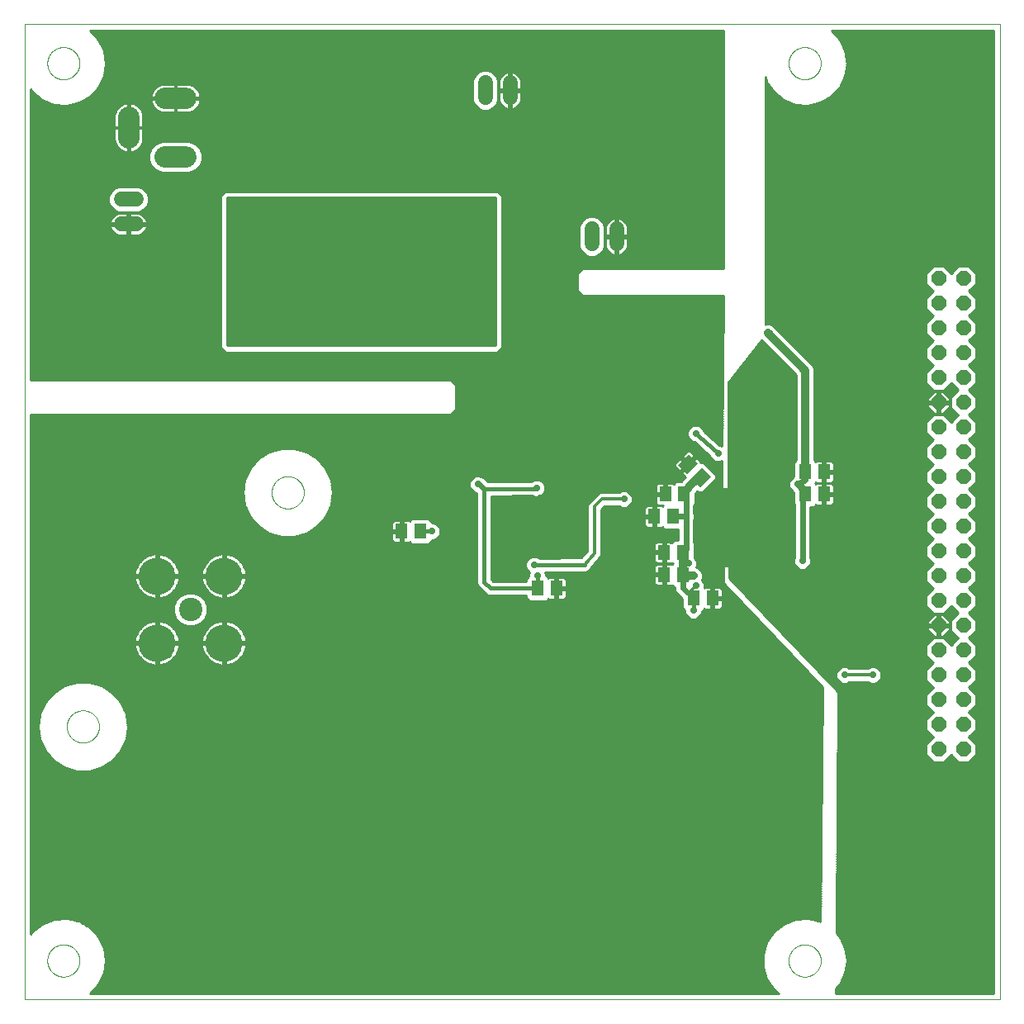
<source format=gbl>
G75*
%MOIN*%
%OFA0B0*%
%FSLAX25Y25*%
%IPPOS*%
%LPD*%
%AMOC8*
5,1,8,0,0,1.08239X$1,22.5*
%
%ADD10C,0.00000*%
%ADD11R,0.05118X0.05906*%
%ADD12C,0.08600*%
%ADD13C,0.09449*%
%ADD14C,0.15024*%
%ADD15OC8,0.05906*%
%ADD16C,0.06000*%
%ADD17C,0.02775*%
%ADD18C,0.01000*%
%ADD19C,0.01200*%
%ADD20C,0.01600*%
%ADD21C,0.03200*%
%ADD22C,0.02400*%
D10*
X0008500Y0005500D02*
X0008500Y0399201D01*
X0402201Y0399201D01*
X0402201Y0005500D01*
X0008500Y0005500D01*
X0017752Y0021248D02*
X0017754Y0021409D01*
X0017760Y0021569D01*
X0017770Y0021730D01*
X0017784Y0021890D01*
X0017802Y0022049D01*
X0017823Y0022209D01*
X0017849Y0022367D01*
X0017879Y0022525D01*
X0017912Y0022682D01*
X0017950Y0022839D01*
X0017991Y0022994D01*
X0018036Y0023148D01*
X0018085Y0023301D01*
X0018138Y0023453D01*
X0018194Y0023603D01*
X0018254Y0023752D01*
X0018318Y0023900D01*
X0018385Y0024046D01*
X0018456Y0024190D01*
X0018531Y0024332D01*
X0018609Y0024473D01*
X0018690Y0024611D01*
X0018775Y0024748D01*
X0018864Y0024882D01*
X0018955Y0025014D01*
X0019050Y0025144D01*
X0019148Y0025271D01*
X0019249Y0025396D01*
X0019353Y0025519D01*
X0019460Y0025638D01*
X0019570Y0025755D01*
X0019683Y0025870D01*
X0019799Y0025981D01*
X0019917Y0026090D01*
X0020038Y0026195D01*
X0020162Y0026298D01*
X0020288Y0026398D01*
X0020417Y0026494D01*
X0020548Y0026587D01*
X0020681Y0026677D01*
X0020816Y0026764D01*
X0020954Y0026847D01*
X0021093Y0026926D01*
X0021235Y0027003D01*
X0021378Y0027076D01*
X0021523Y0027145D01*
X0021670Y0027210D01*
X0021818Y0027272D01*
X0021968Y0027331D01*
X0022119Y0027385D01*
X0022271Y0027436D01*
X0022425Y0027483D01*
X0022580Y0027526D01*
X0022735Y0027565D01*
X0022892Y0027601D01*
X0023050Y0027633D01*
X0023208Y0027660D01*
X0023367Y0027684D01*
X0023526Y0027704D01*
X0023686Y0027720D01*
X0023847Y0027732D01*
X0024007Y0027740D01*
X0024168Y0027744D01*
X0024328Y0027744D01*
X0024489Y0027740D01*
X0024649Y0027732D01*
X0024810Y0027720D01*
X0024970Y0027704D01*
X0025129Y0027684D01*
X0025288Y0027660D01*
X0025446Y0027633D01*
X0025604Y0027601D01*
X0025761Y0027565D01*
X0025916Y0027526D01*
X0026071Y0027483D01*
X0026225Y0027436D01*
X0026377Y0027385D01*
X0026528Y0027331D01*
X0026678Y0027272D01*
X0026826Y0027210D01*
X0026973Y0027145D01*
X0027118Y0027076D01*
X0027261Y0027003D01*
X0027403Y0026926D01*
X0027542Y0026847D01*
X0027680Y0026764D01*
X0027815Y0026677D01*
X0027948Y0026587D01*
X0028079Y0026494D01*
X0028208Y0026398D01*
X0028334Y0026298D01*
X0028458Y0026195D01*
X0028579Y0026090D01*
X0028697Y0025981D01*
X0028813Y0025870D01*
X0028926Y0025755D01*
X0029036Y0025638D01*
X0029143Y0025519D01*
X0029247Y0025396D01*
X0029348Y0025271D01*
X0029446Y0025144D01*
X0029541Y0025014D01*
X0029632Y0024882D01*
X0029721Y0024748D01*
X0029806Y0024611D01*
X0029887Y0024473D01*
X0029965Y0024332D01*
X0030040Y0024190D01*
X0030111Y0024046D01*
X0030178Y0023900D01*
X0030242Y0023752D01*
X0030302Y0023603D01*
X0030358Y0023453D01*
X0030411Y0023301D01*
X0030460Y0023148D01*
X0030505Y0022994D01*
X0030546Y0022839D01*
X0030584Y0022682D01*
X0030617Y0022525D01*
X0030647Y0022367D01*
X0030673Y0022209D01*
X0030694Y0022049D01*
X0030712Y0021890D01*
X0030726Y0021730D01*
X0030736Y0021569D01*
X0030742Y0021409D01*
X0030744Y0021248D01*
X0030742Y0021087D01*
X0030736Y0020927D01*
X0030726Y0020766D01*
X0030712Y0020606D01*
X0030694Y0020447D01*
X0030673Y0020287D01*
X0030647Y0020129D01*
X0030617Y0019971D01*
X0030584Y0019814D01*
X0030546Y0019657D01*
X0030505Y0019502D01*
X0030460Y0019348D01*
X0030411Y0019195D01*
X0030358Y0019043D01*
X0030302Y0018893D01*
X0030242Y0018744D01*
X0030178Y0018596D01*
X0030111Y0018450D01*
X0030040Y0018306D01*
X0029965Y0018164D01*
X0029887Y0018023D01*
X0029806Y0017885D01*
X0029721Y0017748D01*
X0029632Y0017614D01*
X0029541Y0017482D01*
X0029446Y0017352D01*
X0029348Y0017225D01*
X0029247Y0017100D01*
X0029143Y0016977D01*
X0029036Y0016858D01*
X0028926Y0016741D01*
X0028813Y0016626D01*
X0028697Y0016515D01*
X0028579Y0016406D01*
X0028458Y0016301D01*
X0028334Y0016198D01*
X0028208Y0016098D01*
X0028079Y0016002D01*
X0027948Y0015909D01*
X0027815Y0015819D01*
X0027680Y0015732D01*
X0027542Y0015649D01*
X0027403Y0015570D01*
X0027261Y0015493D01*
X0027118Y0015420D01*
X0026973Y0015351D01*
X0026826Y0015286D01*
X0026678Y0015224D01*
X0026528Y0015165D01*
X0026377Y0015111D01*
X0026225Y0015060D01*
X0026071Y0015013D01*
X0025916Y0014970D01*
X0025761Y0014931D01*
X0025604Y0014895D01*
X0025446Y0014863D01*
X0025288Y0014836D01*
X0025129Y0014812D01*
X0024970Y0014792D01*
X0024810Y0014776D01*
X0024649Y0014764D01*
X0024489Y0014756D01*
X0024328Y0014752D01*
X0024168Y0014752D01*
X0024007Y0014756D01*
X0023847Y0014764D01*
X0023686Y0014776D01*
X0023526Y0014792D01*
X0023367Y0014812D01*
X0023208Y0014836D01*
X0023050Y0014863D01*
X0022892Y0014895D01*
X0022735Y0014931D01*
X0022580Y0014970D01*
X0022425Y0015013D01*
X0022271Y0015060D01*
X0022119Y0015111D01*
X0021968Y0015165D01*
X0021818Y0015224D01*
X0021670Y0015286D01*
X0021523Y0015351D01*
X0021378Y0015420D01*
X0021235Y0015493D01*
X0021093Y0015570D01*
X0020954Y0015649D01*
X0020816Y0015732D01*
X0020681Y0015819D01*
X0020548Y0015909D01*
X0020417Y0016002D01*
X0020288Y0016098D01*
X0020162Y0016198D01*
X0020038Y0016301D01*
X0019917Y0016406D01*
X0019799Y0016515D01*
X0019683Y0016626D01*
X0019570Y0016741D01*
X0019460Y0016858D01*
X0019353Y0016977D01*
X0019249Y0017100D01*
X0019148Y0017225D01*
X0019050Y0017352D01*
X0018955Y0017482D01*
X0018864Y0017614D01*
X0018775Y0017748D01*
X0018690Y0017885D01*
X0018609Y0018023D01*
X0018531Y0018164D01*
X0018456Y0018306D01*
X0018385Y0018450D01*
X0018318Y0018596D01*
X0018254Y0018744D01*
X0018194Y0018893D01*
X0018138Y0019043D01*
X0018085Y0019195D01*
X0018036Y0019348D01*
X0017991Y0019502D01*
X0017950Y0019657D01*
X0017912Y0019814D01*
X0017879Y0019971D01*
X0017849Y0020129D01*
X0017823Y0020287D01*
X0017802Y0020447D01*
X0017784Y0020606D01*
X0017770Y0020766D01*
X0017760Y0020927D01*
X0017754Y0021087D01*
X0017752Y0021248D01*
X0025626Y0115736D02*
X0025628Y0115897D01*
X0025634Y0116057D01*
X0025644Y0116218D01*
X0025658Y0116378D01*
X0025676Y0116537D01*
X0025697Y0116697D01*
X0025723Y0116855D01*
X0025753Y0117013D01*
X0025786Y0117170D01*
X0025824Y0117327D01*
X0025865Y0117482D01*
X0025910Y0117636D01*
X0025959Y0117789D01*
X0026012Y0117941D01*
X0026068Y0118091D01*
X0026128Y0118240D01*
X0026192Y0118388D01*
X0026259Y0118534D01*
X0026330Y0118678D01*
X0026405Y0118820D01*
X0026483Y0118961D01*
X0026564Y0119099D01*
X0026649Y0119236D01*
X0026738Y0119370D01*
X0026829Y0119502D01*
X0026924Y0119632D01*
X0027022Y0119759D01*
X0027123Y0119884D01*
X0027227Y0120007D01*
X0027334Y0120126D01*
X0027444Y0120243D01*
X0027557Y0120358D01*
X0027673Y0120469D01*
X0027791Y0120578D01*
X0027912Y0120683D01*
X0028036Y0120786D01*
X0028162Y0120886D01*
X0028291Y0120982D01*
X0028422Y0121075D01*
X0028555Y0121165D01*
X0028690Y0121252D01*
X0028828Y0121335D01*
X0028967Y0121414D01*
X0029109Y0121491D01*
X0029252Y0121564D01*
X0029397Y0121633D01*
X0029544Y0121698D01*
X0029692Y0121760D01*
X0029842Y0121819D01*
X0029993Y0121873D01*
X0030145Y0121924D01*
X0030299Y0121971D01*
X0030454Y0122014D01*
X0030609Y0122053D01*
X0030766Y0122089D01*
X0030924Y0122121D01*
X0031082Y0122148D01*
X0031241Y0122172D01*
X0031400Y0122192D01*
X0031560Y0122208D01*
X0031721Y0122220D01*
X0031881Y0122228D01*
X0032042Y0122232D01*
X0032202Y0122232D01*
X0032363Y0122228D01*
X0032523Y0122220D01*
X0032684Y0122208D01*
X0032844Y0122192D01*
X0033003Y0122172D01*
X0033162Y0122148D01*
X0033320Y0122121D01*
X0033478Y0122089D01*
X0033635Y0122053D01*
X0033790Y0122014D01*
X0033945Y0121971D01*
X0034099Y0121924D01*
X0034251Y0121873D01*
X0034402Y0121819D01*
X0034552Y0121760D01*
X0034700Y0121698D01*
X0034847Y0121633D01*
X0034992Y0121564D01*
X0035135Y0121491D01*
X0035277Y0121414D01*
X0035416Y0121335D01*
X0035554Y0121252D01*
X0035689Y0121165D01*
X0035822Y0121075D01*
X0035953Y0120982D01*
X0036082Y0120886D01*
X0036208Y0120786D01*
X0036332Y0120683D01*
X0036453Y0120578D01*
X0036571Y0120469D01*
X0036687Y0120358D01*
X0036800Y0120243D01*
X0036910Y0120126D01*
X0037017Y0120007D01*
X0037121Y0119884D01*
X0037222Y0119759D01*
X0037320Y0119632D01*
X0037415Y0119502D01*
X0037506Y0119370D01*
X0037595Y0119236D01*
X0037680Y0119099D01*
X0037761Y0118961D01*
X0037839Y0118820D01*
X0037914Y0118678D01*
X0037985Y0118534D01*
X0038052Y0118388D01*
X0038116Y0118240D01*
X0038176Y0118091D01*
X0038232Y0117941D01*
X0038285Y0117789D01*
X0038334Y0117636D01*
X0038379Y0117482D01*
X0038420Y0117327D01*
X0038458Y0117170D01*
X0038491Y0117013D01*
X0038521Y0116855D01*
X0038547Y0116697D01*
X0038568Y0116537D01*
X0038586Y0116378D01*
X0038600Y0116218D01*
X0038610Y0116057D01*
X0038616Y0115897D01*
X0038618Y0115736D01*
X0038616Y0115575D01*
X0038610Y0115415D01*
X0038600Y0115254D01*
X0038586Y0115094D01*
X0038568Y0114935D01*
X0038547Y0114775D01*
X0038521Y0114617D01*
X0038491Y0114459D01*
X0038458Y0114302D01*
X0038420Y0114145D01*
X0038379Y0113990D01*
X0038334Y0113836D01*
X0038285Y0113683D01*
X0038232Y0113531D01*
X0038176Y0113381D01*
X0038116Y0113232D01*
X0038052Y0113084D01*
X0037985Y0112938D01*
X0037914Y0112794D01*
X0037839Y0112652D01*
X0037761Y0112511D01*
X0037680Y0112373D01*
X0037595Y0112236D01*
X0037506Y0112102D01*
X0037415Y0111970D01*
X0037320Y0111840D01*
X0037222Y0111713D01*
X0037121Y0111588D01*
X0037017Y0111465D01*
X0036910Y0111346D01*
X0036800Y0111229D01*
X0036687Y0111114D01*
X0036571Y0111003D01*
X0036453Y0110894D01*
X0036332Y0110789D01*
X0036208Y0110686D01*
X0036082Y0110586D01*
X0035953Y0110490D01*
X0035822Y0110397D01*
X0035689Y0110307D01*
X0035554Y0110220D01*
X0035416Y0110137D01*
X0035277Y0110058D01*
X0035135Y0109981D01*
X0034992Y0109908D01*
X0034847Y0109839D01*
X0034700Y0109774D01*
X0034552Y0109712D01*
X0034402Y0109653D01*
X0034251Y0109599D01*
X0034099Y0109548D01*
X0033945Y0109501D01*
X0033790Y0109458D01*
X0033635Y0109419D01*
X0033478Y0109383D01*
X0033320Y0109351D01*
X0033162Y0109324D01*
X0033003Y0109300D01*
X0032844Y0109280D01*
X0032684Y0109264D01*
X0032523Y0109252D01*
X0032363Y0109244D01*
X0032202Y0109240D01*
X0032042Y0109240D01*
X0031881Y0109244D01*
X0031721Y0109252D01*
X0031560Y0109264D01*
X0031400Y0109280D01*
X0031241Y0109300D01*
X0031082Y0109324D01*
X0030924Y0109351D01*
X0030766Y0109383D01*
X0030609Y0109419D01*
X0030454Y0109458D01*
X0030299Y0109501D01*
X0030145Y0109548D01*
X0029993Y0109599D01*
X0029842Y0109653D01*
X0029692Y0109712D01*
X0029544Y0109774D01*
X0029397Y0109839D01*
X0029252Y0109908D01*
X0029109Y0109981D01*
X0028967Y0110058D01*
X0028828Y0110137D01*
X0028690Y0110220D01*
X0028555Y0110307D01*
X0028422Y0110397D01*
X0028291Y0110490D01*
X0028162Y0110586D01*
X0028036Y0110686D01*
X0027912Y0110789D01*
X0027791Y0110894D01*
X0027673Y0111003D01*
X0027557Y0111114D01*
X0027444Y0111229D01*
X0027334Y0111346D01*
X0027227Y0111465D01*
X0027123Y0111588D01*
X0027022Y0111713D01*
X0026924Y0111840D01*
X0026829Y0111970D01*
X0026738Y0112102D01*
X0026649Y0112236D01*
X0026564Y0112373D01*
X0026483Y0112511D01*
X0026405Y0112652D01*
X0026330Y0112794D01*
X0026259Y0112938D01*
X0026192Y0113084D01*
X0026128Y0113232D01*
X0026068Y0113381D01*
X0026012Y0113531D01*
X0025959Y0113683D01*
X0025910Y0113836D01*
X0025865Y0113990D01*
X0025824Y0114145D01*
X0025786Y0114302D01*
X0025753Y0114459D01*
X0025723Y0114617D01*
X0025697Y0114775D01*
X0025676Y0114935D01*
X0025658Y0115094D01*
X0025644Y0115254D01*
X0025634Y0115415D01*
X0025628Y0115575D01*
X0025626Y0115736D01*
X0108303Y0210224D02*
X0108305Y0210385D01*
X0108311Y0210545D01*
X0108321Y0210706D01*
X0108335Y0210866D01*
X0108353Y0211025D01*
X0108374Y0211185D01*
X0108400Y0211343D01*
X0108430Y0211501D01*
X0108463Y0211658D01*
X0108501Y0211815D01*
X0108542Y0211970D01*
X0108587Y0212124D01*
X0108636Y0212277D01*
X0108689Y0212429D01*
X0108745Y0212579D01*
X0108805Y0212728D01*
X0108869Y0212876D01*
X0108936Y0213022D01*
X0109007Y0213166D01*
X0109082Y0213308D01*
X0109160Y0213449D01*
X0109241Y0213587D01*
X0109326Y0213724D01*
X0109415Y0213858D01*
X0109506Y0213990D01*
X0109601Y0214120D01*
X0109699Y0214247D01*
X0109800Y0214372D01*
X0109904Y0214495D01*
X0110011Y0214614D01*
X0110121Y0214731D01*
X0110234Y0214846D01*
X0110350Y0214957D01*
X0110468Y0215066D01*
X0110589Y0215171D01*
X0110713Y0215274D01*
X0110839Y0215374D01*
X0110968Y0215470D01*
X0111099Y0215563D01*
X0111232Y0215653D01*
X0111367Y0215740D01*
X0111505Y0215823D01*
X0111644Y0215902D01*
X0111786Y0215979D01*
X0111929Y0216052D01*
X0112074Y0216121D01*
X0112221Y0216186D01*
X0112369Y0216248D01*
X0112519Y0216307D01*
X0112670Y0216361D01*
X0112822Y0216412D01*
X0112976Y0216459D01*
X0113131Y0216502D01*
X0113286Y0216541D01*
X0113443Y0216577D01*
X0113601Y0216609D01*
X0113759Y0216636D01*
X0113918Y0216660D01*
X0114077Y0216680D01*
X0114237Y0216696D01*
X0114398Y0216708D01*
X0114558Y0216716D01*
X0114719Y0216720D01*
X0114879Y0216720D01*
X0115040Y0216716D01*
X0115200Y0216708D01*
X0115361Y0216696D01*
X0115521Y0216680D01*
X0115680Y0216660D01*
X0115839Y0216636D01*
X0115997Y0216609D01*
X0116155Y0216577D01*
X0116312Y0216541D01*
X0116467Y0216502D01*
X0116622Y0216459D01*
X0116776Y0216412D01*
X0116928Y0216361D01*
X0117079Y0216307D01*
X0117229Y0216248D01*
X0117377Y0216186D01*
X0117524Y0216121D01*
X0117669Y0216052D01*
X0117812Y0215979D01*
X0117954Y0215902D01*
X0118093Y0215823D01*
X0118231Y0215740D01*
X0118366Y0215653D01*
X0118499Y0215563D01*
X0118630Y0215470D01*
X0118759Y0215374D01*
X0118885Y0215274D01*
X0119009Y0215171D01*
X0119130Y0215066D01*
X0119248Y0214957D01*
X0119364Y0214846D01*
X0119477Y0214731D01*
X0119587Y0214614D01*
X0119694Y0214495D01*
X0119798Y0214372D01*
X0119899Y0214247D01*
X0119997Y0214120D01*
X0120092Y0213990D01*
X0120183Y0213858D01*
X0120272Y0213724D01*
X0120357Y0213587D01*
X0120438Y0213449D01*
X0120516Y0213308D01*
X0120591Y0213166D01*
X0120662Y0213022D01*
X0120729Y0212876D01*
X0120793Y0212728D01*
X0120853Y0212579D01*
X0120909Y0212429D01*
X0120962Y0212277D01*
X0121011Y0212124D01*
X0121056Y0211970D01*
X0121097Y0211815D01*
X0121135Y0211658D01*
X0121168Y0211501D01*
X0121198Y0211343D01*
X0121224Y0211185D01*
X0121245Y0211025D01*
X0121263Y0210866D01*
X0121277Y0210706D01*
X0121287Y0210545D01*
X0121293Y0210385D01*
X0121295Y0210224D01*
X0121293Y0210063D01*
X0121287Y0209903D01*
X0121277Y0209742D01*
X0121263Y0209582D01*
X0121245Y0209423D01*
X0121224Y0209263D01*
X0121198Y0209105D01*
X0121168Y0208947D01*
X0121135Y0208790D01*
X0121097Y0208633D01*
X0121056Y0208478D01*
X0121011Y0208324D01*
X0120962Y0208171D01*
X0120909Y0208019D01*
X0120853Y0207869D01*
X0120793Y0207720D01*
X0120729Y0207572D01*
X0120662Y0207426D01*
X0120591Y0207282D01*
X0120516Y0207140D01*
X0120438Y0206999D01*
X0120357Y0206861D01*
X0120272Y0206724D01*
X0120183Y0206590D01*
X0120092Y0206458D01*
X0119997Y0206328D01*
X0119899Y0206201D01*
X0119798Y0206076D01*
X0119694Y0205953D01*
X0119587Y0205834D01*
X0119477Y0205717D01*
X0119364Y0205602D01*
X0119248Y0205491D01*
X0119130Y0205382D01*
X0119009Y0205277D01*
X0118885Y0205174D01*
X0118759Y0205074D01*
X0118630Y0204978D01*
X0118499Y0204885D01*
X0118366Y0204795D01*
X0118231Y0204708D01*
X0118093Y0204625D01*
X0117954Y0204546D01*
X0117812Y0204469D01*
X0117669Y0204396D01*
X0117524Y0204327D01*
X0117377Y0204262D01*
X0117229Y0204200D01*
X0117079Y0204141D01*
X0116928Y0204087D01*
X0116776Y0204036D01*
X0116622Y0203989D01*
X0116467Y0203946D01*
X0116312Y0203907D01*
X0116155Y0203871D01*
X0115997Y0203839D01*
X0115839Y0203812D01*
X0115680Y0203788D01*
X0115521Y0203768D01*
X0115361Y0203752D01*
X0115200Y0203740D01*
X0115040Y0203732D01*
X0114879Y0203728D01*
X0114719Y0203728D01*
X0114558Y0203732D01*
X0114398Y0203740D01*
X0114237Y0203752D01*
X0114077Y0203768D01*
X0113918Y0203788D01*
X0113759Y0203812D01*
X0113601Y0203839D01*
X0113443Y0203871D01*
X0113286Y0203907D01*
X0113131Y0203946D01*
X0112976Y0203989D01*
X0112822Y0204036D01*
X0112670Y0204087D01*
X0112519Y0204141D01*
X0112369Y0204200D01*
X0112221Y0204262D01*
X0112074Y0204327D01*
X0111929Y0204396D01*
X0111786Y0204469D01*
X0111644Y0204546D01*
X0111505Y0204625D01*
X0111367Y0204708D01*
X0111232Y0204795D01*
X0111099Y0204885D01*
X0110968Y0204978D01*
X0110839Y0205074D01*
X0110713Y0205174D01*
X0110589Y0205277D01*
X0110468Y0205382D01*
X0110350Y0205491D01*
X0110234Y0205602D01*
X0110121Y0205717D01*
X0110011Y0205834D01*
X0109904Y0205953D01*
X0109800Y0206076D01*
X0109699Y0206201D01*
X0109601Y0206328D01*
X0109506Y0206458D01*
X0109415Y0206590D01*
X0109326Y0206724D01*
X0109241Y0206861D01*
X0109160Y0206999D01*
X0109082Y0207140D01*
X0109007Y0207282D01*
X0108936Y0207426D01*
X0108869Y0207572D01*
X0108805Y0207720D01*
X0108745Y0207869D01*
X0108689Y0208019D01*
X0108636Y0208171D01*
X0108587Y0208324D01*
X0108542Y0208478D01*
X0108501Y0208633D01*
X0108463Y0208790D01*
X0108430Y0208947D01*
X0108400Y0209105D01*
X0108374Y0209263D01*
X0108353Y0209423D01*
X0108335Y0209582D01*
X0108321Y0209742D01*
X0108311Y0209903D01*
X0108305Y0210063D01*
X0108303Y0210224D01*
X0017752Y0383453D02*
X0017754Y0383614D01*
X0017760Y0383774D01*
X0017770Y0383935D01*
X0017784Y0384095D01*
X0017802Y0384254D01*
X0017823Y0384414D01*
X0017849Y0384572D01*
X0017879Y0384730D01*
X0017912Y0384887D01*
X0017950Y0385044D01*
X0017991Y0385199D01*
X0018036Y0385353D01*
X0018085Y0385506D01*
X0018138Y0385658D01*
X0018194Y0385808D01*
X0018254Y0385957D01*
X0018318Y0386105D01*
X0018385Y0386251D01*
X0018456Y0386395D01*
X0018531Y0386537D01*
X0018609Y0386678D01*
X0018690Y0386816D01*
X0018775Y0386953D01*
X0018864Y0387087D01*
X0018955Y0387219D01*
X0019050Y0387349D01*
X0019148Y0387476D01*
X0019249Y0387601D01*
X0019353Y0387724D01*
X0019460Y0387843D01*
X0019570Y0387960D01*
X0019683Y0388075D01*
X0019799Y0388186D01*
X0019917Y0388295D01*
X0020038Y0388400D01*
X0020162Y0388503D01*
X0020288Y0388603D01*
X0020417Y0388699D01*
X0020548Y0388792D01*
X0020681Y0388882D01*
X0020816Y0388969D01*
X0020954Y0389052D01*
X0021093Y0389131D01*
X0021235Y0389208D01*
X0021378Y0389281D01*
X0021523Y0389350D01*
X0021670Y0389415D01*
X0021818Y0389477D01*
X0021968Y0389536D01*
X0022119Y0389590D01*
X0022271Y0389641D01*
X0022425Y0389688D01*
X0022580Y0389731D01*
X0022735Y0389770D01*
X0022892Y0389806D01*
X0023050Y0389838D01*
X0023208Y0389865D01*
X0023367Y0389889D01*
X0023526Y0389909D01*
X0023686Y0389925D01*
X0023847Y0389937D01*
X0024007Y0389945D01*
X0024168Y0389949D01*
X0024328Y0389949D01*
X0024489Y0389945D01*
X0024649Y0389937D01*
X0024810Y0389925D01*
X0024970Y0389909D01*
X0025129Y0389889D01*
X0025288Y0389865D01*
X0025446Y0389838D01*
X0025604Y0389806D01*
X0025761Y0389770D01*
X0025916Y0389731D01*
X0026071Y0389688D01*
X0026225Y0389641D01*
X0026377Y0389590D01*
X0026528Y0389536D01*
X0026678Y0389477D01*
X0026826Y0389415D01*
X0026973Y0389350D01*
X0027118Y0389281D01*
X0027261Y0389208D01*
X0027403Y0389131D01*
X0027542Y0389052D01*
X0027680Y0388969D01*
X0027815Y0388882D01*
X0027948Y0388792D01*
X0028079Y0388699D01*
X0028208Y0388603D01*
X0028334Y0388503D01*
X0028458Y0388400D01*
X0028579Y0388295D01*
X0028697Y0388186D01*
X0028813Y0388075D01*
X0028926Y0387960D01*
X0029036Y0387843D01*
X0029143Y0387724D01*
X0029247Y0387601D01*
X0029348Y0387476D01*
X0029446Y0387349D01*
X0029541Y0387219D01*
X0029632Y0387087D01*
X0029721Y0386953D01*
X0029806Y0386816D01*
X0029887Y0386678D01*
X0029965Y0386537D01*
X0030040Y0386395D01*
X0030111Y0386251D01*
X0030178Y0386105D01*
X0030242Y0385957D01*
X0030302Y0385808D01*
X0030358Y0385658D01*
X0030411Y0385506D01*
X0030460Y0385353D01*
X0030505Y0385199D01*
X0030546Y0385044D01*
X0030584Y0384887D01*
X0030617Y0384730D01*
X0030647Y0384572D01*
X0030673Y0384414D01*
X0030694Y0384254D01*
X0030712Y0384095D01*
X0030726Y0383935D01*
X0030736Y0383774D01*
X0030742Y0383614D01*
X0030744Y0383453D01*
X0030742Y0383292D01*
X0030736Y0383132D01*
X0030726Y0382971D01*
X0030712Y0382811D01*
X0030694Y0382652D01*
X0030673Y0382492D01*
X0030647Y0382334D01*
X0030617Y0382176D01*
X0030584Y0382019D01*
X0030546Y0381862D01*
X0030505Y0381707D01*
X0030460Y0381553D01*
X0030411Y0381400D01*
X0030358Y0381248D01*
X0030302Y0381098D01*
X0030242Y0380949D01*
X0030178Y0380801D01*
X0030111Y0380655D01*
X0030040Y0380511D01*
X0029965Y0380369D01*
X0029887Y0380228D01*
X0029806Y0380090D01*
X0029721Y0379953D01*
X0029632Y0379819D01*
X0029541Y0379687D01*
X0029446Y0379557D01*
X0029348Y0379430D01*
X0029247Y0379305D01*
X0029143Y0379182D01*
X0029036Y0379063D01*
X0028926Y0378946D01*
X0028813Y0378831D01*
X0028697Y0378720D01*
X0028579Y0378611D01*
X0028458Y0378506D01*
X0028334Y0378403D01*
X0028208Y0378303D01*
X0028079Y0378207D01*
X0027948Y0378114D01*
X0027815Y0378024D01*
X0027680Y0377937D01*
X0027542Y0377854D01*
X0027403Y0377775D01*
X0027261Y0377698D01*
X0027118Y0377625D01*
X0026973Y0377556D01*
X0026826Y0377491D01*
X0026678Y0377429D01*
X0026528Y0377370D01*
X0026377Y0377316D01*
X0026225Y0377265D01*
X0026071Y0377218D01*
X0025916Y0377175D01*
X0025761Y0377136D01*
X0025604Y0377100D01*
X0025446Y0377068D01*
X0025288Y0377041D01*
X0025129Y0377017D01*
X0024970Y0376997D01*
X0024810Y0376981D01*
X0024649Y0376969D01*
X0024489Y0376961D01*
X0024328Y0376957D01*
X0024168Y0376957D01*
X0024007Y0376961D01*
X0023847Y0376969D01*
X0023686Y0376981D01*
X0023526Y0376997D01*
X0023367Y0377017D01*
X0023208Y0377041D01*
X0023050Y0377068D01*
X0022892Y0377100D01*
X0022735Y0377136D01*
X0022580Y0377175D01*
X0022425Y0377218D01*
X0022271Y0377265D01*
X0022119Y0377316D01*
X0021968Y0377370D01*
X0021818Y0377429D01*
X0021670Y0377491D01*
X0021523Y0377556D01*
X0021378Y0377625D01*
X0021235Y0377698D01*
X0021093Y0377775D01*
X0020954Y0377854D01*
X0020816Y0377937D01*
X0020681Y0378024D01*
X0020548Y0378114D01*
X0020417Y0378207D01*
X0020288Y0378303D01*
X0020162Y0378403D01*
X0020038Y0378506D01*
X0019917Y0378611D01*
X0019799Y0378720D01*
X0019683Y0378831D01*
X0019570Y0378946D01*
X0019460Y0379063D01*
X0019353Y0379182D01*
X0019249Y0379305D01*
X0019148Y0379430D01*
X0019050Y0379557D01*
X0018955Y0379687D01*
X0018864Y0379819D01*
X0018775Y0379953D01*
X0018690Y0380090D01*
X0018609Y0380228D01*
X0018531Y0380369D01*
X0018456Y0380511D01*
X0018385Y0380655D01*
X0018318Y0380801D01*
X0018254Y0380949D01*
X0018194Y0381098D01*
X0018138Y0381248D01*
X0018085Y0381400D01*
X0018036Y0381553D01*
X0017991Y0381707D01*
X0017950Y0381862D01*
X0017912Y0382019D01*
X0017879Y0382176D01*
X0017849Y0382334D01*
X0017823Y0382492D01*
X0017802Y0382652D01*
X0017784Y0382811D01*
X0017770Y0382971D01*
X0017760Y0383132D01*
X0017754Y0383292D01*
X0017752Y0383453D01*
X0316965Y0383453D02*
X0316967Y0383614D01*
X0316973Y0383774D01*
X0316983Y0383935D01*
X0316997Y0384095D01*
X0317015Y0384254D01*
X0317036Y0384414D01*
X0317062Y0384572D01*
X0317092Y0384730D01*
X0317125Y0384887D01*
X0317163Y0385044D01*
X0317204Y0385199D01*
X0317249Y0385353D01*
X0317298Y0385506D01*
X0317351Y0385658D01*
X0317407Y0385808D01*
X0317467Y0385957D01*
X0317531Y0386105D01*
X0317598Y0386251D01*
X0317669Y0386395D01*
X0317744Y0386537D01*
X0317822Y0386678D01*
X0317903Y0386816D01*
X0317988Y0386953D01*
X0318077Y0387087D01*
X0318168Y0387219D01*
X0318263Y0387349D01*
X0318361Y0387476D01*
X0318462Y0387601D01*
X0318566Y0387724D01*
X0318673Y0387843D01*
X0318783Y0387960D01*
X0318896Y0388075D01*
X0319012Y0388186D01*
X0319130Y0388295D01*
X0319251Y0388400D01*
X0319375Y0388503D01*
X0319501Y0388603D01*
X0319630Y0388699D01*
X0319761Y0388792D01*
X0319894Y0388882D01*
X0320029Y0388969D01*
X0320167Y0389052D01*
X0320306Y0389131D01*
X0320448Y0389208D01*
X0320591Y0389281D01*
X0320736Y0389350D01*
X0320883Y0389415D01*
X0321031Y0389477D01*
X0321181Y0389536D01*
X0321332Y0389590D01*
X0321484Y0389641D01*
X0321638Y0389688D01*
X0321793Y0389731D01*
X0321948Y0389770D01*
X0322105Y0389806D01*
X0322263Y0389838D01*
X0322421Y0389865D01*
X0322580Y0389889D01*
X0322739Y0389909D01*
X0322899Y0389925D01*
X0323060Y0389937D01*
X0323220Y0389945D01*
X0323381Y0389949D01*
X0323541Y0389949D01*
X0323702Y0389945D01*
X0323862Y0389937D01*
X0324023Y0389925D01*
X0324183Y0389909D01*
X0324342Y0389889D01*
X0324501Y0389865D01*
X0324659Y0389838D01*
X0324817Y0389806D01*
X0324974Y0389770D01*
X0325129Y0389731D01*
X0325284Y0389688D01*
X0325438Y0389641D01*
X0325590Y0389590D01*
X0325741Y0389536D01*
X0325891Y0389477D01*
X0326039Y0389415D01*
X0326186Y0389350D01*
X0326331Y0389281D01*
X0326474Y0389208D01*
X0326616Y0389131D01*
X0326755Y0389052D01*
X0326893Y0388969D01*
X0327028Y0388882D01*
X0327161Y0388792D01*
X0327292Y0388699D01*
X0327421Y0388603D01*
X0327547Y0388503D01*
X0327671Y0388400D01*
X0327792Y0388295D01*
X0327910Y0388186D01*
X0328026Y0388075D01*
X0328139Y0387960D01*
X0328249Y0387843D01*
X0328356Y0387724D01*
X0328460Y0387601D01*
X0328561Y0387476D01*
X0328659Y0387349D01*
X0328754Y0387219D01*
X0328845Y0387087D01*
X0328934Y0386953D01*
X0329019Y0386816D01*
X0329100Y0386678D01*
X0329178Y0386537D01*
X0329253Y0386395D01*
X0329324Y0386251D01*
X0329391Y0386105D01*
X0329455Y0385957D01*
X0329515Y0385808D01*
X0329571Y0385658D01*
X0329624Y0385506D01*
X0329673Y0385353D01*
X0329718Y0385199D01*
X0329759Y0385044D01*
X0329797Y0384887D01*
X0329830Y0384730D01*
X0329860Y0384572D01*
X0329886Y0384414D01*
X0329907Y0384254D01*
X0329925Y0384095D01*
X0329939Y0383935D01*
X0329949Y0383774D01*
X0329955Y0383614D01*
X0329957Y0383453D01*
X0329955Y0383292D01*
X0329949Y0383132D01*
X0329939Y0382971D01*
X0329925Y0382811D01*
X0329907Y0382652D01*
X0329886Y0382492D01*
X0329860Y0382334D01*
X0329830Y0382176D01*
X0329797Y0382019D01*
X0329759Y0381862D01*
X0329718Y0381707D01*
X0329673Y0381553D01*
X0329624Y0381400D01*
X0329571Y0381248D01*
X0329515Y0381098D01*
X0329455Y0380949D01*
X0329391Y0380801D01*
X0329324Y0380655D01*
X0329253Y0380511D01*
X0329178Y0380369D01*
X0329100Y0380228D01*
X0329019Y0380090D01*
X0328934Y0379953D01*
X0328845Y0379819D01*
X0328754Y0379687D01*
X0328659Y0379557D01*
X0328561Y0379430D01*
X0328460Y0379305D01*
X0328356Y0379182D01*
X0328249Y0379063D01*
X0328139Y0378946D01*
X0328026Y0378831D01*
X0327910Y0378720D01*
X0327792Y0378611D01*
X0327671Y0378506D01*
X0327547Y0378403D01*
X0327421Y0378303D01*
X0327292Y0378207D01*
X0327161Y0378114D01*
X0327028Y0378024D01*
X0326893Y0377937D01*
X0326755Y0377854D01*
X0326616Y0377775D01*
X0326474Y0377698D01*
X0326331Y0377625D01*
X0326186Y0377556D01*
X0326039Y0377491D01*
X0325891Y0377429D01*
X0325741Y0377370D01*
X0325590Y0377316D01*
X0325438Y0377265D01*
X0325284Y0377218D01*
X0325129Y0377175D01*
X0324974Y0377136D01*
X0324817Y0377100D01*
X0324659Y0377068D01*
X0324501Y0377041D01*
X0324342Y0377017D01*
X0324183Y0376997D01*
X0324023Y0376981D01*
X0323862Y0376969D01*
X0323702Y0376961D01*
X0323541Y0376957D01*
X0323381Y0376957D01*
X0323220Y0376961D01*
X0323060Y0376969D01*
X0322899Y0376981D01*
X0322739Y0376997D01*
X0322580Y0377017D01*
X0322421Y0377041D01*
X0322263Y0377068D01*
X0322105Y0377100D01*
X0321948Y0377136D01*
X0321793Y0377175D01*
X0321638Y0377218D01*
X0321484Y0377265D01*
X0321332Y0377316D01*
X0321181Y0377370D01*
X0321031Y0377429D01*
X0320883Y0377491D01*
X0320736Y0377556D01*
X0320591Y0377625D01*
X0320448Y0377698D01*
X0320306Y0377775D01*
X0320167Y0377854D01*
X0320029Y0377937D01*
X0319894Y0378024D01*
X0319761Y0378114D01*
X0319630Y0378207D01*
X0319501Y0378303D01*
X0319375Y0378403D01*
X0319251Y0378506D01*
X0319130Y0378611D01*
X0319012Y0378720D01*
X0318896Y0378831D01*
X0318783Y0378946D01*
X0318673Y0379063D01*
X0318566Y0379182D01*
X0318462Y0379305D01*
X0318361Y0379430D01*
X0318263Y0379557D01*
X0318168Y0379687D01*
X0318077Y0379819D01*
X0317988Y0379953D01*
X0317903Y0380090D01*
X0317822Y0380228D01*
X0317744Y0380369D01*
X0317669Y0380511D01*
X0317598Y0380655D01*
X0317531Y0380801D01*
X0317467Y0380949D01*
X0317407Y0381098D01*
X0317351Y0381248D01*
X0317298Y0381400D01*
X0317249Y0381553D01*
X0317204Y0381707D01*
X0317163Y0381862D01*
X0317125Y0382019D01*
X0317092Y0382176D01*
X0317062Y0382334D01*
X0317036Y0382492D01*
X0317015Y0382652D01*
X0316997Y0382811D01*
X0316983Y0382971D01*
X0316973Y0383132D01*
X0316967Y0383292D01*
X0316965Y0383453D01*
X0316965Y0021248D02*
X0316967Y0021409D01*
X0316973Y0021569D01*
X0316983Y0021730D01*
X0316997Y0021890D01*
X0317015Y0022049D01*
X0317036Y0022209D01*
X0317062Y0022367D01*
X0317092Y0022525D01*
X0317125Y0022682D01*
X0317163Y0022839D01*
X0317204Y0022994D01*
X0317249Y0023148D01*
X0317298Y0023301D01*
X0317351Y0023453D01*
X0317407Y0023603D01*
X0317467Y0023752D01*
X0317531Y0023900D01*
X0317598Y0024046D01*
X0317669Y0024190D01*
X0317744Y0024332D01*
X0317822Y0024473D01*
X0317903Y0024611D01*
X0317988Y0024748D01*
X0318077Y0024882D01*
X0318168Y0025014D01*
X0318263Y0025144D01*
X0318361Y0025271D01*
X0318462Y0025396D01*
X0318566Y0025519D01*
X0318673Y0025638D01*
X0318783Y0025755D01*
X0318896Y0025870D01*
X0319012Y0025981D01*
X0319130Y0026090D01*
X0319251Y0026195D01*
X0319375Y0026298D01*
X0319501Y0026398D01*
X0319630Y0026494D01*
X0319761Y0026587D01*
X0319894Y0026677D01*
X0320029Y0026764D01*
X0320167Y0026847D01*
X0320306Y0026926D01*
X0320448Y0027003D01*
X0320591Y0027076D01*
X0320736Y0027145D01*
X0320883Y0027210D01*
X0321031Y0027272D01*
X0321181Y0027331D01*
X0321332Y0027385D01*
X0321484Y0027436D01*
X0321638Y0027483D01*
X0321793Y0027526D01*
X0321948Y0027565D01*
X0322105Y0027601D01*
X0322263Y0027633D01*
X0322421Y0027660D01*
X0322580Y0027684D01*
X0322739Y0027704D01*
X0322899Y0027720D01*
X0323060Y0027732D01*
X0323220Y0027740D01*
X0323381Y0027744D01*
X0323541Y0027744D01*
X0323702Y0027740D01*
X0323862Y0027732D01*
X0324023Y0027720D01*
X0324183Y0027704D01*
X0324342Y0027684D01*
X0324501Y0027660D01*
X0324659Y0027633D01*
X0324817Y0027601D01*
X0324974Y0027565D01*
X0325129Y0027526D01*
X0325284Y0027483D01*
X0325438Y0027436D01*
X0325590Y0027385D01*
X0325741Y0027331D01*
X0325891Y0027272D01*
X0326039Y0027210D01*
X0326186Y0027145D01*
X0326331Y0027076D01*
X0326474Y0027003D01*
X0326616Y0026926D01*
X0326755Y0026847D01*
X0326893Y0026764D01*
X0327028Y0026677D01*
X0327161Y0026587D01*
X0327292Y0026494D01*
X0327421Y0026398D01*
X0327547Y0026298D01*
X0327671Y0026195D01*
X0327792Y0026090D01*
X0327910Y0025981D01*
X0328026Y0025870D01*
X0328139Y0025755D01*
X0328249Y0025638D01*
X0328356Y0025519D01*
X0328460Y0025396D01*
X0328561Y0025271D01*
X0328659Y0025144D01*
X0328754Y0025014D01*
X0328845Y0024882D01*
X0328934Y0024748D01*
X0329019Y0024611D01*
X0329100Y0024473D01*
X0329178Y0024332D01*
X0329253Y0024190D01*
X0329324Y0024046D01*
X0329391Y0023900D01*
X0329455Y0023752D01*
X0329515Y0023603D01*
X0329571Y0023453D01*
X0329624Y0023301D01*
X0329673Y0023148D01*
X0329718Y0022994D01*
X0329759Y0022839D01*
X0329797Y0022682D01*
X0329830Y0022525D01*
X0329860Y0022367D01*
X0329886Y0022209D01*
X0329907Y0022049D01*
X0329925Y0021890D01*
X0329939Y0021730D01*
X0329949Y0021569D01*
X0329955Y0021409D01*
X0329957Y0021248D01*
X0329955Y0021087D01*
X0329949Y0020927D01*
X0329939Y0020766D01*
X0329925Y0020606D01*
X0329907Y0020447D01*
X0329886Y0020287D01*
X0329860Y0020129D01*
X0329830Y0019971D01*
X0329797Y0019814D01*
X0329759Y0019657D01*
X0329718Y0019502D01*
X0329673Y0019348D01*
X0329624Y0019195D01*
X0329571Y0019043D01*
X0329515Y0018893D01*
X0329455Y0018744D01*
X0329391Y0018596D01*
X0329324Y0018450D01*
X0329253Y0018306D01*
X0329178Y0018164D01*
X0329100Y0018023D01*
X0329019Y0017885D01*
X0328934Y0017748D01*
X0328845Y0017614D01*
X0328754Y0017482D01*
X0328659Y0017352D01*
X0328561Y0017225D01*
X0328460Y0017100D01*
X0328356Y0016977D01*
X0328249Y0016858D01*
X0328139Y0016741D01*
X0328026Y0016626D01*
X0327910Y0016515D01*
X0327792Y0016406D01*
X0327671Y0016301D01*
X0327547Y0016198D01*
X0327421Y0016098D01*
X0327292Y0016002D01*
X0327161Y0015909D01*
X0327028Y0015819D01*
X0326893Y0015732D01*
X0326755Y0015649D01*
X0326616Y0015570D01*
X0326474Y0015493D01*
X0326331Y0015420D01*
X0326186Y0015351D01*
X0326039Y0015286D01*
X0325891Y0015224D01*
X0325741Y0015165D01*
X0325590Y0015111D01*
X0325438Y0015060D01*
X0325284Y0015013D01*
X0325129Y0014970D01*
X0324974Y0014931D01*
X0324817Y0014895D01*
X0324659Y0014863D01*
X0324501Y0014836D01*
X0324342Y0014812D01*
X0324183Y0014792D01*
X0324023Y0014776D01*
X0323862Y0014764D01*
X0323702Y0014756D01*
X0323541Y0014752D01*
X0323381Y0014752D01*
X0323220Y0014756D01*
X0323060Y0014764D01*
X0322899Y0014776D01*
X0322739Y0014792D01*
X0322580Y0014812D01*
X0322421Y0014836D01*
X0322263Y0014863D01*
X0322105Y0014895D01*
X0321948Y0014931D01*
X0321793Y0014970D01*
X0321638Y0015013D01*
X0321484Y0015060D01*
X0321332Y0015111D01*
X0321181Y0015165D01*
X0321031Y0015224D01*
X0320883Y0015286D01*
X0320736Y0015351D01*
X0320591Y0015420D01*
X0320448Y0015493D01*
X0320306Y0015570D01*
X0320167Y0015649D01*
X0320029Y0015732D01*
X0319894Y0015819D01*
X0319761Y0015909D01*
X0319630Y0016002D01*
X0319501Y0016098D01*
X0319375Y0016198D01*
X0319251Y0016301D01*
X0319130Y0016406D01*
X0319012Y0016515D01*
X0318896Y0016626D01*
X0318783Y0016741D01*
X0318673Y0016858D01*
X0318566Y0016977D01*
X0318462Y0017100D01*
X0318361Y0017225D01*
X0318263Y0017352D01*
X0318168Y0017482D01*
X0318077Y0017614D01*
X0317988Y0017748D01*
X0317903Y0017885D01*
X0317822Y0018023D01*
X0317744Y0018164D01*
X0317669Y0018306D01*
X0317598Y0018450D01*
X0317531Y0018596D01*
X0317467Y0018744D01*
X0317407Y0018893D01*
X0317351Y0019043D01*
X0317298Y0019195D01*
X0317249Y0019348D01*
X0317204Y0019502D01*
X0317163Y0019657D01*
X0317125Y0019814D01*
X0317092Y0019971D01*
X0317062Y0020129D01*
X0317036Y0020287D01*
X0317015Y0020447D01*
X0316997Y0020606D01*
X0316983Y0020766D01*
X0316973Y0020927D01*
X0316967Y0021087D01*
X0316965Y0021248D01*
D11*
X0286240Y0167500D03*
X0278760Y0167500D03*
X0274240Y0177000D03*
X0266760Y0177000D03*
X0266760Y0186000D03*
X0274240Y0186000D03*
X0270240Y0200500D03*
X0262760Y0200500D03*
X0267260Y0209500D03*
X0274740Y0209500D03*
G36*
X0281367Y0212358D02*
X0277748Y0215977D01*
X0281923Y0220152D01*
X0285542Y0216533D01*
X0281367Y0212358D01*
G37*
G36*
X0276077Y0217648D02*
X0272458Y0221267D01*
X0276633Y0225442D01*
X0280252Y0221823D01*
X0276077Y0217648D01*
G37*
X0323760Y0218500D03*
X0331240Y0218500D03*
X0331240Y0209500D03*
X0323760Y0209500D03*
X0223240Y0171500D03*
X0215760Y0171500D03*
X0168240Y0194500D03*
X0160760Y0194500D03*
D12*
X0073800Y0345689D02*
X0065200Y0345689D01*
X0050602Y0353200D02*
X0050602Y0361800D01*
X0065200Y0369311D02*
X0073800Y0369311D01*
D13*
X0075500Y0162980D03*
D14*
X0061996Y0149476D03*
X0089004Y0149476D03*
X0089004Y0176484D03*
X0061996Y0176484D03*
D15*
X0377500Y0176500D03*
X0377500Y0186500D03*
X0377500Y0196500D03*
X0377500Y0206500D03*
X0377500Y0216500D03*
X0377500Y0226500D03*
X0377500Y0236500D03*
X0377500Y0246500D03*
X0377500Y0256500D03*
X0377500Y0266500D03*
X0377500Y0276500D03*
X0377500Y0286500D03*
X0377500Y0296500D03*
X0387500Y0296500D03*
X0387500Y0286500D03*
X0387500Y0276500D03*
X0387500Y0266500D03*
X0387500Y0256500D03*
X0387500Y0246500D03*
X0387500Y0236500D03*
X0387500Y0226500D03*
X0387500Y0216500D03*
X0387500Y0206500D03*
X0387500Y0196500D03*
X0387500Y0186500D03*
X0387500Y0176500D03*
X0387500Y0166500D03*
X0387500Y0156500D03*
X0387500Y0146500D03*
X0387500Y0136500D03*
X0387500Y0126500D03*
X0387500Y0116500D03*
X0387500Y0106500D03*
X0377500Y0106500D03*
X0377500Y0116500D03*
X0377500Y0126500D03*
X0377500Y0136500D03*
X0377500Y0146500D03*
X0377500Y0156500D03*
X0377500Y0166500D03*
D16*
X0247500Y0310500D02*
X0247500Y0316500D01*
X0237500Y0316500D02*
X0237500Y0310500D01*
X0204500Y0369500D02*
X0204500Y0375500D01*
X0194500Y0375500D02*
X0194500Y0369500D01*
X0053500Y0328500D02*
X0047500Y0328500D01*
X0047500Y0318500D02*
X0053500Y0318500D01*
D17*
X0063500Y0322500D03*
X0069500Y0333500D03*
X0053500Y0341500D03*
X0040500Y0337500D03*
X0039500Y0322500D03*
X0022500Y0327500D03*
X0022500Y0346500D03*
X0035500Y0353500D03*
X0053500Y0378500D03*
X0066500Y0386500D03*
X0077500Y0382500D03*
X0091500Y0385500D03*
X0101500Y0373500D03*
X0084500Y0357500D03*
X0101500Y0348500D03*
X0087500Y0334500D03*
X0096500Y0324500D03*
X0096500Y0314500D03*
X0096500Y0304500D03*
X0096500Y0294500D03*
X0096500Y0284500D03*
X0096500Y0274500D03*
X0106500Y0274500D03*
X0116500Y0274500D03*
X0116500Y0284500D03*
X0116500Y0294500D03*
X0106500Y0294500D03*
X0106500Y0284500D03*
X0106500Y0304500D03*
X0106500Y0314500D03*
X0116500Y0314500D03*
X0116500Y0304500D03*
X0126500Y0304500D03*
X0126500Y0314500D03*
X0136500Y0314500D03*
X0136500Y0304500D03*
X0136500Y0294500D03*
X0145500Y0294500D03*
X0145500Y0284500D03*
X0136500Y0284500D03*
X0126500Y0284500D03*
X0126500Y0294500D03*
X0126500Y0274500D03*
X0136500Y0274500D03*
X0145500Y0274500D03*
X0154500Y0274500D03*
X0163500Y0274500D03*
X0172500Y0274500D03*
X0182500Y0274500D03*
X0182500Y0284500D03*
X0182500Y0294500D03*
X0172500Y0294500D03*
X0163500Y0294500D03*
X0154500Y0294500D03*
X0154500Y0284500D03*
X0163500Y0284500D03*
X0172500Y0284500D03*
X0172500Y0304500D03*
X0172500Y0314500D03*
X0182500Y0314500D03*
X0182500Y0304500D03*
X0192500Y0304500D03*
X0192500Y0314500D03*
X0192500Y0324500D03*
X0194500Y0334500D03*
X0202500Y0340500D03*
X0209500Y0349500D03*
X0218500Y0349500D03*
X0228500Y0349500D03*
X0213500Y0363500D03*
X0202500Y0362500D03*
X0193500Y0353500D03*
X0188500Y0349500D03*
X0180500Y0357500D03*
X0187500Y0364500D03*
X0185500Y0375500D03*
X0173500Y0376500D03*
X0179500Y0392500D03*
X0199500Y0383500D03*
X0213500Y0382500D03*
X0226500Y0374500D03*
X0242500Y0367500D03*
X0250500Y0354500D03*
X0250500Y0346500D03*
X0250500Y0338500D03*
X0260500Y0342500D03*
X0260500Y0346500D03*
X0260500Y0350500D03*
X0264500Y0350500D03*
X0264500Y0346500D03*
X0264500Y0342500D03*
X0263500Y0330500D03*
X0270500Y0315500D03*
X0280500Y0307500D03*
X0282500Y0329500D03*
X0279500Y0347500D03*
X0274500Y0363500D03*
X0260500Y0371500D03*
X0274500Y0382500D03*
X0286500Y0393500D03*
X0250500Y0392500D03*
X0314500Y0353500D03*
X0317500Y0330500D03*
X0337500Y0323500D03*
X0355500Y0313500D03*
X0339500Y0300500D03*
X0315500Y0308500D03*
X0314500Y0290500D03*
X0319500Y0277500D03*
X0329500Y0274500D03*
X0346500Y0273500D03*
X0365500Y0271500D03*
X0365500Y0292500D03*
X0384500Y0312500D03*
X0359500Y0334500D03*
X0341500Y0347500D03*
X0361500Y0359500D03*
X0381500Y0341500D03*
X0380500Y0377500D03*
X0350500Y0387500D03*
X0258800Y0307000D03*
X0264500Y0285500D03*
X0274500Y0284500D03*
X0252500Y0283500D03*
X0241500Y0284500D03*
X0231500Y0285500D03*
X0228500Y0300500D03*
X0229600Y0310200D03*
X0220500Y0322500D03*
X0208500Y0314500D03*
X0213500Y0307500D03*
X0207500Y0297500D03*
X0214500Y0290500D03*
X0205500Y0282500D03*
X0213500Y0276500D03*
X0215500Y0264500D03*
X0215500Y0251500D03*
X0208500Y0241500D03*
X0216500Y0236500D03*
X0226500Y0222500D03*
X0226500Y0209500D03*
X0230500Y0206500D03*
X0237500Y0215500D03*
X0250500Y0214500D03*
X0250500Y0207500D03*
X0267500Y0214500D03*
X0265500Y0220500D03*
X0274500Y0229500D03*
X0279500Y0234000D03*
X0284500Y0242500D03*
X0277500Y0247500D03*
X0296500Y0253500D03*
X0302500Y0260500D03*
X0307500Y0265500D03*
X0308500Y0274500D03*
X0318500Y0250500D03*
X0315000Y0247000D03*
X0332500Y0249500D03*
X0349500Y0249500D03*
X0368500Y0250500D03*
X0368500Y0242500D03*
X0395500Y0231500D03*
X0395500Y0211500D03*
X0395500Y0191500D03*
X0396500Y0171500D03*
X0395500Y0151500D03*
X0382500Y0151500D03*
X0370500Y0141500D03*
X0356500Y0141500D03*
X0352500Y0146500D03*
X0350500Y0153500D03*
X0343500Y0160500D03*
X0339500Y0143500D03*
X0339500Y0136500D03*
X0339500Y0130500D03*
X0339500Y0120500D03*
X0351500Y0130500D03*
X0351000Y0136500D03*
X0329500Y0143500D03*
X0321500Y0151500D03*
X0317500Y0141500D03*
X0313500Y0130500D03*
X0326500Y0130500D03*
X0326500Y0111500D03*
X0311500Y0114500D03*
X0297500Y0113500D03*
X0292500Y0124500D03*
X0284500Y0114500D03*
X0266500Y0116500D03*
X0255500Y0110500D03*
X0264500Y0098500D03*
X0281500Y0090500D03*
X0297500Y0090500D03*
X0310500Y0091500D03*
X0325500Y0079500D03*
X0342500Y0080500D03*
X0355500Y0091500D03*
X0365500Y0106500D03*
X0363500Y0115500D03*
X0382500Y0097500D03*
X0394500Y0096500D03*
X0395500Y0112500D03*
X0396500Y0131500D03*
X0368500Y0156500D03*
X0357500Y0196500D03*
X0351500Y0202500D03*
X0345500Y0208500D03*
X0338500Y0214500D03*
X0320500Y0213500D03*
X0314500Y0216500D03*
X0311500Y0206500D03*
X0305500Y0206500D03*
X0305500Y0200500D03*
X0305500Y0194500D03*
X0311500Y0194500D03*
X0311500Y0200500D03*
X0311500Y0188500D03*
X0311500Y0182500D03*
X0305500Y0182500D03*
X0305500Y0188500D03*
X0299500Y0188500D03*
X0299500Y0182500D03*
X0293500Y0182500D03*
X0293500Y0188500D03*
X0293500Y0194500D03*
X0293500Y0200500D03*
X0299500Y0200500D03*
X0299500Y0194500D03*
X0299500Y0206500D03*
X0293500Y0206500D03*
X0287500Y0206500D03*
X0287500Y0200500D03*
X0287500Y0194500D03*
X0287500Y0188500D03*
X0287500Y0182500D03*
X0285500Y0172500D03*
X0279500Y0172500D03*
X0278500Y0176500D03*
X0276500Y0181500D03*
X0269500Y0190500D03*
X0275500Y0200500D03*
X0277500Y0213500D03*
X0289000Y0220500D03*
X0288500Y0226000D03*
X0254500Y0232500D03*
X0243500Y0235500D03*
X0243500Y0246500D03*
X0234500Y0257500D03*
X0230500Y0246500D03*
X0228500Y0268500D03*
X0249500Y0269500D03*
X0254500Y0247500D03*
X0215200Y0211900D03*
X0216680Y0208020D03*
X0217300Y0196100D03*
X0217300Y0192900D03*
X0213700Y0192900D03*
X0213700Y0196100D03*
X0203000Y0195000D03*
X0214300Y0180900D03*
X0215500Y0176500D03*
X0203500Y0178500D03*
X0202500Y0164500D03*
X0193500Y0166500D03*
X0178500Y0178500D03*
X0170500Y0187500D03*
X0173000Y0194500D03*
X0170500Y0203500D03*
X0180500Y0212500D03*
X0191500Y0213500D03*
X0202500Y0218500D03*
X0184500Y0235500D03*
X0184500Y0246500D03*
X0198500Y0242500D03*
X0199500Y0261500D03*
X0192500Y0274500D03*
X0192500Y0284500D03*
X0192500Y0294500D03*
X0162500Y0305500D03*
X0162500Y0313500D03*
X0162500Y0321500D03*
X0154500Y0321500D03*
X0154500Y0313500D03*
X0154500Y0305500D03*
X0146500Y0305500D03*
X0146500Y0313500D03*
X0146500Y0321500D03*
X0136500Y0324500D03*
X0126500Y0324500D03*
X0136500Y0335500D03*
X0125500Y0349500D03*
X0126500Y0367500D03*
X0132500Y0375500D03*
X0146500Y0367500D03*
X0156500Y0365500D03*
X0164500Y0352000D03*
X0154500Y0342500D03*
X0154500Y0335500D03*
X0172500Y0324500D03*
X0182500Y0324500D03*
X0206500Y0325500D03*
X0168500Y0262500D03*
X0182500Y0261500D03*
X0163500Y0236500D03*
X0159500Y0222500D03*
X0173500Y0223500D03*
X0155500Y0206500D03*
X0154500Y0194000D03*
X0157500Y0181500D03*
X0164500Y0171500D03*
X0159500Y0159500D03*
X0164500Y0145500D03*
X0160500Y0134500D03*
X0164500Y0123500D03*
X0182500Y0129500D03*
X0188500Y0144500D03*
X0202500Y0124500D03*
X0182500Y0106500D03*
X0164500Y0097500D03*
X0161500Y0104500D03*
X0139500Y0094500D03*
X0131500Y0083500D03*
X0121500Y0086500D03*
X0109500Y0076500D03*
X0099500Y0084500D03*
X0084500Y0089500D03*
X0084500Y0074500D03*
X0087500Y0058500D03*
X0076500Y0058500D03*
X0067500Y0066500D03*
X0067500Y0080500D03*
X0067500Y0096500D03*
X0066500Y0112500D03*
X0066500Y0128500D03*
X0066500Y0144500D03*
X0067500Y0160500D03*
X0084500Y0153500D03*
X0083500Y0137500D03*
X0083500Y0121500D03*
X0083500Y0104500D03*
X0104500Y0103500D03*
X0104500Y0126500D03*
X0125500Y0126500D03*
X0138500Y0119500D03*
X0126500Y0104500D03*
X0138500Y0073500D03*
X0135500Y0059500D03*
X0124500Y0045500D03*
X0117500Y0058500D03*
X0101500Y0058500D03*
X0093500Y0042500D03*
X0077500Y0025500D03*
X0066500Y0044500D03*
X0049500Y0059500D03*
X0031500Y0078500D03*
X0045500Y0098500D03*
X0051500Y0120500D03*
X0027500Y0150500D03*
X0022500Y0172500D03*
X0043500Y0173500D03*
X0054500Y0185500D03*
X0034500Y0197500D03*
X0028500Y0217500D03*
X0027500Y0236500D03*
X0050500Y0236500D03*
X0051500Y0217500D03*
X0072500Y0236500D03*
X0076500Y0222500D03*
X0075500Y0203500D03*
X0095500Y0215500D03*
X0095500Y0236500D03*
X0084500Y0261500D03*
X0078500Y0279500D03*
X0079500Y0297500D03*
X0063500Y0301500D03*
X0057500Y0286500D03*
X0044500Y0299500D03*
X0028500Y0288500D03*
X0026500Y0305500D03*
X0022500Y0260500D03*
X0042500Y0261500D03*
X0063500Y0261500D03*
X0109500Y0261500D03*
X0130500Y0261500D03*
X0151500Y0261500D03*
X0127500Y0234500D03*
X0142500Y0225500D03*
X0142500Y0205500D03*
X0130500Y0192500D03*
X0128500Y0176500D03*
X0139500Y0171500D03*
X0126500Y0152500D03*
X0122500Y0142500D03*
X0139500Y0145500D03*
X0108500Y0173500D03*
X0094500Y0185500D03*
X0103500Y0155500D03*
X0159500Y0078500D03*
X0154500Y0064500D03*
X0161500Y0045500D03*
X0147500Y0023500D03*
X0181500Y0023500D03*
X0198500Y0044500D03*
X0218500Y0021500D03*
X0236500Y0045500D03*
X0251500Y0066500D03*
X0270500Y0074500D03*
X0294500Y0074500D03*
X0278500Y0045500D03*
X0255500Y0022500D03*
X0289500Y0019500D03*
X0325500Y0058500D03*
X0344500Y0058500D03*
X0350500Y0038500D03*
X0367500Y0050500D03*
X0384500Y0036500D03*
X0366500Y0021500D03*
X0387500Y0061500D03*
X0362500Y0070500D03*
X0372500Y0090500D03*
X0308500Y0150500D03*
X0299500Y0159500D03*
X0307500Y0167500D03*
X0301500Y0170500D03*
X0313500Y0160500D03*
X0321500Y0172500D03*
X0328500Y0179500D03*
X0322500Y0182500D03*
X0291500Y0148500D03*
X0286500Y0159500D03*
X0278500Y0162500D03*
X0277500Y0145000D03*
X0266500Y0145000D03*
X0255500Y0149500D03*
X0254500Y0136500D03*
X0266500Y0132500D03*
X0277500Y0132000D03*
X0301500Y0138500D03*
X0260500Y0163500D03*
X0245500Y0163500D03*
X0230500Y0175500D03*
X0247500Y0181500D03*
X0259500Y0182500D03*
X0224500Y0194500D03*
X0185500Y0194500D03*
X0228500Y0143500D03*
X0224500Y0108500D03*
X0242500Y0090500D03*
X0217500Y0068500D03*
X0205500Y0090500D03*
X0188500Y0068500D03*
X0113500Y0023500D03*
X0024500Y0055500D03*
X0081500Y0318500D03*
X0106500Y0324500D03*
X0116500Y0324500D03*
X0132500Y0392500D03*
X0395500Y0281500D03*
X0396500Y0271500D03*
X0396500Y0251500D03*
D18*
X0399701Y0251134D02*
X0390012Y0251134D01*
X0389646Y0251500D02*
X0392553Y0248593D01*
X0392553Y0244407D01*
X0389646Y0241500D01*
X0392553Y0238593D01*
X0392553Y0234407D01*
X0389646Y0231500D01*
X0392553Y0228593D01*
X0392553Y0224407D01*
X0389646Y0221500D01*
X0392553Y0218593D01*
X0392553Y0214407D01*
X0389646Y0211500D01*
X0392553Y0208593D01*
X0392553Y0204407D01*
X0389646Y0201500D01*
X0392553Y0198593D01*
X0392553Y0194407D01*
X0389646Y0191500D01*
X0392553Y0188593D01*
X0392553Y0184407D01*
X0389646Y0181500D01*
X0392553Y0178593D01*
X0392553Y0174407D01*
X0389646Y0171500D01*
X0392553Y0168593D01*
X0392553Y0164407D01*
X0389646Y0161500D01*
X0392553Y0158593D01*
X0392553Y0154407D01*
X0389646Y0151500D01*
X0392553Y0148593D01*
X0392553Y0144407D01*
X0389646Y0141500D01*
X0392553Y0138593D01*
X0392553Y0134407D01*
X0389646Y0131500D01*
X0392553Y0128593D01*
X0392553Y0124407D01*
X0389646Y0121500D01*
X0392553Y0118593D01*
X0392553Y0114407D01*
X0389646Y0111500D01*
X0392553Y0108593D01*
X0392553Y0104407D01*
X0389593Y0101447D01*
X0385407Y0101447D01*
X0382500Y0104354D01*
X0379593Y0101447D01*
X0375407Y0101447D01*
X0372447Y0104407D01*
X0372447Y0108593D01*
X0375354Y0111500D01*
X0372447Y0114407D01*
X0372447Y0118593D01*
X0375354Y0121500D01*
X0372447Y0124407D01*
X0372447Y0128593D01*
X0375354Y0131500D01*
X0372447Y0134407D01*
X0372447Y0138593D01*
X0375354Y0141500D01*
X0372447Y0144407D01*
X0372447Y0148593D01*
X0375407Y0151553D01*
X0379593Y0151553D01*
X0382500Y0148646D01*
X0385354Y0151500D01*
X0382447Y0154407D01*
X0382447Y0158593D01*
X0385354Y0161500D01*
X0382500Y0164354D01*
X0379593Y0161447D01*
X0375407Y0161447D01*
X0372447Y0164407D01*
X0372447Y0168593D01*
X0375354Y0171500D01*
X0372447Y0174407D01*
X0372447Y0178593D01*
X0375354Y0181500D01*
X0372447Y0184407D01*
X0372447Y0188593D01*
X0375354Y0191500D01*
X0372447Y0194407D01*
X0372447Y0198593D01*
X0375354Y0201500D01*
X0372447Y0204407D01*
X0372447Y0208593D01*
X0375354Y0211500D01*
X0372447Y0214407D01*
X0372447Y0218593D01*
X0375354Y0221500D01*
X0372447Y0224407D01*
X0372447Y0228593D01*
X0375354Y0231500D01*
X0372447Y0234407D01*
X0372447Y0238593D01*
X0375407Y0241553D01*
X0379593Y0241553D01*
X0382500Y0238646D01*
X0385354Y0241500D01*
X0382447Y0244407D01*
X0382447Y0248593D01*
X0385354Y0251500D01*
X0382500Y0254354D01*
X0379593Y0251447D01*
X0375407Y0251447D01*
X0372447Y0254407D01*
X0372447Y0258593D01*
X0375354Y0261500D01*
X0372447Y0264407D01*
X0372447Y0268593D01*
X0375354Y0271500D01*
X0372447Y0274407D01*
X0372447Y0278593D01*
X0375354Y0281500D01*
X0372447Y0284407D01*
X0372447Y0288593D01*
X0375354Y0291500D01*
X0372447Y0294407D01*
X0372447Y0298593D01*
X0375407Y0301553D01*
X0379593Y0301553D01*
X0382500Y0298646D01*
X0385407Y0301553D01*
X0389593Y0301553D01*
X0392553Y0298593D01*
X0392553Y0294407D01*
X0389646Y0291500D01*
X0392553Y0288593D01*
X0392553Y0284407D01*
X0389646Y0281500D01*
X0392553Y0278593D01*
X0392553Y0274407D01*
X0389646Y0271500D01*
X0392553Y0268593D01*
X0392553Y0264407D01*
X0389646Y0261500D01*
X0392553Y0258593D01*
X0392553Y0254407D01*
X0389646Y0251500D01*
X0390278Y0252132D02*
X0399701Y0252132D01*
X0399701Y0253131D02*
X0391276Y0253131D01*
X0392275Y0254129D02*
X0399701Y0254129D01*
X0399701Y0255128D02*
X0392553Y0255128D01*
X0392553Y0256126D02*
X0399701Y0256126D01*
X0399701Y0257125D02*
X0392553Y0257125D01*
X0392553Y0258123D02*
X0399701Y0258123D01*
X0399701Y0259122D02*
X0392024Y0259122D01*
X0391025Y0260120D02*
X0399701Y0260120D01*
X0399701Y0261119D02*
X0390027Y0261119D01*
X0390263Y0262117D02*
X0399701Y0262117D01*
X0399701Y0263116D02*
X0391262Y0263116D01*
X0392260Y0264114D02*
X0399701Y0264114D01*
X0399701Y0265113D02*
X0392553Y0265113D01*
X0392553Y0266111D02*
X0399701Y0266111D01*
X0399701Y0267110D02*
X0392553Y0267110D01*
X0392553Y0268108D02*
X0399701Y0268108D01*
X0399701Y0269107D02*
X0392039Y0269107D01*
X0391040Y0270105D02*
X0399701Y0270105D01*
X0399701Y0271104D02*
X0390042Y0271104D01*
X0390248Y0272103D02*
X0399701Y0272103D01*
X0399701Y0273101D02*
X0391247Y0273101D01*
X0392245Y0274100D02*
X0399701Y0274100D01*
X0399701Y0275098D02*
X0392553Y0275098D01*
X0392553Y0276097D02*
X0399701Y0276097D01*
X0399701Y0277095D02*
X0392553Y0277095D01*
X0392553Y0278094D02*
X0399701Y0278094D01*
X0399701Y0279092D02*
X0392054Y0279092D01*
X0391055Y0280091D02*
X0399701Y0280091D01*
X0399701Y0281089D02*
X0390057Y0281089D01*
X0390233Y0282088D02*
X0399701Y0282088D01*
X0399701Y0283086D02*
X0391232Y0283086D01*
X0392230Y0284085D02*
X0399701Y0284085D01*
X0399701Y0285083D02*
X0392553Y0285083D01*
X0392553Y0286082D02*
X0399701Y0286082D01*
X0399701Y0287080D02*
X0392553Y0287080D01*
X0392553Y0288079D02*
X0399701Y0288079D01*
X0399701Y0289077D02*
X0392068Y0289077D01*
X0391070Y0290076D02*
X0399701Y0290076D01*
X0399701Y0291074D02*
X0390071Y0291074D01*
X0390218Y0292073D02*
X0399701Y0292073D01*
X0399701Y0293071D02*
X0391217Y0293071D01*
X0392215Y0294070D02*
X0399701Y0294070D01*
X0399701Y0295068D02*
X0392553Y0295068D01*
X0392553Y0296067D02*
X0399701Y0296067D01*
X0399701Y0297065D02*
X0392553Y0297065D01*
X0392553Y0298064D02*
X0399701Y0298064D01*
X0399701Y0299062D02*
X0392083Y0299062D01*
X0391085Y0300061D02*
X0399701Y0300061D01*
X0399701Y0301059D02*
X0390086Y0301059D01*
X0384914Y0301059D02*
X0380086Y0301059D01*
X0381085Y0300061D02*
X0383915Y0300061D01*
X0382917Y0299062D02*
X0382083Y0299062D01*
X0374914Y0301059D02*
X0307500Y0301059D01*
X0307500Y0300061D02*
X0373915Y0300061D01*
X0372917Y0299062D02*
X0307500Y0299062D01*
X0307500Y0298064D02*
X0372447Y0298064D01*
X0372447Y0297065D02*
X0307500Y0297065D01*
X0307500Y0296067D02*
X0372447Y0296067D01*
X0372447Y0295068D02*
X0307500Y0295068D01*
X0307500Y0294070D02*
X0372785Y0294070D01*
X0373783Y0293071D02*
X0307500Y0293071D01*
X0307500Y0292073D02*
X0374782Y0292073D01*
X0374929Y0291074D02*
X0307500Y0291074D01*
X0307500Y0290076D02*
X0373930Y0290076D01*
X0372932Y0289077D02*
X0307500Y0289077D01*
X0307500Y0288079D02*
X0372447Y0288079D01*
X0372447Y0287080D02*
X0307500Y0287080D01*
X0307500Y0286082D02*
X0372447Y0286082D01*
X0372447Y0285083D02*
X0307500Y0285083D01*
X0307500Y0284085D02*
X0372770Y0284085D01*
X0373768Y0283086D02*
X0307500Y0283086D01*
X0307500Y0282088D02*
X0374767Y0282088D01*
X0374943Y0281089D02*
X0307500Y0281089D01*
X0307500Y0280091D02*
X0373945Y0280091D01*
X0372946Y0279092D02*
X0307500Y0279092D01*
X0307764Y0278200D02*
X0307500Y0278091D01*
X0307500Y0377830D01*
X0308054Y0376033D01*
X0310925Y0371822D01*
X0310925Y0371822D01*
X0314911Y0368644D01*
X0319656Y0366781D01*
X0324738Y0366401D01*
X0324738Y0366401D01*
X0329708Y0367535D01*
X0334122Y0370083D01*
X0334122Y0370083D01*
X0337589Y0373820D01*
X0339801Y0378412D01*
X0339801Y0378412D01*
X0340561Y0383453D01*
X0339801Y0388493D01*
X0337589Y0393086D01*
X0334235Y0396701D01*
X0399701Y0396701D01*
X0399701Y0008000D01*
X0336043Y0008000D01*
X0336059Y0009966D01*
X0337589Y0011615D01*
X0337589Y0011615D01*
X0339801Y0016208D01*
X0340561Y0021248D01*
X0340561Y0021248D01*
X0339801Y0026288D01*
X0337589Y0030881D01*
X0336235Y0032340D01*
X0337000Y0129500D01*
X0293000Y0175500D01*
X0293000Y0180500D01*
X0290500Y0180500D01*
X0290500Y0173500D01*
X0330500Y0131500D01*
X0329774Y0037128D01*
X0329708Y0037166D01*
X0329708Y0037166D01*
X0324739Y0038300D01*
X0324738Y0038300D01*
X0319656Y0037919D01*
X0319656Y0037919D01*
X0314911Y0036057D01*
X0314911Y0036057D01*
X0310925Y0032879D01*
X0308054Y0028667D01*
X0306552Y0023797D01*
X0306552Y0018699D01*
X0308054Y0013829D01*
X0308054Y0013829D01*
X0310925Y0009617D01*
X0310925Y0009617D01*
X0310925Y0009617D01*
X0312953Y0008000D01*
X0035022Y0008000D01*
X0038377Y0011615D01*
X0038377Y0011615D01*
X0040588Y0016208D01*
X0041348Y0021248D01*
X0040588Y0026288D01*
X0038377Y0030881D01*
X0034910Y0034617D01*
X0034910Y0034617D01*
X0030495Y0037166D01*
X0025526Y0038300D01*
X0020443Y0037919D01*
X0015698Y0036057D01*
X0011713Y0032879D01*
X0011713Y0032879D01*
X0011000Y0031833D01*
X0011000Y0241500D01*
X0180500Y0241500D01*
X0182500Y0243500D01*
X0182500Y0253500D01*
X0180500Y0255500D01*
X0011000Y0255500D01*
X0011000Y0372867D01*
X0011713Y0371822D01*
X0011713Y0371822D01*
X0015698Y0368644D01*
X0020443Y0366781D01*
X0025526Y0366401D01*
X0030495Y0367535D01*
X0030495Y0367535D01*
X0034910Y0370083D01*
X0034910Y0370083D01*
X0034910Y0370083D01*
X0038377Y0373820D01*
X0040588Y0378412D01*
X0040588Y0378412D01*
X0041348Y0383453D01*
X0040588Y0388493D01*
X0038377Y0393086D01*
X0035022Y0396701D01*
X0290500Y0396701D01*
X0290500Y0300500D01*
X0233500Y0300500D01*
X0231500Y0298500D01*
X0231500Y0291500D01*
X0233500Y0289500D01*
X0290500Y0289500D01*
X0290113Y0229107D01*
X0289194Y0229487D01*
X0288918Y0229487D01*
X0282987Y0234677D01*
X0282987Y0234694D01*
X0282456Y0235975D01*
X0281475Y0236956D01*
X0280194Y0237487D01*
X0278806Y0237487D01*
X0277525Y0236956D01*
X0276544Y0235975D01*
X0276013Y0234694D01*
X0276013Y0233306D01*
X0276544Y0232025D01*
X0277525Y0231044D01*
X0278806Y0230513D01*
X0278927Y0230513D01*
X0278949Y0230503D01*
X0285083Y0225137D01*
X0285544Y0224025D01*
X0286525Y0223044D01*
X0287806Y0222513D01*
X0289194Y0222513D01*
X0290073Y0222877D01*
X0290000Y0211500D01*
X0292500Y0211500D01*
X0292500Y0254500D01*
X0306074Y0271694D01*
X0320060Y0257708D01*
X0320060Y0223282D01*
X0319101Y0222323D01*
X0319101Y0216695D01*
X0318525Y0216456D01*
X0317544Y0215475D01*
X0317013Y0214194D01*
X0317013Y0212806D01*
X0317544Y0211525D01*
X0318525Y0210544D01*
X0318717Y0210464D01*
X0319101Y0209993D01*
X0319101Y0205677D01*
X0319200Y0205578D01*
X0319200Y0183646D01*
X0319013Y0183194D01*
X0319013Y0181806D01*
X0319544Y0180525D01*
X0320525Y0179544D01*
X0321806Y0179013D01*
X0323194Y0179013D01*
X0324475Y0179544D01*
X0325456Y0180525D01*
X0325987Y0181806D01*
X0325987Y0183194D01*
X0325800Y0183646D01*
X0325800Y0204447D01*
X0327189Y0204447D01*
X0327968Y0205227D01*
X0328102Y0205149D01*
X0328484Y0205047D01*
X0330740Y0205047D01*
X0330740Y0209000D01*
X0331740Y0209000D01*
X0331740Y0205047D01*
X0333997Y0205047D01*
X0334378Y0205149D01*
X0334720Y0205347D01*
X0334999Y0205626D01*
X0335197Y0205968D01*
X0335299Y0206350D01*
X0335299Y0209000D01*
X0331740Y0209000D01*
X0331740Y0210000D01*
X0330740Y0210000D01*
X0330740Y0213953D01*
X0328484Y0213953D01*
X0328102Y0213851D01*
X0327968Y0213773D01*
X0327741Y0214000D01*
X0327968Y0214227D01*
X0328102Y0214149D01*
X0328484Y0214047D01*
X0330740Y0214047D01*
X0330740Y0218000D01*
X0331740Y0218000D01*
X0331740Y0214047D01*
X0333997Y0214047D01*
X0334378Y0214149D01*
X0334720Y0214347D01*
X0334999Y0214626D01*
X0335197Y0214968D01*
X0335299Y0215350D01*
X0335299Y0218000D01*
X0331740Y0218000D01*
X0331740Y0219000D01*
X0330740Y0219000D01*
X0330740Y0222953D01*
X0328484Y0222953D01*
X0328102Y0222851D01*
X0327968Y0222773D01*
X0327460Y0223282D01*
X0327460Y0259976D01*
X0326897Y0261336D01*
X0325856Y0262377D01*
X0310596Y0277637D01*
X0309236Y0278200D01*
X0307764Y0278200D01*
X0307507Y0278094D02*
X0307500Y0278094D01*
X0309493Y0278094D02*
X0372447Y0278094D01*
X0372447Y0277095D02*
X0311138Y0277095D01*
X0312136Y0276097D02*
X0372447Y0276097D01*
X0372447Y0275098D02*
X0313135Y0275098D01*
X0314133Y0274100D02*
X0372755Y0274100D01*
X0373753Y0273101D02*
X0315132Y0273101D01*
X0316130Y0272103D02*
X0374752Y0272103D01*
X0374958Y0271104D02*
X0317129Y0271104D01*
X0318127Y0270105D02*
X0373960Y0270105D01*
X0372961Y0269107D02*
X0319126Y0269107D01*
X0320124Y0268108D02*
X0372447Y0268108D01*
X0372447Y0267110D02*
X0321123Y0267110D01*
X0322121Y0266111D02*
X0372447Y0266111D01*
X0372447Y0265113D02*
X0323120Y0265113D01*
X0324118Y0264114D02*
X0372740Y0264114D01*
X0373738Y0263116D02*
X0325117Y0263116D01*
X0326115Y0262117D02*
X0374737Y0262117D01*
X0374973Y0261119D02*
X0326986Y0261119D01*
X0327400Y0260120D02*
X0373975Y0260120D01*
X0372976Y0259122D02*
X0327460Y0259122D01*
X0327460Y0258123D02*
X0372447Y0258123D01*
X0372447Y0257125D02*
X0327460Y0257125D01*
X0327460Y0256126D02*
X0372447Y0256126D01*
X0372447Y0255128D02*
X0327460Y0255128D01*
X0327460Y0254129D02*
X0372725Y0254129D01*
X0373724Y0253131D02*
X0327460Y0253131D01*
X0327460Y0252132D02*
X0374722Y0252132D01*
X0375656Y0250953D02*
X0373047Y0248344D01*
X0373047Y0246984D01*
X0377016Y0246984D01*
X0377016Y0246016D01*
X0373047Y0246016D01*
X0373047Y0244656D01*
X0375656Y0242047D01*
X0377016Y0242047D01*
X0377016Y0246016D01*
X0377984Y0246016D01*
X0377984Y0242047D01*
X0379344Y0242047D01*
X0381953Y0244656D01*
X0381953Y0246016D01*
X0377984Y0246016D01*
X0377984Y0246984D01*
X0377016Y0246984D01*
X0377016Y0250953D01*
X0375656Y0250953D01*
X0374838Y0250135D02*
X0327460Y0250135D01*
X0327460Y0249137D02*
X0373840Y0249137D01*
X0373047Y0248138D02*
X0327460Y0248138D01*
X0327460Y0247140D02*
X0373047Y0247140D01*
X0373047Y0245143D02*
X0327460Y0245143D01*
X0327460Y0246141D02*
X0377016Y0246141D01*
X0377984Y0246141D02*
X0382447Y0246141D01*
X0381953Y0246984D02*
X0381953Y0248344D01*
X0379344Y0250953D01*
X0377984Y0250953D01*
X0377984Y0246984D01*
X0381953Y0246984D01*
X0381953Y0247140D02*
X0382447Y0247140D01*
X0382447Y0248138D02*
X0381953Y0248138D01*
X0381160Y0249137D02*
X0382991Y0249137D01*
X0383990Y0250135D02*
X0380162Y0250135D01*
X0380278Y0252132D02*
X0384722Y0252132D01*
X0384988Y0251134D02*
X0327460Y0251134D01*
X0327460Y0244144D02*
X0373559Y0244144D01*
X0374557Y0243146D02*
X0327460Y0243146D01*
X0327460Y0242147D02*
X0375556Y0242147D01*
X0375003Y0241149D02*
X0327460Y0241149D01*
X0327460Y0240150D02*
X0374004Y0240150D01*
X0373006Y0239152D02*
X0327460Y0239152D01*
X0327460Y0238153D02*
X0372447Y0238153D01*
X0372447Y0237155D02*
X0327460Y0237155D01*
X0327460Y0236156D02*
X0372447Y0236156D01*
X0372447Y0235158D02*
X0327460Y0235158D01*
X0327460Y0234159D02*
X0372695Y0234159D01*
X0373694Y0233161D02*
X0327460Y0233161D01*
X0327460Y0232162D02*
X0374692Y0232162D01*
X0375018Y0231164D02*
X0327460Y0231164D01*
X0327460Y0230165D02*
X0374019Y0230165D01*
X0373021Y0229167D02*
X0327460Y0229167D01*
X0327460Y0228168D02*
X0372447Y0228168D01*
X0372447Y0227170D02*
X0327460Y0227170D01*
X0327460Y0226171D02*
X0372447Y0226171D01*
X0372447Y0225172D02*
X0327460Y0225172D01*
X0327460Y0224174D02*
X0372680Y0224174D01*
X0373679Y0223175D02*
X0327566Y0223175D01*
X0330740Y0222177D02*
X0331740Y0222177D01*
X0331740Y0222953D02*
X0333997Y0222953D01*
X0334378Y0222851D01*
X0334720Y0222653D01*
X0334999Y0222374D01*
X0335197Y0222032D01*
X0335299Y0221650D01*
X0335299Y0219000D01*
X0331740Y0219000D01*
X0331740Y0222953D01*
X0331740Y0221178D02*
X0330740Y0221178D01*
X0330740Y0220180D02*
X0331740Y0220180D01*
X0331740Y0219181D02*
X0330740Y0219181D01*
X0331740Y0218183D02*
X0372447Y0218183D01*
X0372447Y0217184D02*
X0335299Y0217184D01*
X0335299Y0216186D02*
X0372447Y0216186D01*
X0372447Y0215187D02*
X0335256Y0215187D01*
X0334446Y0214189D02*
X0372665Y0214189D01*
X0373664Y0213190D02*
X0335105Y0213190D01*
X0335197Y0213032D02*
X0334999Y0213374D01*
X0334720Y0213653D01*
X0334378Y0213851D01*
X0333997Y0213953D01*
X0331740Y0213953D01*
X0331740Y0210000D01*
X0335299Y0210000D01*
X0335299Y0212650D01*
X0335197Y0213032D01*
X0335299Y0212192D02*
X0374662Y0212192D01*
X0375048Y0211193D02*
X0335299Y0211193D01*
X0335299Y0210195D02*
X0374049Y0210195D01*
X0373051Y0209196D02*
X0331740Y0209196D01*
X0331740Y0208198D02*
X0330740Y0208198D01*
X0330740Y0207199D02*
X0331740Y0207199D01*
X0331740Y0206201D02*
X0330740Y0206201D01*
X0330740Y0205202D02*
X0331740Y0205202D01*
X0334470Y0205202D02*
X0372447Y0205202D01*
X0372447Y0206201D02*
X0335259Y0206201D01*
X0335299Y0207199D02*
X0372447Y0207199D01*
X0372447Y0208198D02*
X0335299Y0208198D01*
X0331740Y0210195D02*
X0330740Y0210195D01*
X0330740Y0211193D02*
X0331740Y0211193D01*
X0331740Y0212192D02*
X0330740Y0212192D01*
X0330740Y0213190D02*
X0331740Y0213190D01*
X0331740Y0214189D02*
X0330740Y0214189D01*
X0330740Y0215187D02*
X0331740Y0215187D01*
X0331740Y0216186D02*
X0330740Y0216186D01*
X0330740Y0217184D02*
X0331740Y0217184D01*
X0335299Y0219181D02*
X0373036Y0219181D01*
X0374034Y0220180D02*
X0335299Y0220180D01*
X0335299Y0221178D02*
X0375033Y0221178D01*
X0374677Y0222177D02*
X0335113Y0222177D01*
X0328034Y0214189D02*
X0327930Y0214189D01*
X0327944Y0205202D02*
X0328011Y0205202D01*
X0325800Y0204204D02*
X0372651Y0204204D01*
X0373649Y0203205D02*
X0325800Y0203205D01*
X0325800Y0202207D02*
X0374648Y0202207D01*
X0375063Y0201208D02*
X0325800Y0201208D01*
X0325800Y0200210D02*
X0374064Y0200210D01*
X0373066Y0199211D02*
X0325800Y0199211D01*
X0325800Y0198213D02*
X0372447Y0198213D01*
X0372447Y0197214D02*
X0325800Y0197214D01*
X0325800Y0196216D02*
X0372447Y0196216D01*
X0372447Y0195217D02*
X0325800Y0195217D01*
X0325800Y0194219D02*
X0372636Y0194219D01*
X0373634Y0193220D02*
X0325800Y0193220D01*
X0325800Y0192222D02*
X0374633Y0192222D01*
X0375077Y0191223D02*
X0325800Y0191223D01*
X0325800Y0190225D02*
X0374079Y0190225D01*
X0373080Y0189226D02*
X0325800Y0189226D01*
X0325800Y0188228D02*
X0372447Y0188228D01*
X0372447Y0187229D02*
X0325800Y0187229D01*
X0325800Y0186231D02*
X0372447Y0186231D01*
X0372447Y0185232D02*
X0325800Y0185232D01*
X0325800Y0184234D02*
X0372621Y0184234D01*
X0373619Y0183235D02*
X0325970Y0183235D01*
X0325987Y0182237D02*
X0374618Y0182237D01*
X0375092Y0181238D02*
X0325752Y0181238D01*
X0325171Y0180239D02*
X0374094Y0180239D01*
X0373095Y0179241D02*
X0323745Y0179241D01*
X0321255Y0179241D02*
X0293000Y0179241D01*
X0293000Y0180239D02*
X0319829Y0180239D01*
X0319248Y0181238D02*
X0279987Y0181238D01*
X0279987Y0180806D02*
X0279987Y0182194D01*
X0279456Y0183475D01*
X0278899Y0184033D01*
X0278899Y0189823D01*
X0278800Y0189922D01*
X0278800Y0199354D01*
X0278987Y0199806D01*
X0278987Y0201194D01*
X0278800Y0201646D01*
X0278800Y0205078D01*
X0279399Y0205677D01*
X0279399Y0209737D01*
X0280060Y0210695D01*
X0280496Y0210258D01*
X0282236Y0210258D01*
X0287642Y0215664D01*
X0287642Y0217404D01*
X0282793Y0222253D01*
X0281691Y0222253D01*
X0281651Y0222402D01*
X0281453Y0222744D01*
X0279857Y0224340D01*
X0277062Y0221545D01*
X0276355Y0222252D01*
X0275648Y0221545D01*
X0273132Y0224061D01*
X0271258Y0222187D01*
X0271060Y0221845D01*
X0270958Y0221464D01*
X0270958Y0221069D01*
X0271060Y0220687D01*
X0271258Y0220345D01*
X0272853Y0218750D01*
X0275648Y0221545D01*
X0276355Y0220838D01*
X0273560Y0218043D01*
X0275156Y0216447D01*
X0275202Y0216420D01*
X0274873Y0216207D01*
X0274859Y0216187D01*
X0274839Y0216174D01*
X0274441Y0215582D01*
X0273731Y0214553D01*
X0271311Y0214553D01*
X0270532Y0213773D01*
X0270398Y0213851D01*
X0270016Y0213953D01*
X0267760Y0213953D01*
X0267760Y0210000D01*
X0266760Y0210000D01*
X0266760Y0213953D01*
X0264503Y0213953D01*
X0264122Y0213851D01*
X0263780Y0213653D01*
X0263500Y0213374D01*
X0263303Y0213032D01*
X0263201Y0212650D01*
X0263201Y0210000D01*
X0266760Y0210000D01*
X0266760Y0209000D01*
X0263201Y0209000D01*
X0263201Y0206350D01*
X0263303Y0205968D01*
X0263500Y0205626D01*
X0263780Y0205347D01*
X0264122Y0205149D01*
X0264503Y0205047D01*
X0266306Y0205047D01*
X0266032Y0204773D01*
X0265898Y0204851D01*
X0265516Y0204953D01*
X0263260Y0204953D01*
X0263260Y0201000D01*
X0262260Y0201000D01*
X0262260Y0204953D01*
X0260003Y0204953D01*
X0259622Y0204851D01*
X0259280Y0204653D01*
X0259000Y0204374D01*
X0258803Y0204032D01*
X0258701Y0203650D01*
X0258701Y0201000D01*
X0262260Y0201000D01*
X0262260Y0200000D01*
X0263260Y0200000D01*
X0263260Y0196047D01*
X0265516Y0196047D01*
X0265898Y0196149D01*
X0266032Y0196227D01*
X0266811Y0195447D01*
X0272200Y0195447D01*
X0272200Y0191053D01*
X0270811Y0191053D01*
X0270032Y0190273D01*
X0269898Y0190351D01*
X0269516Y0190453D01*
X0267260Y0190453D01*
X0267260Y0186500D01*
X0266260Y0186500D01*
X0266260Y0190453D01*
X0264003Y0190453D01*
X0263622Y0190351D01*
X0263280Y0190153D01*
X0263000Y0189874D01*
X0262803Y0189532D01*
X0262701Y0189150D01*
X0262701Y0186500D01*
X0266260Y0186500D01*
X0266260Y0185500D01*
X0267260Y0185500D01*
X0267260Y0181547D01*
X0269516Y0181547D01*
X0269898Y0181649D01*
X0270032Y0181727D01*
X0270259Y0181500D01*
X0270032Y0181273D01*
X0269898Y0181351D01*
X0269516Y0181453D01*
X0267260Y0181453D01*
X0267260Y0177500D01*
X0266260Y0177500D01*
X0266260Y0181453D01*
X0264003Y0181453D01*
X0263622Y0181351D01*
X0263280Y0181153D01*
X0263000Y0180874D01*
X0262803Y0180532D01*
X0262701Y0180150D01*
X0262701Y0177500D01*
X0266260Y0177500D01*
X0266260Y0176500D01*
X0267260Y0176500D01*
X0267260Y0172547D01*
X0269516Y0172547D01*
X0269898Y0172649D01*
X0270032Y0172727D01*
X0270811Y0171947D01*
X0270940Y0171947D01*
X0270940Y0171103D01*
X0271443Y0169891D01*
X0272371Y0168962D01*
X0274101Y0167232D01*
X0274101Y0163677D01*
X0275013Y0162766D01*
X0275013Y0161806D01*
X0275544Y0160525D01*
X0276525Y0159544D01*
X0277806Y0159013D01*
X0279194Y0159013D01*
X0280475Y0159544D01*
X0281456Y0160525D01*
X0281987Y0161806D01*
X0281987Y0162447D01*
X0282189Y0162447D01*
X0282968Y0163227D01*
X0283102Y0163149D01*
X0283484Y0163047D01*
X0285740Y0163047D01*
X0285740Y0167000D01*
X0286740Y0167000D01*
X0286740Y0163047D01*
X0288997Y0163047D01*
X0289378Y0163149D01*
X0289720Y0163347D01*
X0289999Y0163626D01*
X0290197Y0163968D01*
X0290299Y0164350D01*
X0290299Y0167000D01*
X0286740Y0167000D01*
X0286740Y0168000D01*
X0285740Y0168000D01*
X0285740Y0171953D01*
X0283484Y0171953D01*
X0283102Y0171851D01*
X0282975Y0171777D01*
X0282987Y0171806D01*
X0282987Y0173194D01*
X0282456Y0174475D01*
X0281898Y0175034D01*
X0282200Y0175764D01*
X0282200Y0177236D01*
X0281637Y0178596D01*
X0280596Y0179637D01*
X0279663Y0180023D01*
X0279987Y0180806D01*
X0279753Y0180239D02*
X0290500Y0180239D01*
X0290500Y0179241D02*
X0280992Y0179241D01*
X0281783Y0178242D02*
X0290500Y0178242D01*
X0290500Y0177244D02*
X0282197Y0177244D01*
X0282200Y0176245D02*
X0290500Y0176245D01*
X0290500Y0175247D02*
X0281986Y0175247D01*
X0282551Y0174248D02*
X0290500Y0174248D01*
X0290738Y0173250D02*
X0282964Y0173250D01*
X0282987Y0172251D02*
X0291689Y0172251D01*
X0292640Y0171253D02*
X0290069Y0171253D01*
X0289999Y0171374D02*
X0289720Y0171653D01*
X0289378Y0171851D01*
X0288997Y0171953D01*
X0286740Y0171953D01*
X0286740Y0168000D01*
X0290299Y0168000D01*
X0290299Y0170650D01*
X0290197Y0171032D01*
X0289999Y0171374D01*
X0290299Y0170254D02*
X0293591Y0170254D01*
X0294542Y0169256D02*
X0290299Y0169256D01*
X0290299Y0168257D02*
X0295493Y0168257D01*
X0296444Y0167259D02*
X0286740Y0167259D01*
X0286740Y0168257D02*
X0285740Y0168257D01*
X0285740Y0169256D02*
X0286740Y0169256D01*
X0286740Y0170254D02*
X0285740Y0170254D01*
X0285740Y0171253D02*
X0286740Y0171253D01*
X0286740Y0166260D02*
X0285740Y0166260D01*
X0285740Y0165262D02*
X0286740Y0165262D01*
X0286740Y0164263D02*
X0285740Y0164263D01*
X0285740Y0163265D02*
X0286740Y0163265D01*
X0289578Y0163265D02*
X0300248Y0163265D01*
X0299297Y0164263D02*
X0290276Y0164263D01*
X0290299Y0165262D02*
X0298346Y0165262D01*
X0297395Y0166260D02*
X0290299Y0166260D01*
X0296107Y0172251D02*
X0374603Y0172251D01*
X0375107Y0171253D02*
X0297062Y0171253D01*
X0298018Y0170254D02*
X0374109Y0170254D01*
X0373110Y0169256D02*
X0298973Y0169256D01*
X0299928Y0168257D02*
X0372447Y0168257D01*
X0372447Y0167259D02*
X0300883Y0167259D01*
X0301838Y0166260D02*
X0372447Y0166260D01*
X0372447Y0165262D02*
X0302793Y0165262D01*
X0303748Y0164263D02*
X0372591Y0164263D01*
X0373590Y0163265D02*
X0304703Y0163265D01*
X0305658Y0162266D02*
X0374588Y0162266D01*
X0375656Y0160953D02*
X0373047Y0158344D01*
X0373047Y0156984D01*
X0377016Y0156984D01*
X0377016Y0156016D01*
X0373047Y0156016D01*
X0373047Y0154656D01*
X0375656Y0152047D01*
X0377016Y0152047D01*
X0377016Y0156016D01*
X0377984Y0156016D01*
X0377984Y0152047D01*
X0379344Y0152047D01*
X0381953Y0154656D01*
X0381953Y0156016D01*
X0377984Y0156016D01*
X0377984Y0156984D01*
X0377016Y0156984D01*
X0377016Y0160953D01*
X0375656Y0160953D01*
X0374972Y0160269D02*
X0307569Y0160269D01*
X0308524Y0159271D02*
X0373974Y0159271D01*
X0373047Y0158272D02*
X0309479Y0158272D01*
X0310434Y0157274D02*
X0373047Y0157274D01*
X0373047Y0155277D02*
X0312344Y0155277D01*
X0311389Y0156275D02*
X0377016Y0156275D01*
X0377984Y0156275D02*
X0382447Y0156275D01*
X0381953Y0156984D02*
X0381953Y0158344D01*
X0379344Y0160953D01*
X0377984Y0160953D01*
X0377984Y0156984D01*
X0381953Y0156984D01*
X0381953Y0157274D02*
X0382447Y0157274D01*
X0382447Y0158272D02*
X0381953Y0158272D01*
X0381026Y0159271D02*
X0383125Y0159271D01*
X0384124Y0160269D02*
X0380028Y0160269D01*
X0380412Y0162266D02*
X0384588Y0162266D01*
X0385122Y0161268D02*
X0306613Y0161268D01*
X0304052Y0159271D02*
X0279817Y0159271D01*
X0281201Y0160269D02*
X0303101Y0160269D01*
X0302150Y0161268D02*
X0281764Y0161268D01*
X0281987Y0162266D02*
X0301199Y0162266D01*
X0305003Y0158272D02*
X0090996Y0158272D01*
X0090766Y0158334D02*
X0089595Y0158488D01*
X0089504Y0158488D01*
X0089504Y0149976D01*
X0098016Y0149976D01*
X0098016Y0150067D01*
X0097862Y0151238D01*
X0097556Y0152379D01*
X0097104Y0153471D01*
X0096513Y0154494D01*
X0095794Y0155431D01*
X0094959Y0156266D01*
X0094021Y0156985D01*
X0092998Y0157576D01*
X0091907Y0158028D01*
X0090766Y0158334D01*
X0089504Y0158272D02*
X0088504Y0158272D01*
X0088504Y0158488D02*
X0088413Y0158488D01*
X0087242Y0158334D01*
X0086101Y0158028D01*
X0085010Y0157576D01*
X0083986Y0156985D01*
X0083049Y0156266D01*
X0082214Y0155431D01*
X0081495Y0154494D01*
X0080904Y0153471D01*
X0080452Y0152379D01*
X0080146Y0151238D01*
X0079992Y0150067D01*
X0079992Y0149976D01*
X0088504Y0149976D01*
X0088504Y0148976D01*
X0089504Y0148976D01*
X0089504Y0140465D01*
X0089595Y0140465D01*
X0090766Y0140619D01*
X0091907Y0140925D01*
X0092998Y0141377D01*
X0094021Y0141967D01*
X0094959Y0142686D01*
X0095794Y0143522D01*
X0096513Y0144459D01*
X0097104Y0145482D01*
X0097556Y0146573D01*
X0097862Y0147714D01*
X0098016Y0148886D01*
X0098016Y0148976D01*
X0089504Y0148976D01*
X0089504Y0149976D01*
X0088504Y0149976D01*
X0088504Y0158488D01*
X0088504Y0157274D02*
X0089504Y0157274D01*
X0089504Y0156275D02*
X0088504Y0156275D01*
X0088504Y0155277D02*
X0089504Y0155277D01*
X0089504Y0154278D02*
X0088504Y0154278D01*
X0088504Y0153280D02*
X0089504Y0153280D01*
X0089504Y0152281D02*
X0088504Y0152281D01*
X0088504Y0151283D02*
X0089504Y0151283D01*
X0089504Y0150284D02*
X0088504Y0150284D01*
X0088504Y0149286D02*
X0062496Y0149286D01*
X0062496Y0148976D02*
X0062496Y0149976D01*
X0071008Y0149976D01*
X0071008Y0150067D01*
X0070854Y0151238D01*
X0070548Y0152379D01*
X0070096Y0153471D01*
X0069505Y0154494D01*
X0068786Y0155431D01*
X0067951Y0156266D01*
X0067013Y0156985D01*
X0065990Y0157576D01*
X0064899Y0158028D01*
X0063758Y0158334D01*
X0062587Y0158488D01*
X0062496Y0158488D01*
X0062496Y0149976D01*
X0061496Y0149976D01*
X0061496Y0148976D01*
X0062496Y0148976D01*
X0062496Y0140465D01*
X0062587Y0140465D01*
X0063758Y0140619D01*
X0064899Y0140925D01*
X0065990Y0141377D01*
X0067013Y0141967D01*
X0067951Y0142686D01*
X0068786Y0143522D01*
X0069505Y0144459D01*
X0070096Y0145482D01*
X0070548Y0146573D01*
X0070854Y0147714D01*
X0071008Y0148886D01*
X0071008Y0148976D01*
X0062496Y0148976D01*
X0062496Y0148287D02*
X0061496Y0148287D01*
X0061496Y0148976D02*
X0061496Y0140465D01*
X0061405Y0140465D01*
X0060234Y0140619D01*
X0059093Y0140925D01*
X0058002Y0141377D01*
X0056979Y0141967D01*
X0056041Y0142686D01*
X0055206Y0143522D01*
X0054487Y0144459D01*
X0053896Y0145482D01*
X0053444Y0146573D01*
X0053138Y0147714D01*
X0052984Y0148886D01*
X0052984Y0148976D01*
X0061496Y0148976D01*
X0061496Y0149286D02*
X0011000Y0149286D01*
X0011000Y0150284D02*
X0053013Y0150284D01*
X0052984Y0150067D02*
X0052984Y0149976D01*
X0061496Y0149976D01*
X0061496Y0158488D01*
X0061405Y0158488D01*
X0060234Y0158334D01*
X0059093Y0158028D01*
X0058002Y0157576D01*
X0056979Y0156985D01*
X0056041Y0156266D01*
X0055206Y0155431D01*
X0054487Y0154494D01*
X0053896Y0153471D01*
X0053444Y0152379D01*
X0053138Y0151238D01*
X0052984Y0150067D01*
X0053150Y0151283D02*
X0011000Y0151283D01*
X0011000Y0152281D02*
X0053418Y0152281D01*
X0053817Y0153280D02*
X0011000Y0153280D01*
X0011000Y0154278D02*
X0054362Y0154278D01*
X0055088Y0155277D02*
X0011000Y0155277D01*
X0011000Y0156275D02*
X0056053Y0156275D01*
X0057478Y0157274D02*
X0011000Y0157274D01*
X0011000Y0158272D02*
X0060004Y0158272D01*
X0061496Y0158272D02*
X0062496Y0158272D01*
X0062496Y0157274D02*
X0061496Y0157274D01*
X0061496Y0156275D02*
X0062496Y0156275D01*
X0062496Y0155277D02*
X0061496Y0155277D01*
X0061496Y0154278D02*
X0062496Y0154278D01*
X0062496Y0153280D02*
X0061496Y0153280D01*
X0061496Y0152281D02*
X0062496Y0152281D01*
X0062496Y0151283D02*
X0061496Y0151283D01*
X0061496Y0150284D02*
X0062496Y0150284D01*
X0062496Y0147289D02*
X0061496Y0147289D01*
X0061496Y0146290D02*
X0062496Y0146290D01*
X0062496Y0145292D02*
X0061496Y0145292D01*
X0061496Y0144293D02*
X0062496Y0144293D01*
X0062496Y0143295D02*
X0061496Y0143295D01*
X0061496Y0142296D02*
X0062496Y0142296D01*
X0062496Y0141298D02*
X0061496Y0141298D01*
X0058193Y0141298D02*
X0011000Y0141298D01*
X0011000Y0142296D02*
X0056550Y0142296D01*
X0055433Y0143295D02*
X0011000Y0143295D01*
X0011000Y0144293D02*
X0054614Y0144293D01*
X0054006Y0145292D02*
X0011000Y0145292D01*
X0011000Y0146290D02*
X0053562Y0146290D01*
X0053253Y0147289D02*
X0011000Y0147289D01*
X0011000Y0148287D02*
X0053063Y0148287D01*
X0063988Y0158272D02*
X0070557Y0158272D01*
X0069715Y0159115D02*
X0071634Y0157195D01*
X0074143Y0156156D01*
X0076857Y0156156D01*
X0079366Y0157195D01*
X0081285Y0159115D01*
X0082324Y0161623D01*
X0082324Y0164338D01*
X0081285Y0166846D01*
X0079366Y0168766D01*
X0076857Y0169805D01*
X0074143Y0169805D01*
X0071634Y0168766D01*
X0069715Y0166846D01*
X0068676Y0164338D01*
X0068676Y0161623D01*
X0069715Y0159115D01*
X0069650Y0159271D02*
X0011000Y0159271D01*
X0011000Y0160269D02*
X0069236Y0160269D01*
X0068823Y0161268D02*
X0011000Y0161268D01*
X0011000Y0162266D02*
X0068676Y0162266D01*
X0068676Y0163265D02*
X0011000Y0163265D01*
X0011000Y0164263D02*
X0068676Y0164263D01*
X0069058Y0165262D02*
X0011000Y0165262D01*
X0011000Y0166260D02*
X0069472Y0166260D01*
X0070127Y0167259D02*
X0011000Y0167259D01*
X0011000Y0168257D02*
X0058309Y0168257D01*
X0058002Y0168384D02*
X0059093Y0167932D01*
X0060234Y0167627D01*
X0061405Y0167472D01*
X0061496Y0167472D01*
X0061496Y0175984D01*
X0062496Y0175984D01*
X0062496Y0167472D01*
X0062587Y0167472D01*
X0063758Y0167627D01*
X0064899Y0167932D01*
X0065990Y0168384D01*
X0067013Y0168975D01*
X0067951Y0169694D01*
X0068786Y0170530D01*
X0069505Y0171467D01*
X0070096Y0172490D01*
X0070548Y0173581D01*
X0070854Y0174722D01*
X0071008Y0175894D01*
X0071008Y0175984D01*
X0062496Y0175984D01*
X0062496Y0176984D01*
X0071008Y0176984D01*
X0071008Y0177075D01*
X0070854Y0178246D01*
X0070548Y0179387D01*
X0070096Y0180479D01*
X0069505Y0181502D01*
X0068786Y0182439D01*
X0067951Y0183274D01*
X0067013Y0183993D01*
X0065990Y0184584D01*
X0064899Y0185036D01*
X0063758Y0185342D01*
X0062587Y0185496D01*
X0062496Y0185496D01*
X0062496Y0176984D01*
X0061496Y0176984D01*
X0061496Y0175984D01*
X0052984Y0175984D01*
X0052984Y0175894D01*
X0053138Y0174722D01*
X0053444Y0173581D01*
X0053896Y0172490D01*
X0054487Y0171467D01*
X0055206Y0170530D01*
X0056041Y0169694D01*
X0056979Y0168975D01*
X0058002Y0168384D01*
X0056613Y0169256D02*
X0011000Y0169256D01*
X0011000Y0170254D02*
X0055481Y0170254D01*
X0054651Y0171253D02*
X0011000Y0171253D01*
X0011000Y0172251D02*
X0054034Y0172251D01*
X0053581Y0173250D02*
X0011000Y0173250D01*
X0011000Y0174248D02*
X0053265Y0174248D01*
X0053069Y0175247D02*
X0011000Y0175247D01*
X0011000Y0176245D02*
X0061496Y0176245D01*
X0061496Y0176984D02*
X0052984Y0176984D01*
X0052984Y0177075D01*
X0053138Y0178246D01*
X0053444Y0179387D01*
X0053896Y0180479D01*
X0054487Y0181502D01*
X0055206Y0182439D01*
X0056041Y0183274D01*
X0056979Y0183993D01*
X0058002Y0184584D01*
X0059093Y0185036D01*
X0060234Y0185342D01*
X0061405Y0185496D01*
X0061496Y0185496D01*
X0061496Y0176984D01*
X0061496Y0177244D02*
X0062496Y0177244D01*
X0062496Y0178242D02*
X0061496Y0178242D01*
X0061496Y0179241D02*
X0062496Y0179241D01*
X0062496Y0180239D02*
X0061496Y0180239D01*
X0061496Y0181238D02*
X0062496Y0181238D01*
X0062496Y0182237D02*
X0061496Y0182237D01*
X0061496Y0183235D02*
X0062496Y0183235D01*
X0062496Y0184234D02*
X0061496Y0184234D01*
X0061496Y0185232D02*
X0062496Y0185232D01*
X0064168Y0185232D02*
X0086832Y0185232D01*
X0087242Y0185342D02*
X0086101Y0185036D01*
X0085010Y0184584D01*
X0083986Y0183993D01*
X0083049Y0183274D01*
X0082214Y0182439D01*
X0081495Y0181502D01*
X0080904Y0180479D01*
X0080452Y0179387D01*
X0080146Y0178246D01*
X0079992Y0177075D01*
X0079992Y0176984D01*
X0088504Y0176984D01*
X0088504Y0175984D01*
X0089504Y0175984D01*
X0089504Y0167472D01*
X0089595Y0167472D01*
X0090766Y0167627D01*
X0091907Y0167932D01*
X0092998Y0168384D01*
X0094021Y0168975D01*
X0094959Y0169694D01*
X0095794Y0170530D01*
X0096513Y0171467D01*
X0097104Y0172490D01*
X0097556Y0173581D01*
X0097862Y0174722D01*
X0098016Y0175894D01*
X0098016Y0175984D01*
X0089504Y0175984D01*
X0089504Y0176984D01*
X0098016Y0176984D01*
X0098016Y0177075D01*
X0097862Y0178246D01*
X0097556Y0179387D01*
X0097104Y0180479D01*
X0096513Y0181502D01*
X0095794Y0182439D01*
X0094959Y0183274D01*
X0094021Y0183993D01*
X0092998Y0184584D01*
X0091907Y0185036D01*
X0090766Y0185342D01*
X0089595Y0185496D01*
X0089504Y0185496D01*
X0089504Y0176984D01*
X0088504Y0176984D01*
X0088504Y0185496D01*
X0088413Y0185496D01*
X0087242Y0185342D01*
X0088504Y0185232D02*
X0089504Y0185232D01*
X0089504Y0184234D02*
X0088504Y0184234D01*
X0088504Y0183235D02*
X0089504Y0183235D01*
X0089504Y0182237D02*
X0088504Y0182237D01*
X0088504Y0181238D02*
X0089504Y0181238D01*
X0089504Y0180239D02*
X0088504Y0180239D01*
X0088504Y0179241D02*
X0089504Y0179241D01*
X0089504Y0178242D02*
X0088504Y0178242D01*
X0088504Y0177244D02*
X0089504Y0177244D01*
X0089504Y0176245D02*
X0191100Y0176245D01*
X0191100Y0175247D02*
X0097931Y0175247D01*
X0097735Y0174248D02*
X0191100Y0174248D01*
X0191100Y0173423D02*
X0191541Y0172357D01*
X0192357Y0171541D01*
X0192357Y0171541D01*
X0194041Y0169857D01*
X0194857Y0169041D01*
X0195923Y0168600D01*
X0211101Y0168600D01*
X0211101Y0167677D01*
X0212331Y0166447D01*
X0219189Y0166447D01*
X0219968Y0167227D01*
X0220102Y0167149D01*
X0220484Y0167047D01*
X0222740Y0167047D01*
X0222740Y0171000D01*
X0223740Y0171000D01*
X0223740Y0167047D01*
X0225997Y0167047D01*
X0226378Y0167149D01*
X0226720Y0167347D01*
X0226999Y0167626D01*
X0227197Y0167968D01*
X0227299Y0168350D01*
X0227299Y0171000D01*
X0223740Y0171000D01*
X0223740Y0172000D01*
X0222740Y0172000D01*
X0222740Y0175953D01*
X0220484Y0175953D01*
X0220102Y0175851D01*
X0219968Y0175773D01*
X0219189Y0176553D01*
X0218987Y0176553D01*
X0218987Y0177194D01*
X0218645Y0178021D01*
X0235091Y0178103D01*
X0236155Y0178550D01*
X0236967Y0179369D01*
X0237225Y0180001D01*
X0240465Y0183647D01*
X0240789Y0183971D01*
X0240820Y0184046D01*
X0240875Y0184108D01*
X0241025Y0184540D01*
X0241200Y0184963D01*
X0241200Y0185045D01*
X0241227Y0185122D01*
X0241200Y0185579D01*
X0241200Y0203382D01*
X0242618Y0204800D01*
X0248268Y0204800D01*
X0248525Y0204544D01*
X0249806Y0204013D01*
X0251194Y0204013D01*
X0252475Y0204544D01*
X0253456Y0205525D01*
X0253987Y0206806D01*
X0253987Y0208194D01*
X0253456Y0209475D01*
X0252475Y0210456D01*
X0251194Y0210987D01*
X0249806Y0210987D01*
X0248525Y0210456D01*
X0248268Y0210200D01*
X0240963Y0210200D01*
X0239971Y0209789D01*
X0236971Y0206789D01*
X0236211Y0206029D01*
X0235800Y0205037D01*
X0235800Y0186527D01*
X0233461Y0183895D01*
X0216322Y0183810D01*
X0216275Y0183856D01*
X0214994Y0184387D01*
X0213606Y0184387D01*
X0212325Y0183856D01*
X0211344Y0182875D01*
X0210813Y0181594D01*
X0210813Y0180206D01*
X0211344Y0178925D01*
X0212324Y0177944D01*
X0212013Y0177194D01*
X0212013Y0176234D01*
X0211101Y0175323D01*
X0211101Y0174400D01*
X0197701Y0174400D01*
X0196900Y0175201D01*
X0196900Y0208727D01*
X0213367Y0208884D01*
X0214506Y0208413D01*
X0215894Y0208413D01*
X0217175Y0208944D01*
X0218156Y0209925D01*
X0218687Y0211206D01*
X0218687Y0212594D01*
X0218156Y0213875D01*
X0217175Y0214856D01*
X0215894Y0215387D01*
X0214506Y0215387D01*
X0213225Y0214856D01*
X0213050Y0214682D01*
X0195750Y0214517D01*
X0193969Y0216298D01*
X0192756Y0216800D01*
X0192646Y0216800D01*
X0192194Y0216987D01*
X0190806Y0216987D01*
X0189525Y0216456D01*
X0188544Y0215475D01*
X0188013Y0214194D01*
X0188013Y0212806D01*
X0188544Y0211525D01*
X0189525Y0210544D01*
X0190806Y0210013D01*
X0190920Y0210013D01*
X0191100Y0209833D01*
X0191100Y0173423D01*
X0191172Y0173250D02*
X0097419Y0173250D01*
X0096966Y0172251D02*
X0191647Y0172251D01*
X0192646Y0171253D02*
X0096349Y0171253D01*
X0095519Y0170254D02*
X0193644Y0170254D01*
X0194041Y0169857D02*
X0194041Y0169857D01*
X0194643Y0169256D02*
X0094387Y0169256D01*
X0092691Y0168257D02*
X0211101Y0168257D01*
X0211519Y0167259D02*
X0080873Y0167259D01*
X0081528Y0166260D02*
X0274101Y0166260D01*
X0274101Y0165262D02*
X0081942Y0165262D01*
X0082324Y0164263D02*
X0274101Y0164263D01*
X0274513Y0163265D02*
X0082324Y0163265D01*
X0082324Y0162266D02*
X0275013Y0162266D01*
X0275236Y0161268D02*
X0082177Y0161268D01*
X0081764Y0160269D02*
X0275799Y0160269D01*
X0277183Y0159271D02*
X0081350Y0159271D01*
X0080443Y0158272D02*
X0087012Y0158272D01*
X0084486Y0157274D02*
X0079445Y0157274D01*
X0077145Y0156275D02*
X0083061Y0156275D01*
X0082096Y0155277D02*
X0068904Y0155277D01*
X0069630Y0154278D02*
X0081370Y0154278D01*
X0080825Y0153280D02*
X0070175Y0153280D01*
X0070574Y0152281D02*
X0080426Y0152281D01*
X0080158Y0151283D02*
X0070842Y0151283D01*
X0070979Y0150284D02*
X0080021Y0150284D01*
X0079992Y0148976D02*
X0079992Y0148886D01*
X0080146Y0147714D01*
X0080452Y0146573D01*
X0080904Y0145482D01*
X0081495Y0144459D01*
X0082214Y0143522D01*
X0083049Y0142686D01*
X0083986Y0141967D01*
X0085010Y0141377D01*
X0086101Y0140925D01*
X0087242Y0140619D01*
X0088413Y0140465D01*
X0088504Y0140465D01*
X0088504Y0148976D01*
X0079992Y0148976D01*
X0080071Y0148287D02*
X0070929Y0148287D01*
X0070740Y0147289D02*
X0080260Y0147289D01*
X0080569Y0146290D02*
X0070431Y0146290D01*
X0069986Y0145292D02*
X0081014Y0145292D01*
X0081622Y0144293D02*
X0069378Y0144293D01*
X0068559Y0143295D02*
X0082441Y0143295D01*
X0083558Y0142296D02*
X0067442Y0142296D01*
X0065800Y0141298D02*
X0085200Y0141298D01*
X0088504Y0141298D02*
X0089504Y0141298D01*
X0089504Y0142296D02*
X0088504Y0142296D01*
X0088504Y0143295D02*
X0089504Y0143295D01*
X0089504Y0144293D02*
X0088504Y0144293D01*
X0088504Y0145292D02*
X0089504Y0145292D01*
X0089504Y0146290D02*
X0088504Y0146290D01*
X0088504Y0147289D02*
X0089504Y0147289D01*
X0089504Y0148287D02*
X0088504Y0148287D01*
X0089504Y0149286D02*
X0313561Y0149286D01*
X0312610Y0150284D02*
X0097987Y0150284D01*
X0097850Y0151283D02*
X0311659Y0151283D01*
X0310708Y0152281D02*
X0097582Y0152281D01*
X0097183Y0153280D02*
X0309757Y0153280D01*
X0308806Y0154278D02*
X0096638Y0154278D01*
X0095912Y0155277D02*
X0307856Y0155277D01*
X0306905Y0156275D02*
X0094947Y0156275D01*
X0093522Y0157274D02*
X0305954Y0157274D01*
X0313299Y0154278D02*
X0373425Y0154278D01*
X0374423Y0153280D02*
X0314254Y0153280D01*
X0315209Y0152281D02*
X0375422Y0152281D01*
X0375137Y0151283D02*
X0316164Y0151283D01*
X0317120Y0150284D02*
X0374138Y0150284D01*
X0373140Y0149286D02*
X0318075Y0149286D01*
X0319030Y0148287D02*
X0372447Y0148287D01*
X0372447Y0147289D02*
X0319985Y0147289D01*
X0320940Y0146290D02*
X0372447Y0146290D01*
X0372447Y0145292D02*
X0321895Y0145292D01*
X0322850Y0144293D02*
X0372561Y0144293D01*
X0373560Y0143295D02*
X0323805Y0143295D01*
X0324760Y0142296D02*
X0374558Y0142296D01*
X0375152Y0141298D02*
X0325715Y0141298D01*
X0326670Y0140299D02*
X0374153Y0140299D01*
X0373155Y0139301D02*
X0353131Y0139301D01*
X0352975Y0139456D02*
X0351694Y0139987D01*
X0350306Y0139987D01*
X0349025Y0139456D01*
X0348768Y0139200D01*
X0341732Y0139200D01*
X0341475Y0139456D01*
X0340194Y0139987D01*
X0338806Y0139987D01*
X0337525Y0139456D01*
X0336544Y0138475D01*
X0336013Y0137194D01*
X0336013Y0135806D01*
X0336544Y0134525D01*
X0337525Y0133544D01*
X0338806Y0133013D01*
X0340194Y0133013D01*
X0341475Y0133544D01*
X0341732Y0133800D01*
X0348768Y0133800D01*
X0349025Y0133544D01*
X0350306Y0133013D01*
X0351694Y0133013D01*
X0352975Y0133544D01*
X0353956Y0134525D01*
X0354487Y0135806D01*
X0354487Y0137194D01*
X0353956Y0138475D01*
X0352975Y0139456D01*
X0354028Y0138302D02*
X0372447Y0138302D01*
X0372447Y0137303D02*
X0354442Y0137303D01*
X0354487Y0136305D02*
X0372447Y0136305D01*
X0372447Y0135306D02*
X0354280Y0135306D01*
X0353740Y0134308D02*
X0372546Y0134308D01*
X0373545Y0133309D02*
X0352410Y0133309D01*
X0349590Y0133309D02*
X0340910Y0133309D01*
X0338090Y0133309D02*
X0333356Y0133309D01*
X0334311Y0132311D02*
X0374543Y0132311D01*
X0375167Y0131312D02*
X0335266Y0131312D01*
X0336221Y0130314D02*
X0374168Y0130314D01*
X0373170Y0129315D02*
X0336999Y0129315D01*
X0336991Y0128317D02*
X0372447Y0128317D01*
X0372447Y0127318D02*
X0336983Y0127318D01*
X0336975Y0126320D02*
X0372447Y0126320D01*
X0372447Y0125321D02*
X0336967Y0125321D01*
X0336959Y0124323D02*
X0372531Y0124323D01*
X0373530Y0123324D02*
X0336951Y0123324D01*
X0336944Y0122326D02*
X0374528Y0122326D01*
X0375182Y0121327D02*
X0336936Y0121327D01*
X0336928Y0120329D02*
X0374183Y0120329D01*
X0373185Y0119330D02*
X0336920Y0119330D01*
X0336912Y0118332D02*
X0372447Y0118332D01*
X0372447Y0117333D02*
X0336904Y0117333D01*
X0336896Y0116335D02*
X0372447Y0116335D01*
X0372447Y0115336D02*
X0336888Y0115336D01*
X0336881Y0114338D02*
X0372517Y0114338D01*
X0373515Y0113339D02*
X0336873Y0113339D01*
X0336865Y0112341D02*
X0374514Y0112341D01*
X0375197Y0111342D02*
X0336857Y0111342D01*
X0336849Y0110344D02*
X0374198Y0110344D01*
X0373200Y0109345D02*
X0336841Y0109345D01*
X0336833Y0108347D02*
X0372447Y0108347D01*
X0372447Y0107348D02*
X0336826Y0107348D01*
X0336818Y0106350D02*
X0372447Y0106350D01*
X0372447Y0105351D02*
X0336810Y0105351D01*
X0336802Y0104353D02*
X0372502Y0104353D01*
X0373500Y0103354D02*
X0336794Y0103354D01*
X0336786Y0102356D02*
X0374499Y0102356D01*
X0380501Y0102356D02*
X0384499Y0102356D01*
X0383500Y0103354D02*
X0381500Y0103354D01*
X0382498Y0104353D02*
X0382502Y0104353D01*
X0390501Y0102356D02*
X0399701Y0102356D01*
X0399701Y0103354D02*
X0391500Y0103354D01*
X0392498Y0104353D02*
X0399701Y0104353D01*
X0399701Y0105351D02*
X0392553Y0105351D01*
X0392553Y0106350D02*
X0399701Y0106350D01*
X0399701Y0107348D02*
X0392553Y0107348D01*
X0392553Y0108347D02*
X0399701Y0108347D01*
X0399701Y0109345D02*
X0391800Y0109345D01*
X0390802Y0110344D02*
X0399701Y0110344D01*
X0399701Y0111342D02*
X0389803Y0111342D01*
X0390486Y0112341D02*
X0399701Y0112341D01*
X0399701Y0113339D02*
X0391485Y0113339D01*
X0392483Y0114338D02*
X0399701Y0114338D01*
X0399701Y0115336D02*
X0392553Y0115336D01*
X0392553Y0116335D02*
X0399701Y0116335D01*
X0399701Y0117333D02*
X0392553Y0117333D01*
X0392553Y0118332D02*
X0399701Y0118332D01*
X0399701Y0119330D02*
X0391815Y0119330D01*
X0390817Y0120329D02*
X0399701Y0120329D01*
X0399701Y0121327D02*
X0389818Y0121327D01*
X0390471Y0122326D02*
X0399701Y0122326D01*
X0399701Y0123324D02*
X0391470Y0123324D01*
X0392469Y0124323D02*
X0399701Y0124323D01*
X0399701Y0125321D02*
X0392553Y0125321D01*
X0392553Y0126320D02*
X0399701Y0126320D01*
X0399701Y0127318D02*
X0392553Y0127318D01*
X0392553Y0128317D02*
X0399701Y0128317D01*
X0399701Y0129315D02*
X0391830Y0129315D01*
X0390832Y0130314D02*
X0399701Y0130314D01*
X0399701Y0131312D02*
X0389833Y0131312D01*
X0390457Y0132311D02*
X0399701Y0132311D01*
X0399701Y0133309D02*
X0391455Y0133309D01*
X0392454Y0134308D02*
X0399701Y0134308D01*
X0399701Y0135306D02*
X0392553Y0135306D01*
X0392553Y0136305D02*
X0399701Y0136305D01*
X0399701Y0137303D02*
X0392553Y0137303D01*
X0392553Y0138302D02*
X0399701Y0138302D01*
X0399701Y0139301D02*
X0391845Y0139301D01*
X0390847Y0140299D02*
X0399701Y0140299D01*
X0399701Y0141298D02*
X0389848Y0141298D01*
X0390442Y0142296D02*
X0399701Y0142296D01*
X0399701Y0143295D02*
X0391440Y0143295D01*
X0392439Y0144293D02*
X0399701Y0144293D01*
X0399701Y0145292D02*
X0392553Y0145292D01*
X0392553Y0146290D02*
X0399701Y0146290D01*
X0399701Y0147289D02*
X0392553Y0147289D01*
X0392553Y0148287D02*
X0399701Y0148287D01*
X0399701Y0149286D02*
X0391860Y0149286D01*
X0390862Y0150284D02*
X0399701Y0150284D01*
X0399701Y0151283D02*
X0389863Y0151283D01*
X0390427Y0152281D02*
X0399701Y0152281D01*
X0399701Y0153280D02*
X0391425Y0153280D01*
X0392424Y0154278D02*
X0399701Y0154278D01*
X0399701Y0155277D02*
X0392553Y0155277D01*
X0392553Y0156275D02*
X0399701Y0156275D01*
X0399701Y0157274D02*
X0392553Y0157274D01*
X0392553Y0158272D02*
X0399701Y0158272D01*
X0399701Y0159271D02*
X0391875Y0159271D01*
X0390876Y0160269D02*
X0399701Y0160269D01*
X0399701Y0161268D02*
X0389878Y0161268D01*
X0390412Y0162266D02*
X0399701Y0162266D01*
X0399701Y0163265D02*
X0391410Y0163265D01*
X0392409Y0164263D02*
X0399701Y0164263D01*
X0399701Y0165262D02*
X0392553Y0165262D01*
X0392553Y0166260D02*
X0399701Y0166260D01*
X0399701Y0167259D02*
X0392553Y0167259D01*
X0392553Y0168257D02*
X0399701Y0168257D01*
X0399701Y0169256D02*
X0391890Y0169256D01*
X0390891Y0170254D02*
X0399701Y0170254D01*
X0399701Y0171253D02*
X0389893Y0171253D01*
X0390397Y0172251D02*
X0399701Y0172251D01*
X0399701Y0173250D02*
X0391396Y0173250D01*
X0392394Y0174248D02*
X0399701Y0174248D01*
X0399701Y0175247D02*
X0392553Y0175247D01*
X0392553Y0176245D02*
X0399701Y0176245D01*
X0399701Y0177244D02*
X0392553Y0177244D01*
X0392553Y0178242D02*
X0399701Y0178242D01*
X0399701Y0179241D02*
X0391905Y0179241D01*
X0390906Y0180239D02*
X0399701Y0180239D01*
X0399701Y0181238D02*
X0389908Y0181238D01*
X0390382Y0182237D02*
X0399701Y0182237D01*
X0399701Y0183235D02*
X0391381Y0183235D01*
X0392379Y0184234D02*
X0399701Y0184234D01*
X0399701Y0185232D02*
X0392553Y0185232D01*
X0392553Y0186231D02*
X0399701Y0186231D01*
X0399701Y0187229D02*
X0392553Y0187229D01*
X0392553Y0188228D02*
X0399701Y0188228D01*
X0399701Y0189226D02*
X0391920Y0189226D01*
X0390921Y0190225D02*
X0399701Y0190225D01*
X0399701Y0191223D02*
X0389923Y0191223D01*
X0390367Y0192222D02*
X0399701Y0192222D01*
X0399701Y0193220D02*
X0391366Y0193220D01*
X0392364Y0194219D02*
X0399701Y0194219D01*
X0399701Y0195217D02*
X0392553Y0195217D01*
X0392553Y0196216D02*
X0399701Y0196216D01*
X0399701Y0197214D02*
X0392553Y0197214D01*
X0392553Y0198213D02*
X0399701Y0198213D01*
X0399701Y0199211D02*
X0391934Y0199211D01*
X0390936Y0200210D02*
X0399701Y0200210D01*
X0399701Y0201208D02*
X0389937Y0201208D01*
X0390352Y0202207D02*
X0399701Y0202207D01*
X0399701Y0203205D02*
X0391351Y0203205D01*
X0392349Y0204204D02*
X0399701Y0204204D01*
X0399701Y0205202D02*
X0392553Y0205202D01*
X0392553Y0206201D02*
X0399701Y0206201D01*
X0399701Y0207199D02*
X0392553Y0207199D01*
X0392553Y0208198D02*
X0399701Y0208198D01*
X0399701Y0209196D02*
X0391949Y0209196D01*
X0390951Y0210195D02*
X0399701Y0210195D01*
X0399701Y0211193D02*
X0389952Y0211193D01*
X0390338Y0212192D02*
X0399701Y0212192D01*
X0399701Y0213190D02*
X0391336Y0213190D01*
X0392335Y0214189D02*
X0399701Y0214189D01*
X0399701Y0215187D02*
X0392553Y0215187D01*
X0392553Y0216186D02*
X0399701Y0216186D01*
X0399701Y0217184D02*
X0392553Y0217184D01*
X0392553Y0218183D02*
X0399701Y0218183D01*
X0399701Y0219181D02*
X0391964Y0219181D01*
X0390966Y0220180D02*
X0399701Y0220180D01*
X0399701Y0221178D02*
X0389967Y0221178D01*
X0390323Y0222177D02*
X0399701Y0222177D01*
X0399701Y0223175D02*
X0391321Y0223175D01*
X0392320Y0224174D02*
X0399701Y0224174D01*
X0399701Y0225172D02*
X0392553Y0225172D01*
X0392553Y0226171D02*
X0399701Y0226171D01*
X0399701Y0227170D02*
X0392553Y0227170D01*
X0392553Y0228168D02*
X0399701Y0228168D01*
X0399701Y0229167D02*
X0391979Y0229167D01*
X0390981Y0230165D02*
X0399701Y0230165D01*
X0399701Y0231164D02*
X0389982Y0231164D01*
X0390308Y0232162D02*
X0399701Y0232162D01*
X0399701Y0233161D02*
X0391306Y0233161D01*
X0392305Y0234159D02*
X0399701Y0234159D01*
X0399701Y0235158D02*
X0392553Y0235158D01*
X0392553Y0236156D02*
X0399701Y0236156D01*
X0399701Y0237155D02*
X0392553Y0237155D01*
X0392553Y0238153D02*
X0399701Y0238153D01*
X0399701Y0239152D02*
X0391994Y0239152D01*
X0390995Y0240150D02*
X0399701Y0240150D01*
X0399701Y0241149D02*
X0389997Y0241149D01*
X0390293Y0242147D02*
X0399701Y0242147D01*
X0399701Y0243146D02*
X0391291Y0243146D01*
X0392290Y0244144D02*
X0399701Y0244144D01*
X0399701Y0245143D02*
X0392553Y0245143D01*
X0392553Y0246141D02*
X0399701Y0246141D01*
X0399701Y0247140D02*
X0392553Y0247140D01*
X0392553Y0248138D02*
X0399701Y0248138D01*
X0399701Y0249137D02*
X0392009Y0249137D01*
X0391010Y0250135D02*
X0399701Y0250135D01*
X0383724Y0253131D02*
X0381276Y0253131D01*
X0382275Y0254129D02*
X0382725Y0254129D01*
X0377984Y0250135D02*
X0377016Y0250135D01*
X0377016Y0249137D02*
X0377984Y0249137D01*
X0377984Y0248138D02*
X0377016Y0248138D01*
X0377016Y0247140D02*
X0377984Y0247140D01*
X0377984Y0245143D02*
X0377016Y0245143D01*
X0377016Y0244144D02*
X0377984Y0244144D01*
X0377984Y0243146D02*
X0377016Y0243146D01*
X0377016Y0242147D02*
X0377984Y0242147D01*
X0379444Y0242147D02*
X0384707Y0242147D01*
X0385003Y0241149D02*
X0379997Y0241149D01*
X0380995Y0240150D02*
X0384005Y0240150D01*
X0383006Y0239152D02*
X0381994Y0239152D01*
X0380443Y0243146D02*
X0383709Y0243146D01*
X0382710Y0244144D02*
X0381441Y0244144D01*
X0381953Y0245143D02*
X0382447Y0245143D01*
X0399701Y0302058D02*
X0307500Y0302058D01*
X0307500Y0303056D02*
X0399701Y0303056D01*
X0399701Y0304055D02*
X0307500Y0304055D01*
X0307500Y0305053D02*
X0399701Y0305053D01*
X0399701Y0306052D02*
X0307500Y0306052D01*
X0307500Y0307050D02*
X0399701Y0307050D01*
X0399701Y0308049D02*
X0307500Y0308049D01*
X0307500Y0309047D02*
X0399701Y0309047D01*
X0399701Y0310046D02*
X0307500Y0310046D01*
X0307500Y0311044D02*
X0399701Y0311044D01*
X0399701Y0312043D02*
X0307500Y0312043D01*
X0307500Y0313041D02*
X0399701Y0313041D01*
X0399701Y0314040D02*
X0307500Y0314040D01*
X0307500Y0315039D02*
X0399701Y0315039D01*
X0399701Y0316037D02*
X0307500Y0316037D01*
X0307500Y0317036D02*
X0399701Y0317036D01*
X0399701Y0318034D02*
X0307500Y0318034D01*
X0307500Y0319033D02*
X0399701Y0319033D01*
X0399701Y0320031D02*
X0307500Y0320031D01*
X0307500Y0321030D02*
X0399701Y0321030D01*
X0399701Y0322028D02*
X0307500Y0322028D01*
X0307500Y0323027D02*
X0399701Y0323027D01*
X0399701Y0324025D02*
X0307500Y0324025D01*
X0307500Y0325024D02*
X0399701Y0325024D01*
X0399701Y0326022D02*
X0307500Y0326022D01*
X0307500Y0327021D02*
X0399701Y0327021D01*
X0399701Y0328019D02*
X0307500Y0328019D01*
X0307500Y0329018D02*
X0399701Y0329018D01*
X0399701Y0330016D02*
X0307500Y0330016D01*
X0307500Y0331015D02*
X0399701Y0331015D01*
X0399701Y0332013D02*
X0307500Y0332013D01*
X0307500Y0333012D02*
X0399701Y0333012D01*
X0399701Y0334010D02*
X0307500Y0334010D01*
X0307500Y0335009D02*
X0399701Y0335009D01*
X0399701Y0336007D02*
X0307500Y0336007D01*
X0307500Y0337006D02*
X0399701Y0337006D01*
X0399701Y0338004D02*
X0307500Y0338004D01*
X0307500Y0339003D02*
X0399701Y0339003D01*
X0399701Y0340001D02*
X0307500Y0340001D01*
X0307500Y0341000D02*
X0399701Y0341000D01*
X0399701Y0341998D02*
X0307500Y0341998D01*
X0307500Y0342997D02*
X0399701Y0342997D01*
X0399701Y0343995D02*
X0307500Y0343995D01*
X0307500Y0344994D02*
X0399701Y0344994D01*
X0399701Y0345992D02*
X0307500Y0345992D01*
X0307500Y0346991D02*
X0399701Y0346991D01*
X0399701Y0347989D02*
X0307500Y0347989D01*
X0307500Y0348988D02*
X0399701Y0348988D01*
X0399701Y0349986D02*
X0307500Y0349986D01*
X0307500Y0350985D02*
X0399701Y0350985D01*
X0399701Y0351983D02*
X0307500Y0351983D01*
X0307500Y0352982D02*
X0399701Y0352982D01*
X0399701Y0353980D02*
X0307500Y0353980D01*
X0307500Y0354979D02*
X0399701Y0354979D01*
X0399701Y0355977D02*
X0307500Y0355977D01*
X0307500Y0356976D02*
X0399701Y0356976D01*
X0399701Y0357974D02*
X0307500Y0357974D01*
X0307500Y0358973D02*
X0399701Y0358973D01*
X0399701Y0359972D02*
X0307500Y0359972D01*
X0307500Y0360970D02*
X0399701Y0360970D01*
X0399701Y0361969D02*
X0307500Y0361969D01*
X0307500Y0362967D02*
X0399701Y0362967D01*
X0399701Y0363966D02*
X0307500Y0363966D01*
X0307500Y0364964D02*
X0399701Y0364964D01*
X0399701Y0365963D02*
X0307500Y0365963D01*
X0307500Y0366961D02*
X0319198Y0366961D01*
X0316654Y0367960D02*
X0307500Y0367960D01*
X0307500Y0368958D02*
X0314516Y0368958D01*
X0313264Y0369957D02*
X0307500Y0369957D01*
X0307500Y0370955D02*
X0312012Y0370955D01*
X0310836Y0371954D02*
X0307500Y0371954D01*
X0307500Y0372952D02*
X0310155Y0372952D01*
X0309474Y0373951D02*
X0307500Y0373951D01*
X0307500Y0374949D02*
X0308793Y0374949D01*
X0308112Y0375948D02*
X0307500Y0375948D01*
X0308054Y0376033D02*
X0308054Y0376033D01*
X0307772Y0376946D02*
X0307500Y0376946D01*
X0290500Y0376946D02*
X0208762Y0376946D01*
X0208670Y0377227D02*
X0208889Y0376554D01*
X0209000Y0375854D01*
X0209000Y0373000D01*
X0205000Y0373000D01*
X0205000Y0372000D01*
X0209000Y0372000D01*
X0209000Y0369146D01*
X0208889Y0368446D01*
X0208670Y0367773D01*
X0208349Y0367141D01*
X0207932Y0366568D01*
X0207432Y0366068D01*
X0206859Y0365651D01*
X0206227Y0365330D01*
X0205554Y0365111D01*
X0205000Y0365023D01*
X0205000Y0372000D01*
X0204000Y0372000D01*
X0204000Y0365023D01*
X0203446Y0365111D01*
X0202773Y0365330D01*
X0202141Y0365651D01*
X0201568Y0366068D01*
X0201068Y0366568D01*
X0200651Y0367141D01*
X0200330Y0367773D01*
X0200111Y0368446D01*
X0200000Y0369146D01*
X0200000Y0372000D01*
X0204000Y0372000D01*
X0204000Y0373000D01*
X0204000Y0379977D01*
X0203446Y0379889D01*
X0202773Y0379670D01*
X0202141Y0379349D01*
X0201568Y0378932D01*
X0201068Y0378432D01*
X0200651Y0377859D01*
X0200330Y0377227D01*
X0200111Y0376554D01*
X0200000Y0375854D01*
X0200000Y0373000D01*
X0204000Y0373000D01*
X0205000Y0373000D01*
X0205000Y0379977D01*
X0205554Y0379889D01*
X0206227Y0379670D01*
X0206859Y0379349D01*
X0207432Y0378932D01*
X0207932Y0378432D01*
X0208349Y0377859D01*
X0208670Y0377227D01*
X0208286Y0377945D02*
X0290500Y0377945D01*
X0290500Y0378943D02*
X0207417Y0378943D01*
X0205222Y0379942D02*
X0290500Y0379942D01*
X0290500Y0380940D02*
X0040969Y0380940D01*
X0040819Y0379942D02*
X0191896Y0379942D01*
X0191611Y0379824D02*
X0190176Y0378389D01*
X0189400Y0376514D01*
X0189400Y0368486D01*
X0190176Y0366611D01*
X0191611Y0365176D01*
X0193486Y0364400D01*
X0195514Y0364400D01*
X0197389Y0365176D01*
X0198824Y0366611D01*
X0199600Y0368486D01*
X0199600Y0376514D01*
X0198824Y0378389D01*
X0197389Y0379824D01*
X0195514Y0380600D01*
X0193486Y0380600D01*
X0191611Y0379824D01*
X0190731Y0378943D02*
X0040668Y0378943D01*
X0040363Y0377945D02*
X0189992Y0377945D01*
X0189579Y0376946D02*
X0039882Y0376946D01*
X0039401Y0375948D02*
X0189400Y0375948D01*
X0189400Y0374949D02*
X0075217Y0374949D01*
X0075158Y0374968D02*
X0074256Y0375111D01*
X0069787Y0375111D01*
X0069787Y0369598D01*
X0069213Y0369598D01*
X0069213Y0369024D01*
X0069787Y0369024D01*
X0069787Y0363511D01*
X0074256Y0363511D01*
X0075158Y0363654D01*
X0076026Y0363936D01*
X0076840Y0364350D01*
X0077578Y0364887D01*
X0078224Y0365533D01*
X0078761Y0366271D01*
X0079175Y0367085D01*
X0079457Y0367953D01*
X0079600Y0368855D01*
X0079600Y0369024D01*
X0069787Y0369024D01*
X0069787Y0369598D01*
X0079600Y0369598D01*
X0079600Y0369767D01*
X0079457Y0370669D01*
X0079175Y0371537D01*
X0078761Y0372351D01*
X0078224Y0373089D01*
X0077578Y0373735D01*
X0076840Y0374272D01*
X0076026Y0374686D01*
X0075158Y0374968D01*
X0077282Y0373951D02*
X0189400Y0373951D01*
X0189400Y0372952D02*
X0078324Y0372952D01*
X0078963Y0371954D02*
X0189400Y0371954D01*
X0189400Y0370955D02*
X0079364Y0370955D01*
X0079570Y0369957D02*
X0189400Y0369957D01*
X0189400Y0368958D02*
X0079600Y0368958D01*
X0079458Y0367960D02*
X0189618Y0367960D01*
X0190031Y0366961D02*
X0079112Y0366961D01*
X0078536Y0365963D02*
X0190825Y0365963D01*
X0192124Y0364964D02*
X0077655Y0364964D01*
X0076085Y0363966D02*
X0290500Y0363966D01*
X0290500Y0364964D02*
X0196876Y0364964D01*
X0198175Y0365963D02*
X0201713Y0365963D01*
X0200782Y0366961D02*
X0198969Y0366961D01*
X0199382Y0367960D02*
X0200269Y0367960D01*
X0200030Y0368958D02*
X0199600Y0368958D01*
X0199600Y0369957D02*
X0200000Y0369957D01*
X0200000Y0370955D02*
X0199600Y0370955D01*
X0199600Y0371954D02*
X0200000Y0371954D01*
X0199600Y0372952D02*
X0204000Y0372952D01*
X0204000Y0371954D02*
X0205000Y0371954D01*
X0205000Y0372952D02*
X0290500Y0372952D01*
X0290500Y0371954D02*
X0209000Y0371954D01*
X0209000Y0370955D02*
X0290500Y0370955D01*
X0290500Y0369957D02*
X0209000Y0369957D01*
X0208970Y0368958D02*
X0290500Y0368958D01*
X0290500Y0367960D02*
X0208731Y0367960D01*
X0208218Y0366961D02*
X0290500Y0366961D01*
X0290500Y0365963D02*
X0207287Y0365963D01*
X0205000Y0365963D02*
X0204000Y0365963D01*
X0204000Y0366961D02*
X0205000Y0366961D01*
X0205000Y0367960D02*
X0204000Y0367960D01*
X0204000Y0368958D02*
X0205000Y0368958D01*
X0205000Y0369957D02*
X0204000Y0369957D01*
X0204000Y0370955D02*
X0205000Y0370955D01*
X0205000Y0373951D02*
X0204000Y0373951D01*
X0204000Y0374949D02*
X0205000Y0374949D01*
X0205000Y0375948D02*
X0204000Y0375948D01*
X0204000Y0376946D02*
X0205000Y0376946D01*
X0205000Y0377945D02*
X0204000Y0377945D01*
X0204000Y0378943D02*
X0205000Y0378943D01*
X0205000Y0379942D02*
X0204000Y0379942D01*
X0203778Y0379942D02*
X0197104Y0379942D01*
X0198269Y0378943D02*
X0201583Y0378943D01*
X0200714Y0377945D02*
X0199008Y0377945D01*
X0199421Y0376946D02*
X0200238Y0376946D01*
X0200015Y0375948D02*
X0199600Y0375948D01*
X0199600Y0374949D02*
X0200000Y0374949D01*
X0200000Y0373951D02*
X0199600Y0373951D01*
X0209000Y0373951D02*
X0290500Y0373951D01*
X0290500Y0374949D02*
X0209000Y0374949D01*
X0208985Y0375948D02*
X0290500Y0375948D01*
X0290500Y0381939D02*
X0041120Y0381939D01*
X0041270Y0382937D02*
X0290500Y0382937D01*
X0290500Y0383936D02*
X0041275Y0383936D01*
X0041125Y0384934D02*
X0290500Y0384934D01*
X0290500Y0385933D02*
X0040974Y0385933D01*
X0040824Y0386931D02*
X0290500Y0386931D01*
X0290500Y0387930D02*
X0040673Y0387930D01*
X0040588Y0388493D02*
X0040588Y0388493D01*
X0040379Y0388928D02*
X0290500Y0388928D01*
X0290500Y0389927D02*
X0039898Y0389927D01*
X0039417Y0390925D02*
X0290500Y0390925D01*
X0290500Y0391924D02*
X0038936Y0391924D01*
X0038455Y0392922D02*
X0290500Y0392922D01*
X0290500Y0393921D02*
X0037602Y0393921D01*
X0038377Y0393086D02*
X0038377Y0393086D01*
X0036675Y0394919D02*
X0290500Y0394919D01*
X0290500Y0395918D02*
X0035749Y0395918D01*
X0038920Y0374949D02*
X0063783Y0374949D01*
X0063842Y0374968D02*
X0062974Y0374686D01*
X0062160Y0374272D01*
X0061422Y0373735D01*
X0060776Y0373089D01*
X0060239Y0372351D01*
X0059825Y0371537D01*
X0059543Y0370669D01*
X0059400Y0369767D01*
X0059400Y0369598D01*
X0069213Y0369598D01*
X0069213Y0375111D01*
X0064744Y0375111D01*
X0063842Y0374968D01*
X0061718Y0373951D02*
X0038440Y0373951D01*
X0038377Y0373820D02*
X0038377Y0373820D01*
X0037571Y0372952D02*
X0060676Y0372952D01*
X0060037Y0371954D02*
X0036645Y0371954D01*
X0035719Y0370955D02*
X0059636Y0370955D01*
X0059430Y0369957D02*
X0034690Y0369957D01*
X0032961Y0368958D02*
X0059400Y0368958D01*
X0059400Y0369024D02*
X0059400Y0368855D01*
X0059543Y0367953D01*
X0059825Y0367085D01*
X0060239Y0366271D01*
X0060776Y0365533D01*
X0061422Y0364887D01*
X0062160Y0364350D01*
X0062974Y0363936D01*
X0063842Y0363654D01*
X0064744Y0363511D01*
X0069213Y0363511D01*
X0069213Y0369024D01*
X0059400Y0369024D01*
X0059542Y0367960D02*
X0031231Y0367960D01*
X0027982Y0366961D02*
X0047956Y0366961D01*
X0047562Y0366761D02*
X0046824Y0366224D01*
X0046178Y0365578D01*
X0045642Y0364840D01*
X0045227Y0364026D01*
X0044945Y0363158D01*
X0044802Y0362256D01*
X0044802Y0357787D01*
X0050315Y0357787D01*
X0050315Y0357213D01*
X0044802Y0357213D01*
X0044802Y0352744D01*
X0044945Y0351842D01*
X0045227Y0350974D01*
X0045642Y0350160D01*
X0046178Y0349422D01*
X0046824Y0348776D01*
X0047562Y0348239D01*
X0048376Y0347825D01*
X0049244Y0347543D01*
X0050146Y0347400D01*
X0050315Y0347400D01*
X0050315Y0357213D01*
X0050890Y0357213D01*
X0050890Y0357787D01*
X0056402Y0357787D01*
X0056402Y0362256D01*
X0056260Y0363158D01*
X0055977Y0364026D01*
X0055563Y0364840D01*
X0055026Y0365578D01*
X0054381Y0366224D01*
X0053642Y0366761D01*
X0052829Y0367175D01*
X0051961Y0367457D01*
X0051059Y0367600D01*
X0050890Y0367600D01*
X0050890Y0357787D01*
X0050315Y0357787D01*
X0050315Y0367600D01*
X0050146Y0367600D01*
X0049244Y0367457D01*
X0048376Y0367175D01*
X0047562Y0366761D01*
X0046563Y0365963D02*
X0011000Y0365963D01*
X0011000Y0366961D02*
X0019985Y0366961D01*
X0020443Y0366781D02*
X0020443Y0366781D01*
X0017441Y0367960D02*
X0011000Y0367960D01*
X0011000Y0368958D02*
X0015304Y0368958D01*
X0015698Y0368644D02*
X0015698Y0368644D01*
X0014052Y0369957D02*
X0011000Y0369957D01*
X0011000Y0370955D02*
X0012800Y0370955D01*
X0011713Y0371822D02*
X0011713Y0371822D01*
X0011623Y0371954D02*
X0011000Y0371954D01*
X0011000Y0364964D02*
X0045732Y0364964D01*
X0045208Y0363966D02*
X0011000Y0363966D01*
X0011000Y0362967D02*
X0044915Y0362967D01*
X0044802Y0361969D02*
X0011000Y0361969D01*
X0011000Y0360970D02*
X0044802Y0360970D01*
X0044802Y0359972D02*
X0011000Y0359972D01*
X0011000Y0358973D02*
X0044802Y0358973D01*
X0044802Y0357974D02*
X0011000Y0357974D01*
X0011000Y0356976D02*
X0044802Y0356976D01*
X0044802Y0355977D02*
X0011000Y0355977D01*
X0011000Y0354979D02*
X0044802Y0354979D01*
X0044802Y0353980D02*
X0011000Y0353980D01*
X0011000Y0352982D02*
X0044802Y0352982D01*
X0044923Y0351983D02*
X0011000Y0351983D01*
X0011000Y0350985D02*
X0045224Y0350985D01*
X0045768Y0349986D02*
X0011000Y0349986D01*
X0011000Y0348988D02*
X0046612Y0348988D01*
X0048053Y0347989D02*
X0011000Y0347989D01*
X0011000Y0346991D02*
X0058812Y0346991D01*
X0058800Y0346962D02*
X0058800Y0344416D01*
X0059774Y0342064D01*
X0061575Y0340263D01*
X0063927Y0339289D01*
X0075073Y0339289D01*
X0077425Y0340263D01*
X0079226Y0342064D01*
X0080200Y0344416D01*
X0080200Y0346962D01*
X0079226Y0349314D01*
X0077425Y0351115D01*
X0075073Y0352089D01*
X0063927Y0352089D01*
X0061575Y0351115D01*
X0059774Y0349314D01*
X0058800Y0346962D01*
X0058800Y0345992D02*
X0011000Y0345992D01*
X0011000Y0344994D02*
X0058800Y0344994D01*
X0058974Y0343995D02*
X0011000Y0343995D01*
X0011000Y0342997D02*
X0059388Y0342997D01*
X0059840Y0341998D02*
X0011000Y0341998D01*
X0011000Y0341000D02*
X0060838Y0341000D01*
X0062207Y0340001D02*
X0011000Y0340001D01*
X0011000Y0339003D02*
X0290500Y0339003D01*
X0290500Y0340001D02*
X0076793Y0340001D01*
X0078162Y0341000D02*
X0290500Y0341000D01*
X0290500Y0341998D02*
X0079160Y0341998D01*
X0079612Y0342997D02*
X0290500Y0342997D01*
X0290500Y0343995D02*
X0080026Y0343995D01*
X0080200Y0344994D02*
X0290500Y0344994D01*
X0290500Y0345992D02*
X0080200Y0345992D01*
X0080188Y0346991D02*
X0290500Y0346991D01*
X0290500Y0347989D02*
X0079774Y0347989D01*
X0079361Y0348988D02*
X0290500Y0348988D01*
X0290500Y0349986D02*
X0078554Y0349986D01*
X0077555Y0350985D02*
X0290500Y0350985D01*
X0290500Y0351983D02*
X0075328Y0351983D01*
X0063672Y0351983D02*
X0056282Y0351983D01*
X0056260Y0351842D02*
X0056402Y0352744D01*
X0056402Y0357213D01*
X0050890Y0357213D01*
X0050890Y0347400D01*
X0051059Y0347400D01*
X0051961Y0347543D01*
X0052829Y0347825D01*
X0053642Y0348239D01*
X0054381Y0348776D01*
X0055026Y0349422D01*
X0055563Y0350160D01*
X0055977Y0350974D01*
X0056260Y0351842D01*
X0055981Y0350985D02*
X0061445Y0350985D01*
X0060446Y0349986D02*
X0055437Y0349986D01*
X0054593Y0348988D02*
X0059639Y0348988D01*
X0059226Y0347989D02*
X0053152Y0347989D01*
X0050890Y0347989D02*
X0050315Y0347989D01*
X0050315Y0348988D02*
X0050890Y0348988D01*
X0050890Y0349986D02*
X0050315Y0349986D01*
X0050315Y0350985D02*
X0050890Y0350985D01*
X0050890Y0351983D02*
X0050315Y0351983D01*
X0050315Y0352982D02*
X0050890Y0352982D01*
X0050890Y0353980D02*
X0050315Y0353980D01*
X0050315Y0354979D02*
X0050890Y0354979D01*
X0050890Y0355977D02*
X0050315Y0355977D01*
X0050315Y0356976D02*
X0050890Y0356976D01*
X0050890Y0357974D02*
X0050315Y0357974D01*
X0050315Y0358973D02*
X0050890Y0358973D01*
X0050890Y0359972D02*
X0050315Y0359972D01*
X0050315Y0360970D02*
X0050890Y0360970D01*
X0050890Y0361969D02*
X0050315Y0361969D01*
X0050315Y0362967D02*
X0050890Y0362967D01*
X0050890Y0363966D02*
X0050315Y0363966D01*
X0050315Y0364964D02*
X0050890Y0364964D01*
X0050890Y0365963D02*
X0050315Y0365963D01*
X0050315Y0366961D02*
X0050890Y0366961D01*
X0053249Y0366961D02*
X0059888Y0366961D01*
X0060464Y0365963D02*
X0054642Y0365963D01*
X0055473Y0364964D02*
X0061345Y0364964D01*
X0062915Y0363966D02*
X0055997Y0363966D01*
X0056290Y0362967D02*
X0290500Y0362967D01*
X0290500Y0361969D02*
X0056402Y0361969D01*
X0056402Y0360970D02*
X0290500Y0360970D01*
X0290500Y0359972D02*
X0056402Y0359972D01*
X0056402Y0358973D02*
X0290500Y0358973D01*
X0290500Y0357974D02*
X0056402Y0357974D01*
X0056402Y0356976D02*
X0290500Y0356976D01*
X0290500Y0355977D02*
X0056402Y0355977D01*
X0056402Y0354979D02*
X0290500Y0354979D01*
X0290500Y0353980D02*
X0056402Y0353980D01*
X0056402Y0352982D02*
X0290500Y0352982D01*
X0290500Y0338004D02*
X0011000Y0338004D01*
X0011000Y0337006D02*
X0290500Y0337006D01*
X0290500Y0336007D02*
X0011000Y0336007D01*
X0011000Y0335009D02*
X0290500Y0335009D01*
X0290500Y0334010D02*
X0011000Y0334010D01*
X0011000Y0333012D02*
X0045065Y0333012D01*
X0044611Y0332824D02*
X0046486Y0333600D01*
X0054514Y0333600D01*
X0056389Y0332824D01*
X0057824Y0331389D01*
X0058600Y0329514D01*
X0058600Y0327486D01*
X0057824Y0325611D01*
X0056389Y0324176D01*
X0054514Y0323400D01*
X0046486Y0323400D01*
X0044611Y0324176D01*
X0043176Y0325611D01*
X0042400Y0327486D01*
X0042400Y0329514D01*
X0043176Y0331389D01*
X0044611Y0332824D01*
X0043801Y0332013D02*
X0011000Y0332013D01*
X0011000Y0331015D02*
X0043021Y0331015D01*
X0042608Y0330016D02*
X0011000Y0330016D01*
X0011000Y0329018D02*
X0042400Y0329018D01*
X0042400Y0328019D02*
X0011000Y0328019D01*
X0011000Y0327021D02*
X0042593Y0327021D01*
X0043006Y0326022D02*
X0011000Y0326022D01*
X0011000Y0325024D02*
X0043764Y0325024D01*
X0044976Y0324025D02*
X0011000Y0324025D01*
X0011000Y0323027D02*
X0087800Y0323027D01*
X0087800Y0324025D02*
X0056024Y0324025D01*
X0057236Y0325024D02*
X0087800Y0325024D01*
X0087800Y0326022D02*
X0057994Y0326022D01*
X0058407Y0327021D02*
X0087800Y0327021D01*
X0087800Y0328019D02*
X0058600Y0328019D01*
X0058600Y0329018D02*
X0087800Y0329018D01*
X0087800Y0329537D02*
X0087800Y0268963D01*
X0088211Y0267971D01*
X0088971Y0267211D01*
X0089963Y0266800D01*
X0199037Y0266800D01*
X0200029Y0267211D01*
X0200789Y0267971D01*
X0201200Y0268963D01*
X0201200Y0329537D01*
X0200789Y0330529D01*
X0200029Y0331289D01*
X0199037Y0331700D01*
X0197963Y0331700D01*
X0091037Y0331700D01*
X0089963Y0331700D01*
X0088971Y0331289D01*
X0088211Y0330529D01*
X0087800Y0329537D01*
X0087998Y0330016D02*
X0058392Y0330016D01*
X0057979Y0331015D02*
X0088696Y0331015D01*
X0087800Y0322028D02*
X0056300Y0322028D01*
X0056432Y0321932D02*
X0055859Y0322349D01*
X0055227Y0322670D01*
X0054554Y0322889D01*
X0053854Y0323000D01*
X0051000Y0323000D01*
X0051000Y0319000D01*
X0050000Y0319000D01*
X0050000Y0323000D01*
X0047146Y0323000D01*
X0046446Y0322889D01*
X0045773Y0322670D01*
X0045141Y0322349D01*
X0044568Y0321932D01*
X0044068Y0321432D01*
X0043651Y0320859D01*
X0043330Y0320227D01*
X0043111Y0319554D01*
X0043023Y0319000D01*
X0050000Y0319000D01*
X0050000Y0318000D01*
X0051000Y0318000D01*
X0051000Y0319000D01*
X0057977Y0319000D01*
X0057889Y0319554D01*
X0057670Y0320227D01*
X0057349Y0320859D01*
X0056932Y0321432D01*
X0056432Y0321932D01*
X0057224Y0321030D02*
X0087800Y0321030D01*
X0087800Y0320031D02*
X0057734Y0320031D01*
X0057972Y0319033D02*
X0087800Y0319033D01*
X0087800Y0318034D02*
X0051000Y0318034D01*
X0051000Y0318000D02*
X0057977Y0318000D01*
X0057889Y0317446D01*
X0057670Y0316773D01*
X0057349Y0316141D01*
X0056932Y0315568D01*
X0056432Y0315068D01*
X0055859Y0314651D01*
X0055227Y0314330D01*
X0054554Y0314111D01*
X0053854Y0314000D01*
X0051000Y0314000D01*
X0051000Y0318000D01*
X0051000Y0317036D02*
X0050000Y0317036D01*
X0050000Y0318000D02*
X0050000Y0314000D01*
X0047146Y0314000D01*
X0046446Y0314111D01*
X0045773Y0314330D01*
X0045141Y0314651D01*
X0044568Y0315068D01*
X0044068Y0315568D01*
X0043651Y0316141D01*
X0043330Y0316773D01*
X0043111Y0317446D01*
X0043023Y0318000D01*
X0050000Y0318000D01*
X0050000Y0318034D02*
X0011000Y0318034D01*
X0011000Y0317036D02*
X0043244Y0317036D01*
X0043727Y0316037D02*
X0011000Y0316037D01*
X0011000Y0315039D02*
X0044608Y0315039D01*
X0046893Y0314040D02*
X0011000Y0314040D01*
X0011000Y0313041D02*
X0087800Y0313041D01*
X0087800Y0312043D02*
X0011000Y0312043D01*
X0011000Y0311044D02*
X0087800Y0311044D01*
X0087800Y0310046D02*
X0011000Y0310046D01*
X0011000Y0309047D02*
X0087800Y0309047D01*
X0087800Y0308049D02*
X0011000Y0308049D01*
X0011000Y0307050D02*
X0087800Y0307050D01*
X0087800Y0306052D02*
X0011000Y0306052D01*
X0011000Y0305053D02*
X0087800Y0305053D01*
X0087800Y0304055D02*
X0011000Y0304055D01*
X0011000Y0303056D02*
X0087800Y0303056D01*
X0087800Y0302058D02*
X0011000Y0302058D01*
X0011000Y0301059D02*
X0087800Y0301059D01*
X0087800Y0300061D02*
X0011000Y0300061D01*
X0011000Y0299062D02*
X0087800Y0299062D01*
X0087800Y0298064D02*
X0011000Y0298064D01*
X0011000Y0297065D02*
X0087800Y0297065D01*
X0087800Y0296067D02*
X0011000Y0296067D01*
X0011000Y0295068D02*
X0087800Y0295068D01*
X0087800Y0294070D02*
X0011000Y0294070D01*
X0011000Y0293071D02*
X0087800Y0293071D01*
X0087800Y0292073D02*
X0011000Y0292073D01*
X0011000Y0291074D02*
X0087800Y0291074D01*
X0087800Y0290076D02*
X0011000Y0290076D01*
X0011000Y0289077D02*
X0087800Y0289077D01*
X0087800Y0288079D02*
X0011000Y0288079D01*
X0011000Y0287080D02*
X0087800Y0287080D01*
X0087800Y0286082D02*
X0011000Y0286082D01*
X0011000Y0285083D02*
X0087800Y0285083D01*
X0087800Y0284085D02*
X0011000Y0284085D01*
X0011000Y0283086D02*
X0087800Y0283086D01*
X0087800Y0282088D02*
X0011000Y0282088D01*
X0011000Y0281089D02*
X0087800Y0281089D01*
X0087800Y0280091D02*
X0011000Y0280091D01*
X0011000Y0279092D02*
X0087800Y0279092D01*
X0087800Y0278094D02*
X0011000Y0278094D01*
X0011000Y0277095D02*
X0087800Y0277095D01*
X0087800Y0276097D02*
X0011000Y0276097D01*
X0011000Y0275098D02*
X0087800Y0275098D01*
X0087800Y0274100D02*
X0011000Y0274100D01*
X0011000Y0273101D02*
X0087800Y0273101D01*
X0087800Y0272103D02*
X0011000Y0272103D01*
X0011000Y0271104D02*
X0087800Y0271104D01*
X0087800Y0270105D02*
X0011000Y0270105D01*
X0011000Y0269107D02*
X0087800Y0269107D01*
X0088154Y0268108D02*
X0011000Y0268108D01*
X0011000Y0267110D02*
X0089215Y0267110D01*
X0107280Y0226689D02*
X0102946Y0223903D01*
X0099573Y0220010D01*
X0097432Y0215324D01*
X0096699Y0210224D01*
X0097432Y0205125D01*
X0099573Y0200439D01*
X0099573Y0200439D01*
X0102946Y0196545D01*
X0102946Y0196545D01*
X0107280Y0193760D01*
X0107280Y0193760D01*
X0112223Y0192309D01*
X0117375Y0192309D01*
X0122318Y0193760D01*
X0122318Y0193760D01*
X0126652Y0196545D01*
X0126652Y0196545D01*
X0126652Y0196545D01*
X0130026Y0200439D01*
X0132166Y0205125D01*
X0132166Y0205125D01*
X0132899Y0210224D01*
X0132166Y0215324D01*
X0130026Y0220010D01*
X0126652Y0223903D01*
X0122318Y0226689D01*
X0117375Y0228140D01*
X0112223Y0228140D01*
X0107280Y0226689D01*
X0106475Y0226171D02*
X0011000Y0226171D01*
X0011000Y0227170D02*
X0108918Y0227170D01*
X0104921Y0225172D02*
X0011000Y0225172D01*
X0011000Y0224174D02*
X0103367Y0224174D01*
X0102946Y0223903D02*
X0102946Y0223903D01*
X0102946Y0223903D01*
X0102315Y0223175D02*
X0011000Y0223175D01*
X0011000Y0222177D02*
X0101450Y0222177D01*
X0100585Y0221178D02*
X0011000Y0221178D01*
X0011000Y0220180D02*
X0099720Y0220180D01*
X0099573Y0220010D02*
X0099573Y0220010D01*
X0099194Y0219181D02*
X0011000Y0219181D01*
X0011000Y0218183D02*
X0098738Y0218183D01*
X0098282Y0217184D02*
X0011000Y0217184D01*
X0011000Y0216186D02*
X0097826Y0216186D01*
X0097432Y0215324D02*
X0097432Y0215324D01*
X0097413Y0215187D02*
X0011000Y0215187D01*
X0011000Y0214189D02*
X0097269Y0214189D01*
X0097126Y0213190D02*
X0011000Y0213190D01*
X0011000Y0212192D02*
X0096982Y0212192D01*
X0096839Y0211193D02*
X0011000Y0211193D01*
X0011000Y0210195D02*
X0096703Y0210195D01*
X0096699Y0210224D02*
X0096699Y0210224D01*
X0096847Y0209196D02*
X0011000Y0209196D01*
X0011000Y0208198D02*
X0096991Y0208198D01*
X0097134Y0207199D02*
X0011000Y0207199D01*
X0011000Y0206201D02*
X0097278Y0206201D01*
X0097421Y0205202D02*
X0011000Y0205202D01*
X0011000Y0204204D02*
X0097853Y0204204D01*
X0097432Y0205125D02*
X0097432Y0205125D01*
X0098309Y0203205D02*
X0011000Y0203205D01*
X0011000Y0202207D02*
X0098765Y0202207D01*
X0099221Y0201208D02*
X0011000Y0201208D01*
X0011000Y0200210D02*
X0099771Y0200210D01*
X0100636Y0199211D02*
X0011000Y0199211D01*
X0011000Y0198213D02*
X0101501Y0198213D01*
X0102367Y0197214D02*
X0011000Y0197214D01*
X0011000Y0196216D02*
X0103459Y0196216D01*
X0105013Y0195217D02*
X0011000Y0195217D01*
X0011000Y0194219D02*
X0106567Y0194219D01*
X0109119Y0193220D02*
X0011000Y0193220D01*
X0011000Y0192222D02*
X0156701Y0192222D01*
X0156701Y0191350D02*
X0156803Y0190968D01*
X0157000Y0190626D01*
X0157280Y0190347D01*
X0157622Y0190149D01*
X0158003Y0190047D01*
X0160260Y0190047D01*
X0160260Y0194000D01*
X0161260Y0194000D01*
X0161260Y0190047D01*
X0163516Y0190047D01*
X0163898Y0190149D01*
X0164032Y0190227D01*
X0164811Y0189447D01*
X0171669Y0189447D01*
X0172899Y0190677D01*
X0172899Y0191013D01*
X0173694Y0191013D01*
X0174975Y0191544D01*
X0175956Y0192525D01*
X0176487Y0193806D01*
X0176487Y0195194D01*
X0175956Y0196475D01*
X0174975Y0197456D01*
X0173694Y0197987D01*
X0172899Y0197987D01*
X0172899Y0198323D01*
X0171669Y0199553D01*
X0164811Y0199553D01*
X0164032Y0198773D01*
X0163898Y0198851D01*
X0163516Y0198953D01*
X0161260Y0198953D01*
X0161260Y0195000D01*
X0160260Y0195000D01*
X0160260Y0198953D01*
X0158003Y0198953D01*
X0157622Y0198851D01*
X0157280Y0198653D01*
X0157000Y0198374D01*
X0156803Y0198032D01*
X0156701Y0197650D01*
X0156701Y0195000D01*
X0160260Y0195000D01*
X0160260Y0194000D01*
X0156701Y0194000D01*
X0156701Y0191350D01*
X0156735Y0191223D02*
X0011000Y0191223D01*
X0011000Y0190225D02*
X0157492Y0190225D01*
X0160260Y0190225D02*
X0161260Y0190225D01*
X0161260Y0191223D02*
X0160260Y0191223D01*
X0160260Y0192222D02*
X0161260Y0192222D01*
X0161260Y0193220D02*
X0160260Y0193220D01*
X0160260Y0194219D02*
X0123032Y0194219D01*
X0124585Y0195217D02*
X0156701Y0195217D01*
X0156701Y0196216D02*
X0126139Y0196216D01*
X0127232Y0197214D02*
X0156701Y0197214D01*
X0156907Y0198213D02*
X0128097Y0198213D01*
X0128962Y0199211D02*
X0164470Y0199211D01*
X0161260Y0198213D02*
X0160260Y0198213D01*
X0160260Y0197214D02*
X0161260Y0197214D01*
X0161260Y0196216D02*
X0160260Y0196216D01*
X0160260Y0195217D02*
X0161260Y0195217D01*
X0156701Y0193220D02*
X0120479Y0193220D01*
X0129827Y0200210D02*
X0191100Y0200210D01*
X0191100Y0201208D02*
X0130377Y0201208D01*
X0130026Y0200439D02*
X0130026Y0200439D01*
X0130833Y0202207D02*
X0191100Y0202207D01*
X0191100Y0203205D02*
X0131289Y0203205D01*
X0131745Y0204204D02*
X0191100Y0204204D01*
X0191100Y0205202D02*
X0132177Y0205202D01*
X0132321Y0206201D02*
X0191100Y0206201D01*
X0191100Y0207199D02*
X0132464Y0207199D01*
X0132608Y0208198D02*
X0191100Y0208198D01*
X0191100Y0209196D02*
X0132751Y0209196D01*
X0132895Y0210195D02*
X0190366Y0210195D01*
X0188875Y0211193D02*
X0132760Y0211193D01*
X0132616Y0212192D02*
X0188267Y0212192D01*
X0188013Y0213190D02*
X0132473Y0213190D01*
X0132329Y0214189D02*
X0188013Y0214189D01*
X0188424Y0215187D02*
X0132186Y0215187D01*
X0132166Y0215324D02*
X0132166Y0215324D01*
X0131772Y0216186D02*
X0189254Y0216186D01*
X0194081Y0216186D02*
X0274857Y0216186D01*
X0274418Y0217184D02*
X0131316Y0217184D01*
X0130860Y0218183D02*
X0273701Y0218183D01*
X0273285Y0219181D02*
X0274699Y0219181D01*
X0274283Y0220180D02*
X0275698Y0220180D01*
X0276014Y0221178D02*
X0275282Y0221178D01*
X0275016Y0222177D02*
X0276280Y0222177D01*
X0276355Y0222252D02*
X0273839Y0224768D01*
X0275713Y0226642D01*
X0276055Y0226840D01*
X0276436Y0226942D01*
X0276831Y0226942D01*
X0277213Y0226840D01*
X0277555Y0226642D01*
X0279150Y0225047D01*
X0276355Y0222252D01*
X0276430Y0222177D02*
X0277695Y0222177D01*
X0277279Y0223175D02*
X0278693Y0223175D01*
X0278278Y0224174D02*
X0279692Y0224174D01*
X0280023Y0224174D02*
X0285482Y0224174D01*
X0285042Y0225172D02*
X0279025Y0225172D01*
X0278026Y0226171D02*
X0283901Y0226171D01*
X0282759Y0227170D02*
X0120681Y0227170D01*
X0123124Y0226171D02*
X0275241Y0226171D01*
X0274243Y0225172D02*
X0124678Y0225172D01*
X0126231Y0224174D02*
X0274433Y0224174D01*
X0274017Y0223175D02*
X0275432Y0223175D01*
X0272246Y0223175D02*
X0127283Y0223175D01*
X0126652Y0223903D02*
X0126652Y0223903D01*
X0128148Y0222177D02*
X0271252Y0222177D01*
X0270958Y0221178D02*
X0129013Y0221178D01*
X0129879Y0220180D02*
X0271423Y0220180D01*
X0272421Y0219181D02*
X0130404Y0219181D01*
X0130026Y0220010D02*
X0130026Y0220010D01*
X0164028Y0190225D02*
X0164034Y0190225D01*
X0172446Y0190225D02*
X0191100Y0190225D01*
X0191100Y0191223D02*
X0174202Y0191223D01*
X0175654Y0192222D02*
X0191100Y0192222D01*
X0191100Y0193220D02*
X0176245Y0193220D01*
X0176487Y0194219D02*
X0191100Y0194219D01*
X0191100Y0195217D02*
X0176478Y0195217D01*
X0176064Y0196216D02*
X0191100Y0196216D01*
X0191100Y0197214D02*
X0175218Y0197214D01*
X0172899Y0198213D02*
X0191100Y0198213D01*
X0191100Y0199211D02*
X0172011Y0199211D01*
X0191100Y0189226D02*
X0011000Y0189226D01*
X0011000Y0188228D02*
X0191100Y0188228D01*
X0191100Y0187229D02*
X0011000Y0187229D01*
X0011000Y0186231D02*
X0191100Y0186231D01*
X0191100Y0185232D02*
X0091176Y0185232D01*
X0093605Y0184234D02*
X0191100Y0184234D01*
X0191100Y0183235D02*
X0094998Y0183235D01*
X0095949Y0182237D02*
X0191100Y0182237D01*
X0191100Y0181238D02*
X0096665Y0181238D01*
X0097203Y0180239D02*
X0191100Y0180239D01*
X0191100Y0179241D02*
X0097595Y0179241D01*
X0097862Y0178242D02*
X0191100Y0178242D01*
X0191100Y0177244D02*
X0097993Y0177244D01*
X0089504Y0175247D02*
X0088504Y0175247D01*
X0088504Y0175984D02*
X0088504Y0167472D01*
X0088413Y0167472D01*
X0087242Y0167627D01*
X0086101Y0167932D01*
X0085010Y0168384D01*
X0083986Y0168975D01*
X0083049Y0169694D01*
X0082214Y0170530D01*
X0081495Y0171467D01*
X0080904Y0172490D01*
X0080452Y0173581D01*
X0080146Y0174722D01*
X0079992Y0175894D01*
X0079992Y0175984D01*
X0088504Y0175984D01*
X0088504Y0176245D02*
X0062496Y0176245D01*
X0062496Y0175247D02*
X0061496Y0175247D01*
X0061496Y0174248D02*
X0062496Y0174248D01*
X0062496Y0173250D02*
X0061496Y0173250D01*
X0061496Y0172251D02*
X0062496Y0172251D01*
X0062496Y0171253D02*
X0061496Y0171253D01*
X0061496Y0170254D02*
X0062496Y0170254D01*
X0062496Y0169256D02*
X0061496Y0169256D01*
X0061496Y0168257D02*
X0062496Y0168257D01*
X0065684Y0168257D02*
X0071126Y0168257D01*
X0072817Y0169256D02*
X0067379Y0169256D01*
X0068511Y0170254D02*
X0082489Y0170254D01*
X0081659Y0171253D02*
X0069341Y0171253D01*
X0069958Y0172251D02*
X0081042Y0172251D01*
X0080589Y0173250D02*
X0070411Y0173250D01*
X0070727Y0174248D02*
X0080273Y0174248D01*
X0080077Y0175247D02*
X0070923Y0175247D01*
X0070986Y0177244D02*
X0080014Y0177244D01*
X0080146Y0178242D02*
X0070854Y0178242D01*
X0070587Y0179241D02*
X0080413Y0179241D01*
X0080805Y0180239D02*
X0070195Y0180239D01*
X0069657Y0181238D02*
X0081343Y0181238D01*
X0082059Y0182237D02*
X0068941Y0182237D01*
X0067990Y0183235D02*
X0083010Y0183235D01*
X0084402Y0184234D02*
X0066598Y0184234D01*
X0059824Y0185232D02*
X0011000Y0185232D01*
X0011000Y0184234D02*
X0057395Y0184234D01*
X0056002Y0183235D02*
X0011000Y0183235D01*
X0011000Y0182237D02*
X0055051Y0182237D01*
X0054335Y0181238D02*
X0011000Y0181238D01*
X0011000Y0180239D02*
X0053797Y0180239D01*
X0053405Y0179241D02*
X0011000Y0179241D01*
X0011000Y0178242D02*
X0053138Y0178242D01*
X0053007Y0177244D02*
X0011000Y0177244D01*
X0011000Y0140299D02*
X0322120Y0140299D01*
X0323071Y0139301D02*
X0011000Y0139301D01*
X0011000Y0138302D02*
X0324022Y0138302D01*
X0324973Y0137303D02*
X0011000Y0137303D01*
X0011000Y0136305D02*
X0325924Y0136305D01*
X0326875Y0135306D02*
X0011000Y0135306D01*
X0011000Y0134308D02*
X0327826Y0134308D01*
X0328777Y0133309D02*
X0035865Y0133309D01*
X0034698Y0133652D02*
X0029546Y0133652D01*
X0024603Y0132201D01*
X0020269Y0129415D01*
X0016895Y0125522D01*
X0016895Y0125522D01*
X0014755Y0120836D01*
X0014755Y0120836D01*
X0014022Y0115736D01*
X0014755Y0110637D01*
X0014755Y0110637D01*
X0016895Y0105951D01*
X0016895Y0105951D01*
X0020269Y0102057D01*
X0024603Y0099272D01*
X0029546Y0097820D01*
X0034698Y0097820D01*
X0039641Y0099272D01*
X0039641Y0099272D01*
X0043975Y0102057D01*
X0043975Y0102057D01*
X0043975Y0102057D01*
X0047349Y0105951D01*
X0049489Y0110637D01*
X0050222Y0115736D01*
X0049489Y0120836D01*
X0047349Y0125522D01*
X0043975Y0129415D01*
X0039641Y0132201D01*
X0034698Y0133652D01*
X0039265Y0132311D02*
X0329728Y0132311D01*
X0330499Y0131312D02*
X0041023Y0131312D01*
X0039641Y0132201D02*
X0039641Y0132201D01*
X0042577Y0130314D02*
X0330491Y0130314D01*
X0330483Y0129315D02*
X0044062Y0129315D01*
X0043975Y0129415D02*
X0043975Y0129415D01*
X0044927Y0128317D02*
X0330476Y0128317D01*
X0330468Y0127318D02*
X0045792Y0127318D01*
X0046657Y0126320D02*
X0330460Y0126320D01*
X0330452Y0125321D02*
X0047440Y0125321D01*
X0047349Y0125522D02*
X0047349Y0125522D01*
X0047896Y0124323D02*
X0330445Y0124323D01*
X0330437Y0123324D02*
X0048352Y0123324D01*
X0048808Y0122326D02*
X0330429Y0122326D01*
X0330422Y0121327D02*
X0049264Y0121327D01*
X0049489Y0120836D02*
X0049489Y0120836D01*
X0049562Y0120329D02*
X0330414Y0120329D01*
X0330406Y0119330D02*
X0049705Y0119330D01*
X0049849Y0118332D02*
X0330399Y0118332D01*
X0330391Y0117333D02*
X0049992Y0117333D01*
X0050136Y0116335D02*
X0330383Y0116335D01*
X0330376Y0115336D02*
X0050165Y0115336D01*
X0050021Y0114338D02*
X0330368Y0114338D01*
X0330360Y0113339D02*
X0049877Y0113339D01*
X0049734Y0112341D02*
X0330353Y0112341D01*
X0330345Y0111342D02*
X0049590Y0111342D01*
X0049489Y0110637D02*
X0049489Y0110637D01*
X0049355Y0110344D02*
X0330337Y0110344D01*
X0330330Y0109345D02*
X0048899Y0109345D01*
X0048443Y0108347D02*
X0330322Y0108347D01*
X0330314Y0107348D02*
X0047987Y0107348D01*
X0047531Y0106350D02*
X0330307Y0106350D01*
X0330299Y0105351D02*
X0046829Y0105351D01*
X0047349Y0105951D02*
X0047349Y0105951D01*
X0045964Y0104353D02*
X0330291Y0104353D01*
X0330284Y0103354D02*
X0045099Y0103354D01*
X0044234Y0102356D02*
X0330276Y0102356D01*
X0330268Y0101357D02*
X0042886Y0101357D01*
X0041332Y0100359D02*
X0330260Y0100359D01*
X0330253Y0099360D02*
X0039778Y0099360D01*
X0036541Y0098362D02*
X0330245Y0098362D01*
X0330237Y0097363D02*
X0011000Y0097363D01*
X0011000Y0096365D02*
X0330230Y0096365D01*
X0330222Y0095366D02*
X0011000Y0095366D01*
X0011000Y0094368D02*
X0330214Y0094368D01*
X0330207Y0093369D02*
X0011000Y0093369D01*
X0011000Y0092370D02*
X0330199Y0092370D01*
X0330191Y0091372D02*
X0011000Y0091372D01*
X0011000Y0090373D02*
X0330184Y0090373D01*
X0330176Y0089375D02*
X0011000Y0089375D01*
X0011000Y0088376D02*
X0330168Y0088376D01*
X0330161Y0087378D02*
X0011000Y0087378D01*
X0011000Y0086379D02*
X0330153Y0086379D01*
X0330145Y0085381D02*
X0011000Y0085381D01*
X0011000Y0084382D02*
X0330138Y0084382D01*
X0330130Y0083384D02*
X0011000Y0083384D01*
X0011000Y0082385D02*
X0330122Y0082385D01*
X0330115Y0081387D02*
X0011000Y0081387D01*
X0011000Y0080388D02*
X0330107Y0080388D01*
X0330099Y0079390D02*
X0011000Y0079390D01*
X0011000Y0078391D02*
X0330091Y0078391D01*
X0330084Y0077393D02*
X0011000Y0077393D01*
X0011000Y0076394D02*
X0330076Y0076394D01*
X0330068Y0075396D02*
X0011000Y0075396D01*
X0011000Y0074397D02*
X0330061Y0074397D01*
X0330053Y0073399D02*
X0011000Y0073399D01*
X0011000Y0072400D02*
X0330045Y0072400D01*
X0330038Y0071402D02*
X0011000Y0071402D01*
X0011000Y0070403D02*
X0330030Y0070403D01*
X0330022Y0069405D02*
X0011000Y0069405D01*
X0011000Y0068406D02*
X0330015Y0068406D01*
X0330007Y0067408D02*
X0011000Y0067408D01*
X0011000Y0066409D02*
X0329999Y0066409D01*
X0329992Y0065411D02*
X0011000Y0065411D01*
X0011000Y0064412D02*
X0329984Y0064412D01*
X0329976Y0063414D02*
X0011000Y0063414D01*
X0011000Y0062415D02*
X0329969Y0062415D01*
X0329961Y0061417D02*
X0011000Y0061417D01*
X0011000Y0060418D02*
X0329953Y0060418D01*
X0329946Y0059420D02*
X0011000Y0059420D01*
X0011000Y0058421D02*
X0329938Y0058421D01*
X0329930Y0057423D02*
X0011000Y0057423D01*
X0011000Y0056424D02*
X0329922Y0056424D01*
X0329915Y0055426D02*
X0011000Y0055426D01*
X0011000Y0054427D02*
X0329907Y0054427D01*
X0329899Y0053429D02*
X0011000Y0053429D01*
X0011000Y0052430D02*
X0329892Y0052430D01*
X0329884Y0051432D02*
X0011000Y0051432D01*
X0011000Y0050433D02*
X0329876Y0050433D01*
X0329869Y0049434D02*
X0011000Y0049434D01*
X0011000Y0048436D02*
X0329861Y0048436D01*
X0329853Y0047437D02*
X0011000Y0047437D01*
X0011000Y0046439D02*
X0329846Y0046439D01*
X0329838Y0045440D02*
X0011000Y0045440D01*
X0011000Y0044442D02*
X0329830Y0044442D01*
X0329823Y0043443D02*
X0011000Y0043443D01*
X0011000Y0042445D02*
X0329815Y0042445D01*
X0329807Y0041446D02*
X0011000Y0041446D01*
X0011000Y0040448D02*
X0329800Y0040448D01*
X0329792Y0039449D02*
X0011000Y0039449D01*
X0011000Y0038451D02*
X0329784Y0038451D01*
X0329777Y0037452D02*
X0328453Y0037452D01*
X0336275Y0037452D02*
X0399701Y0037452D01*
X0399701Y0036454D02*
X0336267Y0036454D01*
X0336259Y0035455D02*
X0399701Y0035455D01*
X0399701Y0034457D02*
X0336252Y0034457D01*
X0336244Y0033458D02*
X0399701Y0033458D01*
X0399701Y0032460D02*
X0336236Y0032460D01*
X0337051Y0031461D02*
X0399701Y0031461D01*
X0399701Y0030463D02*
X0337791Y0030463D01*
X0338271Y0029464D02*
X0399701Y0029464D01*
X0399701Y0028466D02*
X0338752Y0028466D01*
X0339233Y0027467D02*
X0399701Y0027467D01*
X0399701Y0026469D02*
X0339714Y0026469D01*
X0339924Y0025470D02*
X0399701Y0025470D01*
X0399701Y0024472D02*
X0340075Y0024472D01*
X0340225Y0023473D02*
X0399701Y0023473D01*
X0399701Y0022475D02*
X0340376Y0022475D01*
X0340526Y0021476D02*
X0399701Y0021476D01*
X0399701Y0020478D02*
X0340445Y0020478D01*
X0340294Y0019479D02*
X0399701Y0019479D01*
X0399701Y0018481D02*
X0340143Y0018481D01*
X0339993Y0017482D02*
X0399701Y0017482D01*
X0399701Y0016484D02*
X0339842Y0016484D01*
X0339801Y0016208D02*
X0339801Y0016208D01*
X0339453Y0015485D02*
X0399701Y0015485D01*
X0399701Y0014487D02*
X0338972Y0014487D01*
X0338491Y0013488D02*
X0399701Y0013488D01*
X0399701Y0012490D02*
X0338010Y0012490D01*
X0337474Y0011491D02*
X0399701Y0011491D01*
X0399701Y0010493D02*
X0336548Y0010493D01*
X0336055Y0009494D02*
X0399701Y0009494D01*
X0399701Y0008496D02*
X0336047Y0008496D01*
X0312332Y0008496D02*
X0035482Y0008496D01*
X0036408Y0009494D02*
X0311080Y0009494D01*
X0310329Y0010493D02*
X0037335Y0010493D01*
X0038261Y0011491D02*
X0309648Y0011491D01*
X0308967Y0012490D02*
X0038798Y0012490D01*
X0039279Y0013488D02*
X0308286Y0013488D01*
X0307851Y0014487D02*
X0039759Y0014487D01*
X0040240Y0015485D02*
X0307543Y0015485D01*
X0307235Y0016484D02*
X0040630Y0016484D01*
X0040588Y0016208D02*
X0040588Y0016208D01*
X0040780Y0017482D02*
X0306927Y0017482D01*
X0306619Y0018481D02*
X0040931Y0018481D01*
X0041081Y0019479D02*
X0306552Y0019479D01*
X0306552Y0020478D02*
X0041232Y0020478D01*
X0041314Y0021476D02*
X0306552Y0021476D01*
X0306552Y0022475D02*
X0041163Y0022475D01*
X0041013Y0023473D02*
X0306552Y0023473D01*
X0306760Y0024472D02*
X0040862Y0024472D01*
X0040712Y0025470D02*
X0307068Y0025470D01*
X0307376Y0026469D02*
X0040501Y0026469D01*
X0040588Y0026288D02*
X0040588Y0026288D01*
X0040021Y0027467D02*
X0307684Y0027467D01*
X0307992Y0028466D02*
X0039540Y0028466D01*
X0039059Y0029464D02*
X0308597Y0029464D01*
X0308054Y0028667D02*
X0308054Y0028667D01*
X0309278Y0030463D02*
X0038578Y0030463D01*
X0038377Y0030881D02*
X0038377Y0030881D01*
X0037838Y0031461D02*
X0309959Y0031461D01*
X0310640Y0032460D02*
X0036912Y0032460D01*
X0035985Y0033458D02*
X0311652Y0033458D01*
X0310925Y0032879D02*
X0310925Y0032879D01*
X0310925Y0032879D01*
X0312904Y0034457D02*
X0035059Y0034457D01*
X0033458Y0035455D02*
X0314156Y0035455D01*
X0315922Y0036454D02*
X0031729Y0036454D01*
X0030495Y0037166D02*
X0030495Y0037166D01*
X0029241Y0037452D02*
X0318466Y0037452D01*
X0336283Y0038451D02*
X0399701Y0038451D01*
X0399701Y0039449D02*
X0336291Y0039449D01*
X0336299Y0040448D02*
X0399701Y0040448D01*
X0399701Y0041446D02*
X0336307Y0041446D01*
X0336315Y0042445D02*
X0399701Y0042445D01*
X0399701Y0043443D02*
X0336322Y0043443D01*
X0336330Y0044442D02*
X0399701Y0044442D01*
X0399701Y0045440D02*
X0336338Y0045440D01*
X0336346Y0046439D02*
X0399701Y0046439D01*
X0399701Y0047437D02*
X0336354Y0047437D01*
X0336362Y0048436D02*
X0399701Y0048436D01*
X0399701Y0049434D02*
X0336370Y0049434D01*
X0336377Y0050433D02*
X0399701Y0050433D01*
X0399701Y0051432D02*
X0336385Y0051432D01*
X0336393Y0052430D02*
X0399701Y0052430D01*
X0399701Y0053429D02*
X0336401Y0053429D01*
X0336409Y0054427D02*
X0399701Y0054427D01*
X0399701Y0055426D02*
X0336417Y0055426D01*
X0336425Y0056424D02*
X0399701Y0056424D01*
X0399701Y0057423D02*
X0336432Y0057423D01*
X0336440Y0058421D02*
X0399701Y0058421D01*
X0399701Y0059420D02*
X0336448Y0059420D01*
X0336456Y0060418D02*
X0399701Y0060418D01*
X0399701Y0061417D02*
X0336464Y0061417D01*
X0336472Y0062415D02*
X0399701Y0062415D01*
X0399701Y0063414D02*
X0336480Y0063414D01*
X0336487Y0064412D02*
X0399701Y0064412D01*
X0399701Y0065411D02*
X0336495Y0065411D01*
X0336503Y0066409D02*
X0399701Y0066409D01*
X0399701Y0067408D02*
X0336511Y0067408D01*
X0336519Y0068406D02*
X0399701Y0068406D01*
X0399701Y0069405D02*
X0336527Y0069405D01*
X0336535Y0070403D02*
X0399701Y0070403D01*
X0399701Y0071402D02*
X0336543Y0071402D01*
X0336550Y0072400D02*
X0399701Y0072400D01*
X0399701Y0073399D02*
X0336558Y0073399D01*
X0336566Y0074397D02*
X0399701Y0074397D01*
X0399701Y0075396D02*
X0336574Y0075396D01*
X0336582Y0076394D02*
X0399701Y0076394D01*
X0399701Y0077393D02*
X0336590Y0077393D01*
X0336598Y0078391D02*
X0399701Y0078391D01*
X0399701Y0079390D02*
X0336605Y0079390D01*
X0336613Y0080388D02*
X0399701Y0080388D01*
X0399701Y0081387D02*
X0336621Y0081387D01*
X0336629Y0082385D02*
X0399701Y0082385D01*
X0399701Y0083384D02*
X0336637Y0083384D01*
X0336645Y0084382D02*
X0399701Y0084382D01*
X0399701Y0085381D02*
X0336653Y0085381D01*
X0336660Y0086379D02*
X0399701Y0086379D01*
X0399701Y0087378D02*
X0336668Y0087378D01*
X0336676Y0088376D02*
X0399701Y0088376D01*
X0399701Y0089375D02*
X0336684Y0089375D01*
X0336692Y0090373D02*
X0399701Y0090373D01*
X0399701Y0091372D02*
X0336700Y0091372D01*
X0336708Y0092370D02*
X0399701Y0092370D01*
X0399701Y0093369D02*
X0336715Y0093369D01*
X0336723Y0094368D02*
X0399701Y0094368D01*
X0399701Y0095366D02*
X0336731Y0095366D01*
X0336739Y0096365D02*
X0399701Y0096365D01*
X0399701Y0097363D02*
X0336747Y0097363D01*
X0336755Y0098362D02*
X0399701Y0098362D01*
X0399701Y0099360D02*
X0336763Y0099360D01*
X0336771Y0100359D02*
X0399701Y0100359D01*
X0399701Y0101357D02*
X0336778Y0101357D01*
X0336760Y0134308D02*
X0332401Y0134308D01*
X0331446Y0135306D02*
X0336220Y0135306D01*
X0336013Y0136305D02*
X0330491Y0136305D01*
X0329536Y0137303D02*
X0336058Y0137303D01*
X0336472Y0138302D02*
X0328581Y0138302D01*
X0327626Y0139301D02*
X0337369Y0139301D01*
X0341631Y0139301D02*
X0348869Y0139301D01*
X0321169Y0141298D02*
X0092807Y0141298D01*
X0094450Y0142296D02*
X0320218Y0142296D01*
X0319267Y0143295D02*
X0095567Y0143295D01*
X0096386Y0144293D02*
X0318316Y0144293D01*
X0317365Y0145292D02*
X0096994Y0145292D01*
X0097438Y0146290D02*
X0316414Y0146290D01*
X0315463Y0147289D02*
X0097747Y0147289D01*
X0097937Y0148287D02*
X0314512Y0148287D01*
X0295152Y0173250D02*
X0373604Y0173250D01*
X0372606Y0174248D02*
X0294197Y0174248D01*
X0293242Y0175247D02*
X0372447Y0175247D01*
X0372447Y0176245D02*
X0293000Y0176245D01*
X0293000Y0177244D02*
X0372447Y0177244D01*
X0372447Y0178242D02*
X0293000Y0178242D01*
X0279970Y0182237D02*
X0319013Y0182237D01*
X0319030Y0183235D02*
X0279556Y0183235D01*
X0278899Y0184234D02*
X0319200Y0184234D01*
X0319200Y0185232D02*
X0278899Y0185232D01*
X0278899Y0186231D02*
X0319200Y0186231D01*
X0319200Y0187229D02*
X0278899Y0187229D01*
X0278899Y0188228D02*
X0319200Y0188228D01*
X0319200Y0189226D02*
X0278899Y0189226D01*
X0278800Y0190225D02*
X0319200Y0190225D01*
X0319200Y0191223D02*
X0278800Y0191223D01*
X0278800Y0192222D02*
X0319200Y0192222D01*
X0319200Y0193220D02*
X0278800Y0193220D01*
X0278800Y0194219D02*
X0319200Y0194219D01*
X0319200Y0195217D02*
X0278800Y0195217D01*
X0278800Y0196216D02*
X0319200Y0196216D01*
X0319200Y0197214D02*
X0278800Y0197214D01*
X0278800Y0198213D02*
X0319200Y0198213D01*
X0319200Y0199211D02*
X0278800Y0199211D01*
X0278987Y0200210D02*
X0319200Y0200210D01*
X0319200Y0201208D02*
X0278981Y0201208D01*
X0278800Y0202207D02*
X0319200Y0202207D01*
X0319200Y0203205D02*
X0278800Y0203205D01*
X0278800Y0204204D02*
X0319200Y0204204D01*
X0319200Y0205202D02*
X0278924Y0205202D01*
X0279399Y0206201D02*
X0319101Y0206201D01*
X0319101Y0207199D02*
X0279399Y0207199D01*
X0279399Y0208198D02*
X0319101Y0208198D01*
X0319101Y0209196D02*
X0279399Y0209196D01*
X0279715Y0210195D02*
X0318937Y0210195D01*
X0317875Y0211193D02*
X0283172Y0211193D01*
X0284170Y0212192D02*
X0290004Y0212192D01*
X0290011Y0213190D02*
X0285169Y0213190D01*
X0286167Y0214189D02*
X0290017Y0214189D01*
X0290024Y0215187D02*
X0287166Y0215187D01*
X0287642Y0216186D02*
X0290030Y0216186D01*
X0290036Y0217184D02*
X0287642Y0217184D01*
X0286863Y0218183D02*
X0290043Y0218183D01*
X0290049Y0219181D02*
X0285864Y0219181D01*
X0284866Y0220180D02*
X0290056Y0220180D01*
X0290062Y0221178D02*
X0283867Y0221178D01*
X0282869Y0222177D02*
X0290068Y0222177D01*
X0292500Y0222177D02*
X0319101Y0222177D01*
X0319101Y0221178D02*
X0292500Y0221178D01*
X0292500Y0220180D02*
X0319101Y0220180D01*
X0319101Y0219181D02*
X0292500Y0219181D01*
X0292500Y0218183D02*
X0319101Y0218183D01*
X0319101Y0217184D02*
X0292500Y0217184D01*
X0292500Y0216186D02*
X0318254Y0216186D01*
X0317424Y0215187D02*
X0292500Y0215187D01*
X0292500Y0214189D02*
X0317013Y0214189D01*
X0317013Y0213190D02*
X0292500Y0213190D01*
X0292500Y0212192D02*
X0317267Y0212192D01*
X0319954Y0223175D02*
X0292500Y0223175D01*
X0292500Y0224174D02*
X0320060Y0224174D01*
X0320060Y0225172D02*
X0292500Y0225172D01*
X0292500Y0226171D02*
X0320060Y0226171D01*
X0320060Y0227170D02*
X0292500Y0227170D01*
X0292500Y0228168D02*
X0320060Y0228168D01*
X0320060Y0229167D02*
X0292500Y0229167D01*
X0292500Y0230165D02*
X0320060Y0230165D01*
X0320060Y0231164D02*
X0292500Y0231164D01*
X0292500Y0232162D02*
X0320060Y0232162D01*
X0320060Y0233161D02*
X0292500Y0233161D01*
X0292500Y0234159D02*
X0320060Y0234159D01*
X0320060Y0235158D02*
X0292500Y0235158D01*
X0292500Y0236156D02*
X0320060Y0236156D01*
X0320060Y0237155D02*
X0292500Y0237155D01*
X0292500Y0238153D02*
X0320060Y0238153D01*
X0320060Y0239152D02*
X0292500Y0239152D01*
X0292500Y0240150D02*
X0320060Y0240150D01*
X0320060Y0241149D02*
X0292500Y0241149D01*
X0292500Y0242147D02*
X0320060Y0242147D01*
X0320060Y0243146D02*
X0292500Y0243146D01*
X0292500Y0244144D02*
X0320060Y0244144D01*
X0320060Y0245143D02*
X0292500Y0245143D01*
X0292500Y0246141D02*
X0320060Y0246141D01*
X0320060Y0247140D02*
X0292500Y0247140D01*
X0292500Y0248138D02*
X0320060Y0248138D01*
X0320060Y0249137D02*
X0292500Y0249137D01*
X0292500Y0250135D02*
X0320060Y0250135D01*
X0320060Y0251134D02*
X0292500Y0251134D01*
X0292500Y0252132D02*
X0320060Y0252132D01*
X0320060Y0253131D02*
X0292500Y0253131D01*
X0292500Y0254129D02*
X0320060Y0254129D01*
X0320060Y0255128D02*
X0292996Y0255128D01*
X0293784Y0256126D02*
X0320060Y0256126D01*
X0320060Y0257125D02*
X0294572Y0257125D01*
X0295361Y0258123D02*
X0319644Y0258123D01*
X0318646Y0259122D02*
X0296149Y0259122D01*
X0296937Y0260120D02*
X0317647Y0260120D01*
X0316648Y0261119D02*
X0297725Y0261119D01*
X0298514Y0262117D02*
X0315650Y0262117D01*
X0314651Y0263116D02*
X0299302Y0263116D01*
X0300090Y0264114D02*
X0313653Y0264114D01*
X0312654Y0265113D02*
X0300879Y0265113D01*
X0301667Y0266111D02*
X0311656Y0266111D01*
X0310657Y0267110D02*
X0302455Y0267110D01*
X0303244Y0268108D02*
X0309659Y0268108D01*
X0308660Y0269107D02*
X0304032Y0269107D01*
X0304820Y0270105D02*
X0307662Y0270105D01*
X0306663Y0271104D02*
X0305608Y0271104D01*
X0290382Y0271104D02*
X0201200Y0271104D01*
X0201200Y0270105D02*
X0290376Y0270105D01*
X0290369Y0269107D02*
X0201200Y0269107D01*
X0200846Y0268108D02*
X0290363Y0268108D01*
X0290356Y0267110D02*
X0199785Y0267110D01*
X0201200Y0272103D02*
X0290388Y0272103D01*
X0290395Y0273101D02*
X0201200Y0273101D01*
X0201200Y0274100D02*
X0290401Y0274100D01*
X0290408Y0275098D02*
X0201200Y0275098D01*
X0201200Y0276097D02*
X0290414Y0276097D01*
X0290420Y0277095D02*
X0201200Y0277095D01*
X0201200Y0278094D02*
X0290427Y0278094D01*
X0290433Y0279092D02*
X0201200Y0279092D01*
X0201200Y0280091D02*
X0290440Y0280091D01*
X0290446Y0281089D02*
X0201200Y0281089D01*
X0201200Y0282088D02*
X0290452Y0282088D01*
X0290459Y0283086D02*
X0201200Y0283086D01*
X0201200Y0284085D02*
X0290465Y0284085D01*
X0290472Y0285083D02*
X0201200Y0285083D01*
X0201200Y0286082D02*
X0290478Y0286082D01*
X0290484Y0287080D02*
X0201200Y0287080D01*
X0201200Y0288079D02*
X0290491Y0288079D01*
X0290497Y0289077D02*
X0201200Y0289077D01*
X0201200Y0290076D02*
X0232924Y0290076D01*
X0231926Y0291074D02*
X0201200Y0291074D01*
X0201200Y0292073D02*
X0231500Y0292073D01*
X0231500Y0293071D02*
X0201200Y0293071D01*
X0201200Y0294070D02*
X0231500Y0294070D01*
X0231500Y0295068D02*
X0201200Y0295068D01*
X0201200Y0296067D02*
X0231500Y0296067D01*
X0231500Y0297065D02*
X0201200Y0297065D01*
X0201200Y0298064D02*
X0231500Y0298064D01*
X0232062Y0299062D02*
X0201200Y0299062D01*
X0201200Y0300061D02*
X0233061Y0300061D01*
X0234912Y0306052D02*
X0201200Y0306052D01*
X0201200Y0307050D02*
X0233737Y0307050D01*
X0233176Y0307611D02*
X0234611Y0306176D01*
X0236486Y0305400D01*
X0238514Y0305400D01*
X0240389Y0306176D01*
X0241824Y0307611D01*
X0242600Y0309486D01*
X0242600Y0317514D01*
X0241824Y0319389D01*
X0240389Y0320824D01*
X0238514Y0321600D01*
X0236486Y0321600D01*
X0234611Y0320824D01*
X0233176Y0319389D01*
X0232400Y0317514D01*
X0232400Y0309486D01*
X0233176Y0307611D01*
X0232995Y0308049D02*
X0201200Y0308049D01*
X0201200Y0309047D02*
X0232581Y0309047D01*
X0232400Y0310046D02*
X0201200Y0310046D01*
X0201200Y0311044D02*
X0232400Y0311044D01*
X0232400Y0312043D02*
X0201200Y0312043D01*
X0201200Y0313041D02*
X0232400Y0313041D01*
X0232400Y0314040D02*
X0201200Y0314040D01*
X0201200Y0315039D02*
X0232400Y0315039D01*
X0232400Y0316037D02*
X0201200Y0316037D01*
X0201200Y0317036D02*
X0232400Y0317036D01*
X0232615Y0318034D02*
X0201200Y0318034D01*
X0201200Y0319033D02*
X0233029Y0319033D01*
X0233819Y0320031D02*
X0201200Y0320031D01*
X0201200Y0321030D02*
X0235108Y0321030D01*
X0239892Y0321030D02*
X0290500Y0321030D01*
X0290500Y0322028D02*
X0201200Y0322028D01*
X0201200Y0323027D02*
X0290500Y0323027D01*
X0290500Y0324025D02*
X0201200Y0324025D01*
X0201200Y0325024D02*
X0290500Y0325024D01*
X0290500Y0326022D02*
X0201200Y0326022D01*
X0201200Y0327021D02*
X0290500Y0327021D01*
X0290500Y0328019D02*
X0201200Y0328019D01*
X0201200Y0329018D02*
X0290500Y0329018D01*
X0290500Y0330016D02*
X0201002Y0330016D01*
X0200304Y0331015D02*
X0290500Y0331015D01*
X0290500Y0332013D02*
X0057199Y0332013D01*
X0055935Y0333012D02*
X0290500Y0333012D01*
X0290500Y0320031D02*
X0250296Y0320031D01*
X0250432Y0319932D02*
X0249859Y0320349D01*
X0249227Y0320670D01*
X0248554Y0320889D01*
X0248000Y0320977D01*
X0248000Y0314000D01*
X0252000Y0314000D01*
X0252000Y0316854D01*
X0251889Y0317554D01*
X0251670Y0318227D01*
X0251349Y0318859D01*
X0250932Y0319432D01*
X0250432Y0319932D01*
X0251222Y0319033D02*
X0290500Y0319033D01*
X0290500Y0318034D02*
X0251733Y0318034D01*
X0251971Y0317036D02*
X0290500Y0317036D01*
X0290500Y0316037D02*
X0252000Y0316037D01*
X0252000Y0315039D02*
X0290500Y0315039D01*
X0290500Y0314040D02*
X0252000Y0314040D01*
X0252000Y0313000D02*
X0248000Y0313000D01*
X0248000Y0314000D01*
X0247000Y0314000D01*
X0247000Y0320977D01*
X0246446Y0320889D01*
X0245773Y0320670D01*
X0245141Y0320349D01*
X0244568Y0319932D01*
X0244068Y0319432D01*
X0243651Y0318859D01*
X0243330Y0318227D01*
X0243111Y0317554D01*
X0243000Y0316854D01*
X0243000Y0314000D01*
X0247000Y0314000D01*
X0247000Y0313000D01*
X0248000Y0313000D01*
X0248000Y0306023D01*
X0248554Y0306111D01*
X0249227Y0306330D01*
X0249859Y0306651D01*
X0250432Y0307068D01*
X0250932Y0307568D01*
X0251349Y0308141D01*
X0251670Y0308773D01*
X0251889Y0309446D01*
X0252000Y0310146D01*
X0252000Y0313000D01*
X0252000Y0312043D02*
X0290500Y0312043D01*
X0290500Y0313041D02*
X0248000Y0313041D01*
X0248000Y0312043D02*
X0247000Y0312043D01*
X0247000Y0313000D02*
X0247000Y0306023D01*
X0246446Y0306111D01*
X0245773Y0306330D01*
X0245141Y0306651D01*
X0244568Y0307068D01*
X0244068Y0307568D01*
X0243651Y0308141D01*
X0243330Y0308773D01*
X0243111Y0309446D01*
X0243000Y0310146D01*
X0243000Y0313000D01*
X0247000Y0313000D01*
X0247000Y0313041D02*
X0242600Y0313041D01*
X0242600Y0312043D02*
X0243000Y0312043D01*
X0243000Y0311044D02*
X0242600Y0311044D01*
X0242600Y0310046D02*
X0243016Y0310046D01*
X0243240Y0309047D02*
X0242419Y0309047D01*
X0242005Y0308049D02*
X0243718Y0308049D01*
X0244592Y0307050D02*
X0241263Y0307050D01*
X0240088Y0306052D02*
X0246818Y0306052D01*
X0247000Y0306052D02*
X0248000Y0306052D01*
X0248182Y0306052D02*
X0290500Y0306052D01*
X0290500Y0307050D02*
X0250408Y0307050D01*
X0251281Y0308049D02*
X0290500Y0308049D01*
X0290500Y0309047D02*
X0251760Y0309047D01*
X0251984Y0310046D02*
X0290500Y0310046D01*
X0290500Y0311044D02*
X0252000Y0311044D01*
X0248000Y0311044D02*
X0247000Y0311044D01*
X0247000Y0310046D02*
X0248000Y0310046D01*
X0248000Y0309047D02*
X0247000Y0309047D01*
X0247000Y0308049D02*
X0248000Y0308049D01*
X0248000Y0307050D02*
X0247000Y0307050D01*
X0247000Y0314040D02*
X0248000Y0314040D01*
X0248000Y0315039D02*
X0247000Y0315039D01*
X0247000Y0316037D02*
X0248000Y0316037D01*
X0248000Y0317036D02*
X0247000Y0317036D01*
X0247000Y0318034D02*
X0248000Y0318034D01*
X0248000Y0319033D02*
X0247000Y0319033D01*
X0247000Y0320031D02*
X0248000Y0320031D01*
X0244704Y0320031D02*
X0241181Y0320031D01*
X0241971Y0319033D02*
X0243778Y0319033D01*
X0243267Y0318034D02*
X0242385Y0318034D01*
X0242600Y0317036D02*
X0243029Y0317036D01*
X0243000Y0316037D02*
X0242600Y0316037D01*
X0242600Y0315039D02*
X0243000Y0315039D01*
X0243000Y0314040D02*
X0242600Y0314040D01*
X0201200Y0305053D02*
X0290500Y0305053D01*
X0290500Y0304055D02*
X0201200Y0304055D01*
X0201200Y0303056D02*
X0290500Y0303056D01*
X0290500Y0302058D02*
X0201200Y0302058D01*
X0201200Y0301059D02*
X0290500Y0301059D01*
X0290350Y0266111D02*
X0011000Y0266111D01*
X0011000Y0265113D02*
X0290344Y0265113D01*
X0290337Y0264114D02*
X0011000Y0264114D01*
X0011000Y0263116D02*
X0290331Y0263116D01*
X0290324Y0262117D02*
X0011000Y0262117D01*
X0011000Y0261119D02*
X0290318Y0261119D01*
X0290312Y0260120D02*
X0011000Y0260120D01*
X0011000Y0259122D02*
X0290305Y0259122D01*
X0290299Y0258123D02*
X0011000Y0258123D01*
X0011000Y0257125D02*
X0290292Y0257125D01*
X0290286Y0256126D02*
X0011000Y0256126D01*
X0011000Y0241149D02*
X0290190Y0241149D01*
X0290196Y0242147D02*
X0181147Y0242147D01*
X0182146Y0243146D02*
X0290203Y0243146D01*
X0290209Y0244144D02*
X0182500Y0244144D01*
X0182500Y0245143D02*
X0290216Y0245143D01*
X0290222Y0246141D02*
X0182500Y0246141D01*
X0182500Y0247140D02*
X0290228Y0247140D01*
X0290235Y0248138D02*
X0182500Y0248138D01*
X0182500Y0249137D02*
X0290241Y0249137D01*
X0290248Y0250135D02*
X0182500Y0250135D01*
X0182500Y0251134D02*
X0290254Y0251134D01*
X0290260Y0252132D02*
X0182500Y0252132D01*
X0182500Y0253131D02*
X0290267Y0253131D01*
X0290273Y0254129D02*
X0181871Y0254129D01*
X0180872Y0255128D02*
X0290280Y0255128D01*
X0290184Y0240150D02*
X0011000Y0240150D01*
X0011000Y0239152D02*
X0290177Y0239152D01*
X0290171Y0238153D02*
X0011000Y0238153D01*
X0011000Y0237155D02*
X0278003Y0237155D01*
X0276724Y0236156D02*
X0011000Y0236156D01*
X0011000Y0235158D02*
X0276205Y0235158D01*
X0276013Y0234159D02*
X0011000Y0234159D01*
X0011000Y0233161D02*
X0276073Y0233161D01*
X0276487Y0232162D02*
X0011000Y0232162D01*
X0011000Y0231164D02*
X0277405Y0231164D01*
X0279336Y0230165D02*
X0011000Y0230165D01*
X0011000Y0229167D02*
X0280477Y0229167D01*
X0281618Y0228168D02*
X0011000Y0228168D01*
X0078183Y0169256D02*
X0083621Y0169256D01*
X0085316Y0168257D02*
X0079874Y0168257D01*
X0088504Y0168257D02*
X0089504Y0168257D01*
X0089504Y0169256D02*
X0088504Y0169256D01*
X0088504Y0170254D02*
X0089504Y0170254D01*
X0089504Y0171253D02*
X0088504Y0171253D01*
X0088504Y0172251D02*
X0089504Y0172251D01*
X0089504Y0173250D02*
X0088504Y0173250D01*
X0088504Y0174248D02*
X0089504Y0174248D01*
X0073855Y0156275D02*
X0067939Y0156275D01*
X0066514Y0157274D02*
X0071555Y0157274D01*
X0028380Y0133309D02*
X0011000Y0133309D01*
X0011000Y0132311D02*
X0024979Y0132311D01*
X0024603Y0132201D02*
X0024603Y0132201D01*
X0023221Y0131312D02*
X0011000Y0131312D01*
X0011000Y0130314D02*
X0021667Y0130314D01*
X0020269Y0129415D02*
X0020269Y0129415D01*
X0020269Y0129415D01*
X0020183Y0129315D02*
X0011000Y0129315D01*
X0011000Y0128317D02*
X0019317Y0128317D01*
X0018452Y0127318D02*
X0011000Y0127318D01*
X0011000Y0126320D02*
X0017587Y0126320D01*
X0016804Y0125321D02*
X0011000Y0125321D01*
X0011000Y0124323D02*
X0016348Y0124323D01*
X0015892Y0123324D02*
X0011000Y0123324D01*
X0011000Y0122326D02*
X0015436Y0122326D01*
X0014980Y0121327D02*
X0011000Y0121327D01*
X0011000Y0120329D02*
X0014682Y0120329D01*
X0014539Y0119330D02*
X0011000Y0119330D01*
X0011000Y0118332D02*
X0014395Y0118332D01*
X0014252Y0117333D02*
X0011000Y0117333D01*
X0011000Y0116335D02*
X0014108Y0116335D01*
X0014022Y0115736D02*
X0014022Y0115736D01*
X0014080Y0115336D02*
X0011000Y0115336D01*
X0011000Y0114338D02*
X0014223Y0114338D01*
X0014367Y0113339D02*
X0011000Y0113339D01*
X0011000Y0112341D02*
X0014510Y0112341D01*
X0014654Y0111342D02*
X0011000Y0111342D01*
X0011000Y0110344D02*
X0014889Y0110344D01*
X0015345Y0109345D02*
X0011000Y0109345D01*
X0011000Y0108347D02*
X0015801Y0108347D01*
X0016257Y0107348D02*
X0011000Y0107348D01*
X0011000Y0106350D02*
X0016713Y0106350D01*
X0017415Y0105351D02*
X0011000Y0105351D01*
X0011000Y0104353D02*
X0018280Y0104353D01*
X0019145Y0103354D02*
X0011000Y0103354D01*
X0011000Y0102356D02*
X0020010Y0102356D01*
X0020269Y0102057D02*
X0020269Y0102057D01*
X0021358Y0101357D02*
X0011000Y0101357D01*
X0011000Y0100359D02*
X0022912Y0100359D01*
X0024466Y0099360D02*
X0011000Y0099360D01*
X0011000Y0098362D02*
X0027703Y0098362D01*
X0024603Y0099272D02*
X0024603Y0099272D01*
X0019253Y0037452D02*
X0011000Y0037452D01*
X0011000Y0036454D02*
X0016709Y0036454D01*
X0015698Y0036057D02*
X0015698Y0036057D01*
X0014944Y0035455D02*
X0011000Y0035455D01*
X0011000Y0034457D02*
X0013691Y0034457D01*
X0012439Y0033458D02*
X0011000Y0033458D01*
X0011000Y0032460D02*
X0011427Y0032460D01*
X0196900Y0175247D02*
X0211101Y0175247D01*
X0212013Y0176245D02*
X0196900Y0176245D01*
X0196900Y0177244D02*
X0212033Y0177244D01*
X0212026Y0178242D02*
X0196900Y0178242D01*
X0196900Y0179241D02*
X0211212Y0179241D01*
X0210813Y0180239D02*
X0196900Y0180239D01*
X0196900Y0181238D02*
X0210813Y0181238D01*
X0211079Y0182237D02*
X0196900Y0182237D01*
X0196900Y0183235D02*
X0211703Y0183235D01*
X0213235Y0184234D02*
X0196900Y0184234D01*
X0196900Y0185232D02*
X0234649Y0185232D01*
X0233762Y0184234D02*
X0215365Y0184234D01*
X0218967Y0177244D02*
X0266260Y0177244D01*
X0266260Y0176500D02*
X0262701Y0176500D01*
X0262701Y0173850D01*
X0262803Y0173468D01*
X0263000Y0173126D01*
X0263280Y0172847D01*
X0263622Y0172649D01*
X0264003Y0172547D01*
X0266260Y0172547D01*
X0266260Y0176500D01*
X0266260Y0176245D02*
X0267260Y0176245D01*
X0267260Y0175247D02*
X0266260Y0175247D01*
X0266260Y0174248D02*
X0267260Y0174248D01*
X0267260Y0173250D02*
X0266260Y0173250D01*
X0262929Y0173250D02*
X0227299Y0173250D01*
X0227299Y0174248D02*
X0262701Y0174248D01*
X0262701Y0175247D02*
X0227073Y0175247D01*
X0226999Y0175374D02*
X0226720Y0175653D01*
X0226378Y0175851D01*
X0225997Y0175953D01*
X0223740Y0175953D01*
X0223740Y0172000D01*
X0227299Y0172000D01*
X0227299Y0174650D01*
X0227197Y0175032D01*
X0226999Y0175374D01*
X0227299Y0172251D02*
X0270507Y0172251D01*
X0270940Y0171253D02*
X0223740Y0171253D01*
X0223740Y0172251D02*
X0222740Y0172251D01*
X0222740Y0173250D02*
X0223740Y0173250D01*
X0223740Y0174248D02*
X0222740Y0174248D01*
X0222740Y0175247D02*
X0223740Y0175247D01*
X0219496Y0176245D02*
X0262701Y0176245D01*
X0262701Y0178242D02*
X0235423Y0178242D01*
X0236839Y0179241D02*
X0262701Y0179241D01*
X0262725Y0180239D02*
X0237436Y0180239D01*
X0238324Y0181238D02*
X0263427Y0181238D01*
X0263622Y0181649D02*
X0264003Y0181547D01*
X0266260Y0181547D01*
X0266260Y0185500D01*
X0262701Y0185500D01*
X0262701Y0182850D01*
X0262803Y0182468D01*
X0263000Y0182126D01*
X0263280Y0181847D01*
X0263622Y0181649D01*
X0262937Y0182237D02*
X0239212Y0182237D01*
X0240099Y0183235D02*
X0262701Y0183235D01*
X0262701Y0184234D02*
X0240918Y0184234D01*
X0241220Y0185232D02*
X0262701Y0185232D01*
X0262701Y0187229D02*
X0241200Y0187229D01*
X0241200Y0186231D02*
X0266260Y0186231D01*
X0266260Y0187229D02*
X0267260Y0187229D01*
X0267260Y0188228D02*
X0266260Y0188228D01*
X0266260Y0189226D02*
X0267260Y0189226D01*
X0267260Y0190225D02*
X0266260Y0190225D01*
X0263404Y0190225D02*
X0241200Y0190225D01*
X0241200Y0191223D02*
X0272200Y0191223D01*
X0272200Y0192222D02*
X0241200Y0192222D01*
X0241200Y0193220D02*
X0272200Y0193220D01*
X0272200Y0194219D02*
X0241200Y0194219D01*
X0241200Y0195217D02*
X0272200Y0195217D01*
X0266043Y0196216D02*
X0266012Y0196216D01*
X0263260Y0196216D02*
X0262260Y0196216D01*
X0262260Y0196047D02*
X0262260Y0200000D01*
X0258701Y0200000D01*
X0258701Y0197350D01*
X0258803Y0196968D01*
X0259000Y0196626D01*
X0259280Y0196347D01*
X0259622Y0196149D01*
X0260003Y0196047D01*
X0262260Y0196047D01*
X0262260Y0197214D02*
X0263260Y0197214D01*
X0263260Y0198213D02*
X0262260Y0198213D01*
X0262260Y0199211D02*
X0263260Y0199211D01*
X0262260Y0200210D02*
X0241200Y0200210D01*
X0241200Y0201208D02*
X0258701Y0201208D01*
X0258701Y0202207D02*
X0241200Y0202207D01*
X0241200Y0203205D02*
X0258701Y0203205D01*
X0258902Y0204204D02*
X0251655Y0204204D01*
X0253134Y0205202D02*
X0264030Y0205202D01*
X0263260Y0204204D02*
X0262260Y0204204D01*
X0262260Y0203205D02*
X0263260Y0203205D01*
X0263260Y0202207D02*
X0262260Y0202207D01*
X0262260Y0201208D02*
X0263260Y0201208D01*
X0258701Y0199211D02*
X0241200Y0199211D01*
X0241200Y0198213D02*
X0258701Y0198213D01*
X0258737Y0197214D02*
X0241200Y0197214D01*
X0241200Y0196216D02*
X0259507Y0196216D01*
X0262721Y0189226D02*
X0241200Y0189226D01*
X0241200Y0188228D02*
X0262701Y0188228D01*
X0266260Y0185232D02*
X0267260Y0185232D01*
X0267260Y0184234D02*
X0266260Y0184234D01*
X0266260Y0183235D02*
X0267260Y0183235D01*
X0267260Y0182237D02*
X0266260Y0182237D01*
X0266260Y0181238D02*
X0267260Y0181238D01*
X0267260Y0180239D02*
X0266260Y0180239D01*
X0266260Y0179241D02*
X0267260Y0179241D01*
X0267260Y0178242D02*
X0266260Y0178242D01*
X0274240Y0181500D02*
X0276500Y0181500D01*
X0271292Y0170254D02*
X0227299Y0170254D01*
X0227299Y0169256D02*
X0272077Y0169256D01*
X0273076Y0168257D02*
X0227274Y0168257D01*
X0226568Y0167259D02*
X0274074Y0167259D01*
X0235537Y0186231D02*
X0196900Y0186231D01*
X0196900Y0187229D02*
X0235800Y0187229D01*
X0235800Y0188228D02*
X0196900Y0188228D01*
X0196900Y0189226D02*
X0235800Y0189226D01*
X0235800Y0190225D02*
X0196900Y0190225D01*
X0196900Y0191223D02*
X0235800Y0191223D01*
X0235800Y0192222D02*
X0196900Y0192222D01*
X0196900Y0193220D02*
X0235800Y0193220D01*
X0235800Y0194219D02*
X0196900Y0194219D01*
X0196900Y0195217D02*
X0235800Y0195217D01*
X0235800Y0196216D02*
X0196900Y0196216D01*
X0196900Y0197214D02*
X0235800Y0197214D01*
X0235800Y0198213D02*
X0196900Y0198213D01*
X0196900Y0199211D02*
X0235800Y0199211D01*
X0235800Y0200210D02*
X0196900Y0200210D01*
X0196900Y0201208D02*
X0235800Y0201208D01*
X0235800Y0202207D02*
X0196900Y0202207D01*
X0196900Y0203205D02*
X0235800Y0203205D01*
X0235800Y0204204D02*
X0196900Y0204204D01*
X0196900Y0205202D02*
X0235868Y0205202D01*
X0236382Y0206201D02*
X0196900Y0206201D01*
X0196900Y0207199D02*
X0237381Y0207199D01*
X0238379Y0208198D02*
X0196900Y0208198D01*
X0195080Y0215187D02*
X0214023Y0215187D01*
X0216377Y0215187D02*
X0274169Y0215187D01*
X0270947Y0214189D02*
X0217843Y0214189D01*
X0218440Y0213190D02*
X0263395Y0213190D01*
X0263201Y0212192D02*
X0218687Y0212192D01*
X0218682Y0211193D02*
X0263201Y0211193D01*
X0263201Y0210195D02*
X0252737Y0210195D01*
X0253572Y0209196D02*
X0266760Y0209196D01*
X0266760Y0210195D02*
X0267760Y0210195D01*
X0267760Y0211193D02*
X0266760Y0211193D01*
X0266760Y0212192D02*
X0267760Y0212192D01*
X0267760Y0213190D02*
X0266760Y0213190D01*
X0263201Y0208198D02*
X0253986Y0208198D01*
X0253987Y0207199D02*
X0263201Y0207199D01*
X0263241Y0206201D02*
X0253737Y0206201D01*
X0249345Y0204204D02*
X0242022Y0204204D01*
X0239378Y0209196D02*
X0217428Y0209196D01*
X0218268Y0210195D02*
X0240950Y0210195D01*
X0281022Y0223175D02*
X0286393Y0223175D01*
X0289968Y0229167D02*
X0290113Y0229167D01*
X0290120Y0230165D02*
X0288144Y0230165D01*
X0287003Y0231164D02*
X0290126Y0231164D01*
X0290132Y0232162D02*
X0285862Y0232162D01*
X0284720Y0233161D02*
X0290139Y0233161D01*
X0290145Y0234159D02*
X0283579Y0234159D01*
X0282795Y0235158D02*
X0290152Y0235158D01*
X0290158Y0236156D02*
X0282276Y0236156D01*
X0280997Y0237155D02*
X0290164Y0237155D01*
X0223740Y0170254D02*
X0222740Y0170254D01*
X0222740Y0169256D02*
X0223740Y0169256D01*
X0223740Y0168257D02*
X0222740Y0168257D01*
X0222740Y0167259D02*
X0223740Y0167259D01*
X0087800Y0314040D02*
X0054107Y0314040D01*
X0056392Y0315039D02*
X0087800Y0315039D01*
X0087800Y0316037D02*
X0057273Y0316037D01*
X0057756Y0317036D02*
X0087800Y0317036D01*
X0051000Y0316037D02*
X0050000Y0316037D01*
X0050000Y0315039D02*
X0051000Y0315039D01*
X0051000Y0314040D02*
X0050000Y0314040D01*
X0050000Y0319033D02*
X0051000Y0319033D01*
X0051000Y0320031D02*
X0050000Y0320031D01*
X0050000Y0321030D02*
X0051000Y0321030D01*
X0051000Y0322028D02*
X0050000Y0322028D01*
X0044700Y0322028D02*
X0011000Y0322028D01*
X0011000Y0321030D02*
X0043776Y0321030D01*
X0043266Y0320031D02*
X0011000Y0320031D01*
X0011000Y0319033D02*
X0043028Y0319033D01*
X0069213Y0363966D02*
X0069787Y0363966D01*
X0069787Y0364964D02*
X0069213Y0364964D01*
X0069213Y0365963D02*
X0069787Y0365963D01*
X0069787Y0366961D02*
X0069213Y0366961D01*
X0069213Y0367960D02*
X0069787Y0367960D01*
X0069787Y0368958D02*
X0069213Y0368958D01*
X0069213Y0369957D02*
X0069787Y0369957D01*
X0069787Y0370955D02*
X0069213Y0370955D01*
X0069213Y0371954D02*
X0069787Y0371954D01*
X0069787Y0372952D02*
X0069213Y0372952D01*
X0069213Y0373951D02*
X0069787Y0373951D01*
X0069787Y0374949D02*
X0069213Y0374949D01*
X0025526Y0366401D02*
X0025526Y0366401D01*
X0327194Y0366961D02*
X0399701Y0366961D01*
X0399701Y0367960D02*
X0330444Y0367960D01*
X0329708Y0367535D02*
X0329708Y0367535D01*
X0332173Y0368958D02*
X0399701Y0368958D01*
X0399701Y0369957D02*
X0333903Y0369957D01*
X0334931Y0370955D02*
X0399701Y0370955D01*
X0399701Y0371954D02*
X0335858Y0371954D01*
X0336784Y0372952D02*
X0399701Y0372952D01*
X0399701Y0373951D02*
X0337652Y0373951D01*
X0337589Y0373820D02*
X0337589Y0373820D01*
X0338133Y0374949D02*
X0399701Y0374949D01*
X0399701Y0375948D02*
X0338614Y0375948D01*
X0339095Y0376946D02*
X0399701Y0376946D01*
X0399701Y0377945D02*
X0339576Y0377945D01*
X0339881Y0378943D02*
X0399701Y0378943D01*
X0399701Y0379942D02*
X0340031Y0379942D01*
X0340182Y0380940D02*
X0399701Y0380940D01*
X0399701Y0381939D02*
X0340332Y0381939D01*
X0340483Y0382937D02*
X0399701Y0382937D01*
X0399701Y0383936D02*
X0340488Y0383936D01*
X0340337Y0384934D02*
X0399701Y0384934D01*
X0399701Y0385933D02*
X0340187Y0385933D01*
X0340036Y0386931D02*
X0399701Y0386931D01*
X0399701Y0387930D02*
X0339886Y0387930D01*
X0339801Y0388493D02*
X0339801Y0388493D01*
X0339591Y0388928D02*
X0399701Y0388928D01*
X0399701Y0389927D02*
X0339110Y0389927D01*
X0338630Y0390925D02*
X0399701Y0390925D01*
X0399701Y0391924D02*
X0338149Y0391924D01*
X0337668Y0392922D02*
X0399701Y0392922D01*
X0399701Y0393921D02*
X0336814Y0393921D01*
X0337589Y0393086D02*
X0337589Y0393086D01*
X0335888Y0394919D02*
X0399701Y0394919D01*
X0399701Y0395918D02*
X0334961Y0395918D01*
X0382409Y0164263D02*
X0382591Y0164263D01*
X0383590Y0163265D02*
X0381410Y0163265D01*
X0377984Y0160269D02*
X0377016Y0160269D01*
X0377016Y0159271D02*
X0377984Y0159271D01*
X0377984Y0158272D02*
X0377016Y0158272D01*
X0377016Y0157274D02*
X0377984Y0157274D01*
X0377984Y0155277D02*
X0377016Y0155277D01*
X0377016Y0154278D02*
X0377984Y0154278D01*
X0377984Y0153280D02*
X0377016Y0153280D01*
X0377016Y0152281D02*
X0377984Y0152281D01*
X0379578Y0152281D02*
X0384573Y0152281D01*
X0385137Y0151283D02*
X0379863Y0151283D01*
X0380862Y0150284D02*
X0384138Y0150284D01*
X0383140Y0149286D02*
X0381860Y0149286D01*
X0380577Y0153280D02*
X0383575Y0153280D01*
X0382576Y0154278D02*
X0381575Y0154278D01*
X0381953Y0155277D02*
X0382447Y0155277D01*
D19*
X0351000Y0136500D02*
X0339500Y0136500D01*
X0279500Y0172500D02*
X0277000Y0170000D01*
X0276000Y0170000D01*
X0277500Y0176500D02*
X0274240Y0177000D01*
X0250500Y0207500D02*
X0241500Y0207500D01*
X0238500Y0204500D01*
X0238500Y0185500D01*
X0234500Y0181000D01*
X0215200Y0211900D02*
X0215000Y0211800D01*
X0198500Y0269500D02*
X0090500Y0269500D01*
X0090500Y0329000D01*
X0198500Y0329000D01*
X0198500Y0269500D01*
X0198500Y0270371D02*
X0090500Y0270371D01*
X0090500Y0271570D02*
X0198500Y0271570D01*
X0198500Y0272768D02*
X0090500Y0272768D01*
X0090500Y0273967D02*
X0198500Y0273967D01*
X0198500Y0275165D02*
X0090500Y0275165D01*
X0090500Y0276364D02*
X0198500Y0276364D01*
X0198500Y0277562D02*
X0090500Y0277562D01*
X0090500Y0278761D02*
X0198500Y0278761D01*
X0198500Y0279959D02*
X0090500Y0279959D01*
X0090500Y0281158D02*
X0198500Y0281158D01*
X0198500Y0282356D02*
X0090500Y0282356D01*
X0090500Y0283555D02*
X0198500Y0283555D01*
X0198500Y0284753D02*
X0090500Y0284753D01*
X0090500Y0285952D02*
X0198500Y0285952D01*
X0198500Y0287150D02*
X0090500Y0287150D01*
X0090500Y0288349D02*
X0198500Y0288349D01*
X0198500Y0289547D02*
X0090500Y0289547D01*
X0090500Y0290746D02*
X0198500Y0290746D01*
X0198500Y0291944D02*
X0090500Y0291944D01*
X0090500Y0293143D02*
X0198500Y0293143D01*
X0198500Y0294341D02*
X0090500Y0294341D01*
X0090500Y0295540D02*
X0198500Y0295540D01*
X0198500Y0296738D02*
X0090500Y0296738D01*
X0090500Y0297937D02*
X0198500Y0297937D01*
X0198500Y0299135D02*
X0090500Y0299135D01*
X0090500Y0300334D02*
X0198500Y0300334D01*
X0198500Y0301532D02*
X0090500Y0301532D01*
X0090500Y0302731D02*
X0198500Y0302731D01*
X0198500Y0303929D02*
X0090500Y0303929D01*
X0090500Y0305128D02*
X0198500Y0305128D01*
X0198500Y0306326D02*
X0090500Y0306326D01*
X0090500Y0307525D02*
X0198500Y0307525D01*
X0198500Y0308723D02*
X0090500Y0308723D01*
X0090500Y0309922D02*
X0198500Y0309922D01*
X0198500Y0311120D02*
X0090500Y0311120D01*
X0090500Y0312319D02*
X0198500Y0312319D01*
X0198500Y0313517D02*
X0090500Y0313517D01*
X0090500Y0314716D02*
X0198500Y0314716D01*
X0198500Y0315914D02*
X0090500Y0315914D01*
X0090500Y0317113D02*
X0198500Y0317113D01*
X0198500Y0318311D02*
X0090500Y0318311D01*
X0090500Y0319510D02*
X0198500Y0319510D01*
X0198500Y0320708D02*
X0090500Y0320708D01*
X0090500Y0321907D02*
X0198500Y0321907D01*
X0198500Y0323105D02*
X0090500Y0323105D01*
X0090500Y0324304D02*
X0198500Y0324304D01*
X0198500Y0325503D02*
X0090500Y0325503D01*
X0090500Y0326701D02*
X0198500Y0326701D01*
X0198500Y0327900D02*
X0090500Y0327900D01*
D20*
X0194000Y0211600D02*
X0215000Y0211800D01*
X0194000Y0211600D02*
X0194000Y0174000D01*
X0196500Y0171500D01*
X0215760Y0171500D01*
X0215500Y0170760D01*
X0215500Y0176500D01*
X0214300Y0180900D02*
X0234500Y0181000D01*
X0277000Y0170000D02*
X0278760Y0168240D01*
X0278760Y0167500D01*
X0278500Y0167240D01*
X0278500Y0162500D01*
X0288500Y0226000D02*
X0280500Y0233000D01*
X0279500Y0234000D01*
X0173000Y0194500D02*
X0168240Y0194500D01*
D21*
X0274240Y0186000D02*
X0274240Y0181500D01*
X0274240Y0177000D01*
X0274240Y0176000D01*
X0277500Y0176500D01*
X0278500Y0176500D01*
X0274740Y0209500D02*
X0277500Y0213500D01*
X0281645Y0216255D01*
X0323760Y0218500D02*
X0323760Y0259240D01*
X0308500Y0274500D01*
D22*
X0323760Y0218500D02*
X0323500Y0215240D01*
X0320500Y0213500D01*
X0323760Y0209500D01*
X0322500Y0212240D01*
X0322500Y0182500D01*
X0275500Y0187260D02*
X0275500Y0200500D01*
X0270240Y0200500D01*
X0275500Y0200500D02*
X0275500Y0208740D01*
X0275498Y0208794D01*
X0275492Y0208848D01*
X0275483Y0208902D01*
X0275469Y0208954D01*
X0275452Y0209006D01*
X0275431Y0209056D01*
X0275407Y0209104D01*
X0275379Y0209151D01*
X0275348Y0209195D01*
X0275314Y0209238D01*
X0275277Y0209277D01*
X0275238Y0209314D01*
X0275195Y0209348D01*
X0275151Y0209379D01*
X0275104Y0209407D01*
X0275056Y0209431D01*
X0275006Y0209452D01*
X0274954Y0209469D01*
X0274902Y0209483D01*
X0274848Y0209492D01*
X0274794Y0209498D01*
X0274740Y0209500D01*
X0275500Y0187260D02*
X0274240Y0186000D01*
X0274240Y0177000D02*
X0274240Y0171760D01*
X0276000Y0170000D01*
X0194000Y0211600D02*
X0192100Y0213500D01*
X0191500Y0213500D01*
M02*

</source>
